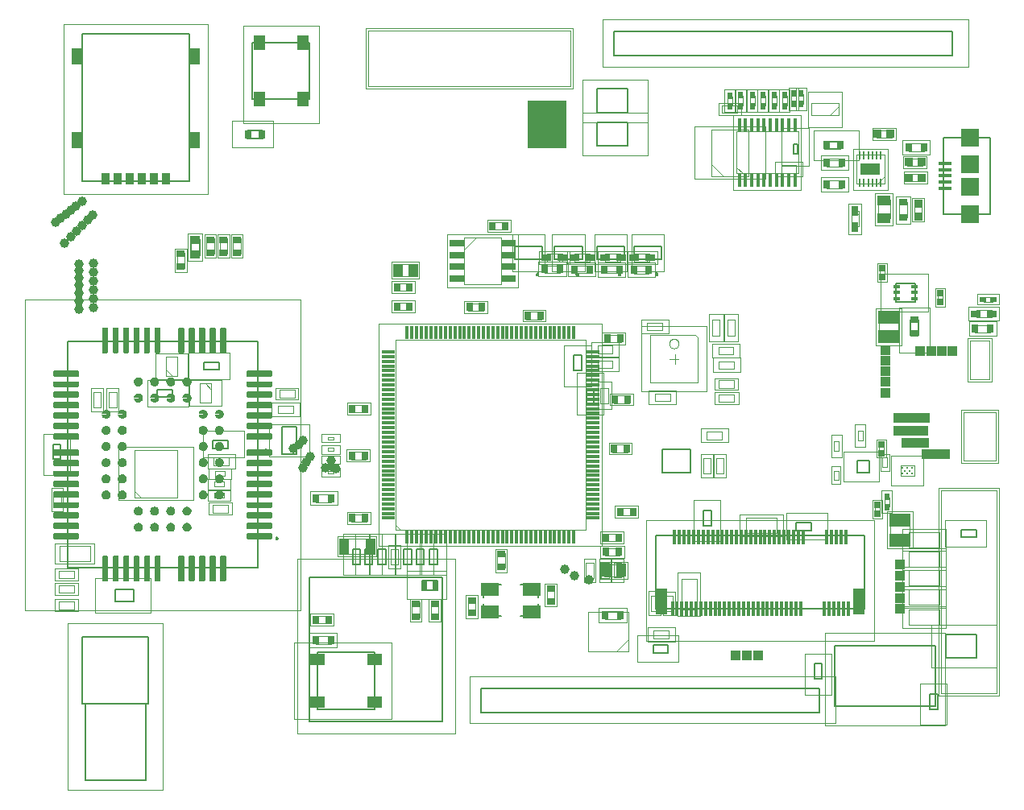
<source format=gtp>
%FSTAX23Y23*%
%MOIN*%
%SFA1B1*%

%IPPOS*%
%ADD10C,0.007874*%
%ADD14C,0.003937*%
%ADD15C,0.005118*%
%ADD16C,0.007874*%
%ADD18C,0.000000*%
%ADD19C,0.001969*%
%ADD20R,0.031496X0.037401*%
%ADD21R,0.060236X0.025591*%
%ADD22R,0.039370X0.031496*%
%ADD23R,0.011811X0.061024*%
%ADD24R,0.047244X0.108268*%
%ADD25R,0.058268X0.011811*%
%ADD26R,0.011811X0.058268*%
%ADD27R,0.039370X0.039370*%
%ADD28R,0.039370X0.039370*%
%ADD29C,0.039370*%
%ADD30R,0.086614X0.053150*%
%ADD31R,0.031496X0.013780*%
%ADD32R,0.028346X0.027165*%
%ADD33R,0.035433X0.025591*%
%ADD34R,0.023622X0.029527*%
%ADD35R,0.059055X0.051181*%
%ADD36R,0.031496X0.037008*%
%ADD37C,0.009843*%
%ADD38R,0.031890X0.037008*%
%ADD39R,0.055118X0.039370*%
%ADD40R,0.037401X0.031496*%
%ADD41R,0.053150X0.015748*%
%ADD42R,0.074803X0.074803*%
%ADD43R,0.037008X0.031496*%
%ADD44R,0.038583X0.033858*%
%ADD45R,0.017716X0.058268*%
%ADD46R,0.051181X0.070866*%
%ADD47R,0.035433X0.047244*%
%ADD48R,0.051181X0.059055*%
%ADD49R,0.025591X0.035433*%
%ADD50R,0.037008X0.031890*%
%ADD51R,0.031496X0.039370*%
%ADD52R,0.083464X0.051575*%
%ADD53R,0.009843X0.035433*%
%ADD54R,0.040157X0.057874*%
%ADD55R,0.040157X0.071653*%
%ADD56R,0.074803X0.055118*%
%ADD57R,0.029527X0.023622*%
%ADD58R,0.019685X0.039370*%
%LNshm_pcb-1*%
%LPD*%
G36*
X01027Y01114D02*
X01027D01*
X01027*
Y01113*
X01028*
X01028*
X01029Y01112*
X01029*
X0103Y01112*
Y01112*
X0103Y01111*
X01031Y01111*
Y0111*
X01031*
Y0111*
Y01109*
Y01109*
Y01093*
Y01093*
Y01092*
X01031*
Y01092*
X0103Y01091*
Y01091*
X0103*
Y0109*
X01029Y0109*
X01029*
Y0109*
X01029*
X01028Y01089*
X01028Y01089*
X01027*
X01027*
X01026*
Y01088*
X01026*
X01025*
X0093*
X0093*
X00929*
Y01089*
X00929*
X00928*
X00928*
Y01089*
X00927*
X00927Y0109*
X00927*
Y0109*
X00926*
Y0109*
X00926*
Y01091*
X00925*
Y01091*
Y01092*
X00925*
Y01092*
X00925*
Y01093*
Y01093*
Y01109*
Y01109*
Y0111*
Y0111*
X00925*
Y01111*
X00925*
Y01111*
X00926Y01112*
X00926Y01112*
Y01112*
X00927*
X00927Y01113*
X00928*
X00928*
X00929Y01114*
X00929*
X0093*
X0093*
X01025*
X01026*
X01027*
G37*
G36*
X00227D02*
X00228D01*
X00228*
Y01113*
X00229*
X00229*
X0023Y01112*
X0023*
X00231Y01112*
Y01112*
X00231Y01111*
X00231Y01111*
Y0111*
X00232*
Y0111*
Y01109*
Y01109*
Y01093*
Y01093*
Y01092*
X00231*
Y01092*
X00231Y01091*
Y01091*
X00231*
Y0109*
X0023Y0109*
X0023*
Y0109*
X00229*
X00229Y01089*
X00229Y01089*
X00228*
X00228*
X00227*
Y01088*
X00227*
X00226*
X00131*
X00131*
X0013*
Y01089*
X00129*
X00129*
X00129*
Y01089*
X00128*
X00128Y0109*
X00127*
Y0109*
X00127*
Y0109*
X00127*
Y01091*
X00126*
Y01091*
Y01092*
X00126*
Y01092*
X00125*
Y01093*
Y01093*
Y01109*
Y01109*
Y0111*
Y0111*
X00126*
Y01111*
X00126*
Y01111*
X00127Y01112*
X00127Y01112*
Y01112*
X00127*
X00128Y01113*
X00129*
X00129*
X00129Y01114*
X0013*
X00131*
X00131*
X00226*
X00227*
X00227*
G37*
G36*
X00814Y01122D02*
X00814D01*
X00815*
X00816*
X00817Y01121*
X00818Y01121*
X00819Y0112*
X0082Y0112*
X00821Y0112*
X00822Y01119*
X00823Y01119*
X00824Y01118*
X00824Y01118*
X00825Y01117*
X00825Y01116*
X00826Y01116*
X00827Y01115*
X00827Y01114*
X00828Y01113*
X00829Y01112*
X00829Y01112*
X00829Y01111*
X0083Y0111*
X0083Y01109*
X00831Y01108*
Y01107*
X00831Y01106*
Y01105*
Y01104*
Y01103*
Y01102*
Y01101*
Y011*
X00831Y011*
Y01098*
X0083Y01098*
X0083Y01096*
X00829Y01096*
X00829Y01095*
X00829Y01094*
X00828Y01093*
X00827Y01092*
X00827Y01092*
X00826Y01091*
X00825Y0109*
X00825Y01089*
X00824Y01089*
X00824Y01088*
X00823Y01088*
X00822Y01087*
X00821Y01087*
X0082Y01086*
X00819Y01086*
X00818Y01085*
X00817*
X00816Y01085*
X00815*
X00814Y01085*
X00814*
X00812*
X00812*
X00811*
X0081Y01085*
X00809*
X00808Y01085*
X00807*
X00806Y01086*
X00805Y01086*
X00804Y01087*
X00803Y01087*
X00803Y01087*
X00802Y01088*
X00801Y01088*
X008Y01089*
X008Y0109*
X00799Y0109*
X00798Y01091*
X00798Y01092*
X00797Y01093*
X00797Y01094*
X00796Y01094*
X00796Y01095*
X00795Y01096*
X00795Y01097*
Y01098*
X00794Y01099*
Y011*
X00794Y01101*
Y01102*
Y01103*
X00812*
Y01103*
X00794*
Y01104*
Y01105*
Y01106*
X00794Y01107*
Y01108*
X00795Y01109*
X00795Y0111*
X00796Y01111*
X00796Y01112*
X00796Y01112*
X00797Y01113*
X00798Y01114*
X00798Y01115*
X00799Y01116*
X008Y01116*
X008Y01117*
X00801Y01118*
X00801Y01118*
X00802Y01119*
X00803Y01119*
X00804Y0112*
X00805Y0112*
X00806Y0112*
X00807Y01121*
X00808Y01121*
X00809Y01122*
X0081*
X00811*
X00812*
X00812Y01122*
X00814Y01122*
G37*
G36*
X00747D02*
X00748D01*
X00748*
X0075*
X0075Y01121*
X00751Y01121*
X00752Y0112*
X00753Y0112*
X00754Y0112*
X00755Y01119*
X00756Y01119*
X00757Y01118*
X00757Y01118*
X00758Y01117*
X00759Y01116*
X00759Y01116*
X0076Y01115*
X00761Y01114*
X00761Y01113*
X00762Y01112*
X00762Y01112*
X00762Y01111*
X00763Y0111*
X00763Y01109*
X00764Y01108*
Y01107*
X00764Y01106*
Y01105*
Y01104*
Y01103*
Y01102*
Y01101*
Y011*
X00764Y011*
Y01098*
X00763Y01098*
X00763Y01096*
X00762Y01096*
X00762Y01095*
X00762Y01094*
X00761Y01093*
X00761Y01092*
X0076Y01092*
X00759Y01091*
X00759Y0109*
X00758Y01089*
X00757Y01089*
X00757Y01088*
X00756Y01088*
X00755Y01087*
X00754Y01087*
X00753Y01086*
X00752Y01086*
X00751Y01085*
X0075*
X0075Y01085*
X00748*
X00748Y01085*
X00747*
X00746*
X00745*
X00744*
X00743Y01085*
X00742*
X00741Y01085*
X0074*
X00739Y01086*
X00738Y01086*
X00737Y01087*
X00737Y01087*
X00736Y01087*
X00735Y01088*
X00734Y01088*
X00733Y01089*
X00733Y0109*
X00732Y0109*
X00731Y01091*
X00731Y01092*
X0073Y01093*
X0073Y01094*
X00729Y01094*
X00729Y01095*
X00728Y01096*
X00728Y01097*
Y01098*
X00727Y01099*
Y011*
X00727Y01101*
Y01102*
Y01103*
X00746*
Y01103*
X00727*
Y01104*
Y01105*
Y01106*
X00727Y01107*
Y01108*
X00728Y01109*
X00728Y0111*
X00729Y01111*
X00729Y01112*
X00729Y01112*
X0073Y01113*
X00731Y01114*
X00731Y01115*
X00732Y01116*
X00733Y01116*
X00733Y01117*
X00734Y01118*
X00735Y01118*
X00735Y01119*
X00736Y01119*
X00737Y0112*
X00738Y0112*
X00739Y0112*
X0074Y01121*
X00741Y01121*
X00742Y01122*
X00743*
X00744*
X00745*
X00746Y01122*
X00747Y01122*
G37*
G36*
X00412D02*
X00413D01*
X00414*
X00415*
X00416Y01121*
X00417Y01121*
X00418Y0112*
X00418Y0112*
X00419Y0112*
X0042Y01119*
X00421Y01119*
X00422Y01118*
X00423Y01118*
X00424Y01117*
X00424Y01116*
X00425Y01116*
X00425Y01115*
X00426Y01114*
X00427Y01113*
X00427Y01112*
X00427Y01112*
X00428Y01111*
X00428Y0111*
X00429Y01109*
X00429Y01108*
Y01107*
X00429Y01106*
Y01105*
Y01104*
Y01103*
Y01102*
Y01101*
Y011*
X00429Y011*
Y01098*
X00429Y01098*
X00428Y01096*
X00428Y01096*
X00427Y01095*
X00427Y01094*
X00427Y01093*
X00426Y01092*
X00425Y01092*
X00425Y01091*
X00424Y0109*
X00424Y01089*
X00423Y01089*
X00422Y01088*
X00421Y01088*
X0042Y01087*
X00419Y01087*
X00418Y01086*
X00418Y01086*
X00417Y01085*
X00416*
X00415Y01085*
X00414*
X00413Y01085*
X00412*
X00411*
X0041*
X00409*
X00408Y01085*
X00407*
X00406Y01085*
X00405*
X00405Y01086*
X00403Y01086*
X00403Y01087*
X00402Y01087*
X00401Y01087*
X004Y01088*
X004Y01088*
X00399Y01089*
X00398Y0109*
X00397Y0109*
X00397Y01091*
X00396Y01092*
X00396Y01093*
X00395Y01094*
X00394Y01094*
X00394Y01095*
X00394Y01096*
X00393Y01097*
Y01098*
X00393Y01099*
Y011*
X00392Y01101*
Y01102*
Y01103*
X00411*
Y01103*
X00392*
Y01104*
Y01105*
Y01106*
X00393Y01107*
Y01108*
X00393Y01109*
X00394Y0111*
X00394Y01111*
X00394Y01112*
X00395Y01112*
X00395Y01113*
X00396Y01114*
X00396Y01115*
X00397Y01116*
X00398Y01116*
X00398Y01117*
X00399Y01118*
X004Y01118*
X00401Y01119*
X00401Y01119*
X00403Y0112*
X00403Y0112*
X00404Y0112*
X00405Y01121*
X00406Y01121*
X00407Y01122*
X00408*
X00409*
X0041*
X00411Y01122*
X00412Y01122*
G37*
G36*
X00345D02*
X00346D01*
X00347*
X00348*
X00349Y01121*
X0035Y01121*
X00351Y0112*
X00351Y0112*
X00352Y0112*
X00353Y01119*
X00354Y01119*
X00355Y01118*
X00356Y01118*
X00357Y01117*
X00357Y01116*
X00358Y01116*
X00359Y01115*
X00359Y01114*
X0036Y01113*
X0036Y01112*
X00361Y01112*
X00361Y01111*
X00361Y0111*
X00362Y01109*
X00362Y01108*
Y01107*
X00362Y01106*
Y01105*
Y01104*
Y01103*
Y01102*
Y01101*
Y011*
X00362Y011*
Y01098*
X00362Y01098*
X00361Y01096*
X00361Y01096*
X00361Y01095*
X0036Y01094*
X0036Y01093*
X00359Y01092*
X00359Y01092*
X00358Y01091*
X00357Y0109*
X00357Y01089*
X00356Y01089*
X00355Y01088*
X00354Y01088*
X00353Y01087*
X00352Y01087*
X00351Y01086*
X00351Y01086*
X0035Y01085*
X00349*
X00348Y01085*
X00347*
X00346Y01085*
X00345*
X00344*
X00343*
X00342*
X00341Y01085*
X0034*
X00339Y01085*
X00338*
X00338Y01086*
X00337Y01086*
X00336Y01087*
X00335Y01087*
X00334Y01087*
X00333Y01088*
X00333Y01088*
X00332Y01089*
X00331Y0109*
X0033Y0109*
X0033Y01091*
X00329Y01092*
X00329Y01093*
X00328Y01094*
X00327Y01094*
X00327Y01095*
X00327Y01096*
X00326Y01097*
Y01098*
X00326Y01099*
Y011*
X00325Y01101*
Y01102*
Y01103*
X00344*
Y01103*
X00325*
Y01104*
Y01105*
Y01106*
X00326Y01107*
Y01108*
X00326Y01109*
X00327Y0111*
X00327Y01111*
X00327Y01112*
X00328Y01112*
X00328Y01113*
X00329Y01114*
X00329Y01115*
X0033Y01116*
X00331Y01116*
X00331Y01117*
X00332Y01118*
X00333Y01118*
X00334Y01119*
X00335Y01119*
X00336Y0112*
X00337Y0112*
X00337Y0112*
X00338Y01121*
X00339Y01121*
X0034Y01122*
X00341*
X00342*
X00343*
X00344Y01122*
X00345Y01122*
G37*
G36*
X01026Y0107D02*
X01027D01*
X01027*
X01027*
Y0107*
X01028*
X01028*
X01029Y01069*
X01029*
X0103Y01069*
Y01068*
X0103Y01068*
X01031Y01068*
Y01067*
X01031*
Y01066*
Y01066*
Y01066*
Y0105*
Y0105*
Y01049*
X01031*
Y01048*
X0103Y01048*
Y01048*
X0103*
Y01047*
X01029Y01047*
X01029*
Y01046*
X01029*
X01028Y01046*
X01028Y01046*
X01027*
X01027*
X01027*
X01026*
X01026Y01045*
X01025*
X0093*
X0093*
X00929Y01046*
X00929*
X00929*
X00928*
X00928*
Y01046*
X00927*
X00927Y01046*
X00927*
Y01047*
X00926*
Y01047*
X00926*
Y01048*
X00925*
Y01048*
Y01048*
X00925*
Y01049*
X00925*
Y0105*
Y0105*
Y01066*
Y01066*
Y01066*
Y01067*
X00925*
Y01068*
X00925*
Y01068*
X00926Y01068*
X00926Y01069*
Y01069*
X00927*
X00927Y0107*
X00928*
X00928*
X00929Y0107*
X00929*
X00929*
X0093*
X0093*
X01025*
X01026*
X01026*
G37*
G36*
X00227D02*
X00227D01*
X00228*
X00228*
Y0107*
X00229*
X00229*
X0023Y01069*
X0023*
X00231Y01069*
Y01068*
X00231Y01068*
X00231Y01068*
Y01067*
X00232*
Y01066*
Y01066*
Y01066*
Y0105*
Y0105*
Y01049*
X00231*
Y01048*
X00231Y01048*
Y01048*
X00231*
Y01047*
X0023Y01047*
X0023*
Y01046*
X00229*
X00229Y01046*
X00229Y01046*
X00228*
X00228*
X00227*
X00227*
X00227Y01045*
X00226*
X00131*
X00131*
X0013Y01046*
X0013*
X00129*
X00129*
X00129*
Y01046*
X00128*
X00128Y01046*
X00127*
Y01047*
X00127*
Y01047*
X00127*
Y01048*
X00126*
Y01048*
Y01048*
X00126*
Y01049*
X00125*
Y0105*
Y0105*
Y01066*
Y01066*
Y01066*
Y01067*
X00126*
Y01068*
X00126*
Y01068*
X00127Y01068*
X00127Y01069*
Y01069*
X00127*
X00128Y0107*
X00129*
X00129*
X00129Y0107*
X0013*
X0013*
X00131*
X00131*
X00226*
X00227*
X00227*
G37*
G36*
X01026Y01027D02*
X01027D01*
X01027*
X01027*
Y01027*
X01028*
X01028*
X01029Y01026*
X01029*
X0103Y01025*
Y01025*
X0103Y01025*
X01031Y01024*
Y01024*
X01031*
Y01023*
Y01023*
Y01022*
Y01007*
Y01006*
Y01006*
X01031*
Y01005*
X0103Y01005*
Y01004*
X0103*
Y01004*
X01029Y01003*
X01029*
Y01003*
X01028Y01003*
X01028Y01002*
X01027*
X01027*
X01027*
X01026*
X01026Y01002*
X01025*
X0093*
X0093*
X00929Y01002*
X00929*
X00929*
X00928*
X00928*
Y01003*
X00927*
X00927Y01003*
Y01003*
X00926*
Y01004*
X00926*
Y01004*
X00925*
Y01005*
Y01005*
X00925*
Y01006*
X00925*
Y01006*
Y01007*
Y01022*
Y01023*
Y01023*
Y01024*
X00925*
Y01024*
X00925*
Y01025*
X00926Y01025*
X00926Y01025*
Y01026*
X00927*
X00927Y01027*
X00928*
X00928*
X00929Y01027*
X00929*
X00929*
X0093*
X0093*
X01025*
X01026*
X01026*
G37*
G36*
X00227D02*
X00227D01*
X00228*
X00228*
Y01027*
X00229*
X00229*
X0023Y01026*
X0023*
X00231Y01025*
Y01025*
X00231Y01025*
X00231Y01024*
Y01024*
X00232*
Y01023*
Y01023*
Y01022*
Y01007*
Y01006*
Y01006*
X00231*
Y01005*
X00231Y01005*
Y01004*
X00231*
Y01004*
X0023Y01003*
X0023*
Y01003*
X00229Y01003*
X00229Y01002*
X00228*
X00228*
X00227*
X00227*
X00227Y01002*
X00226*
X00131*
X00131*
X0013Y01002*
X0013*
X00129*
X00129*
X00129*
Y01003*
X00128*
X00127Y01003*
Y01003*
X00127*
Y01004*
X00127*
Y01004*
X00126*
Y01005*
Y01005*
X00126*
Y01006*
X00125*
Y01006*
Y01007*
Y01022*
Y01023*
Y01023*
Y01024*
X00126*
Y01024*
X00126*
Y01025*
X00127Y01025*
X00127Y01025*
Y01026*
X00127*
X00128Y01027*
X00129*
X00129*
X00129Y01027*
X0013*
X0013*
X00131*
X00131*
X00226*
X00227*
X00227*
G37*
G36*
X00814Y01055D02*
X00814D01*
X00815*
X00816*
X00817Y01054*
X00818Y01054*
X00819Y01053*
X0082Y01053*
X00821Y01053*
X00822Y01052*
X00823Y01052*
X00824Y01051*
X00824Y01051*
X00825Y0105*
X00825Y0105*
X00826Y01049*
X00827Y01048*
X00827Y01047*
X00828Y01046*
X00829Y01046*
X00829Y01045*
X00829Y01044*
X0083Y01043*
X0083Y01042*
X00831Y01041*
Y0104*
X00831Y01039*
Y01038*
Y01037*
Y01036*
Y01035*
Y01034*
Y01033*
X00831Y01033*
Y01031*
X0083Y01031*
X0083Y01029*
X00829Y01029*
X00829Y01028*
X00829Y01027*
X00828Y01026*
X00827Y01025*
X00827Y01025*
X00826Y01024*
X00825Y01023*
X00825Y01022*
X00824Y01022*
X00824Y01021*
X00823Y01021*
X00822Y0102*
X00821Y0102*
X0082Y01019*
X00819Y01019*
X00818Y01018*
X00817*
X00816Y01018*
X00815*
X00814Y01018*
X00814*
X00812*
X00812*
X00811*
X0081Y01018*
X00809*
X00808Y01018*
X00807*
X00806Y01019*
X00805Y01019*
X00804Y0102*
X00803Y0102*
X00803Y0102*
X00802Y01021*
X00801Y01022*
X008Y01022*
X008Y01023*
X00799Y01024*
X00798Y01024*
X00798Y01025*
X00797Y01026*
X00797Y01027*
X00796Y01027*
X00796Y01028*
X00795Y01029*
X00795Y0103*
Y01031*
X00794Y01032*
Y01033*
X00794Y01034*
Y01035*
Y01036*
X00812*
Y01036*
X00794*
Y01037*
Y01038*
Y01039*
X00794Y0104*
Y01041*
X00795Y01042*
X00795Y01043*
X00796Y01044*
X00796Y01045*
X00796Y01046*
X00797Y01046*
X00798Y01047*
X00798Y01048*
X00799Y01049*
X008Y0105*
X008Y0105*
X00801Y01051*
X00801Y01051*
X00802Y01052*
X00803Y01052*
X00804Y01053*
X00805Y01053*
X00806Y01053*
X00807Y01054*
X00808Y01054*
X00809Y01055*
X0081*
X00811*
X00812*
X00812Y01055*
X00814Y01055*
G37*
G36*
X00747D02*
X00748D01*
X00748*
X0075*
X0075Y01054*
X00751Y01054*
X00752Y01053*
X00753Y01053*
X00754Y01053*
X00755Y01052*
X00756Y01052*
X00757Y01051*
X00757Y01051*
X00758Y0105*
X00759Y0105*
X00759Y01049*
X0076Y01048*
X00761Y01047*
X00761Y01046*
X00762Y01046*
X00762Y01045*
X00762Y01044*
X00763Y01043*
X00763Y01042*
X00764Y01041*
Y0104*
X00764Y01039*
Y01038*
Y01037*
Y01036*
Y01035*
Y01034*
Y01033*
X00764Y01033*
Y01031*
X00763Y01031*
X00763Y01029*
X00762Y01029*
X00762Y01028*
X00762Y01027*
X00761Y01026*
X00761Y01025*
X0076Y01025*
X00759Y01024*
X00759Y01023*
X00758Y01022*
X00757Y01022*
X00757Y01021*
X00756Y01021*
X00755Y0102*
X00754Y0102*
X00753Y01019*
X00752Y01019*
X00751Y01018*
X0075*
X0075Y01018*
X00748*
X00748Y01018*
X00747*
X00746*
X00745*
X00744*
X00743Y01018*
X00742*
X00741Y01018*
X0074*
X00739Y01019*
X00738Y01019*
X00737Y0102*
X00737Y0102*
X00736Y0102*
X00735Y01021*
X00734Y01022*
X00733Y01022*
X00733Y01023*
X00732Y01024*
X00731Y01024*
X00731Y01025*
X0073Y01026*
X0073Y01027*
X00729Y01027*
X00729Y01028*
X00728Y01029*
X00728Y0103*
Y01031*
X00727Y01032*
Y01033*
X00727Y01034*
Y01035*
Y01036*
X00746*
Y01036*
X00727*
Y01037*
Y01038*
Y01039*
X00727Y0104*
Y01041*
X00728Y01042*
X00728Y01043*
X00729Y01044*
X00729Y01045*
X00729Y01046*
X0073Y01046*
X00731Y01047*
X00731Y01048*
X00732Y01049*
X00733Y0105*
X00733Y0105*
X00734Y01051*
X00735Y01051*
X00735Y01052*
X00736Y01052*
X00737Y01053*
X00738Y01053*
X00739Y01053*
X0074Y01054*
X00741Y01054*
X00742Y01055*
X00743*
X00744*
X00745*
X00746Y01055*
X00747Y01055*
G37*
G36*
X00412D02*
X00413D01*
X00414*
X00415*
X00416Y01054*
X00417Y01054*
X00418Y01053*
X00418Y01053*
X00419Y01053*
X0042Y01052*
X00421Y01052*
X00422Y01051*
X00423Y01051*
X00424Y0105*
X00424Y0105*
X00425Y01049*
X00425Y01048*
X00426Y01047*
X00427Y01046*
X00427Y01046*
X00427Y01045*
X00428Y01044*
X00428Y01043*
X00429Y01042*
X00429Y01041*
Y0104*
X00429Y01039*
Y01038*
Y01037*
Y01036*
Y01035*
Y01034*
Y01033*
X00429Y01033*
Y01031*
X00429Y01031*
X00428Y01029*
X00428Y01029*
X00427Y01028*
X00427Y01027*
X00427Y01026*
X00426Y01025*
X00425Y01025*
X00425Y01024*
X00424Y01023*
X00424Y01022*
X00423Y01022*
X00422Y01021*
X00421Y01021*
X0042Y0102*
X00419Y0102*
X00418Y01019*
X00418Y01019*
X00417Y01018*
X00416*
X00415Y01018*
X00414*
X00413Y01018*
X00412*
X00411*
X0041*
X00409*
X00408Y01018*
X00407*
X00406Y01018*
X00405*
X00405Y01019*
X00403Y01019*
X00403Y0102*
X00402Y0102*
X00401Y0102*
X004Y01021*
X004Y01022*
X00399Y01022*
X00398Y01023*
X00397Y01024*
X00397Y01024*
X00396Y01025*
X00396Y01026*
X00395Y01027*
X00394Y01027*
X00394Y01028*
X00394Y01029*
X00393Y0103*
Y01031*
X00393Y01032*
Y01033*
X00392Y01034*
Y01035*
Y01036*
X00411*
Y01036*
X00392*
Y01037*
Y01038*
Y01039*
X00393Y0104*
Y01041*
X00393Y01042*
X00394Y01043*
X00394Y01044*
X00394Y01045*
X00395Y01046*
X00395Y01046*
X00396Y01047*
X00396Y01048*
X00397Y01049*
X00398Y0105*
X00398Y0105*
X00399Y01051*
X004Y01051*
X00401Y01052*
X00401Y01052*
X00403Y01053*
X00403Y01053*
X00404Y01053*
X00405Y01054*
X00406Y01054*
X00407Y01055*
X00408*
X00409*
X0041*
X00411Y01055*
X00412Y01055*
G37*
G36*
X00345D02*
X00346D01*
X00347*
X00348*
X00349Y01054*
X0035Y01054*
X00351Y01053*
X00351Y01053*
X00352Y01053*
X00353Y01052*
X00354Y01052*
X00355Y01051*
X00356Y01051*
X00357Y0105*
X00357Y0105*
X00358Y01049*
X00359Y01048*
X00359Y01047*
X0036Y01046*
X0036Y01046*
X00361Y01045*
X00361Y01044*
X00361Y01043*
X00362Y01042*
X00362Y01041*
Y0104*
X00362Y01039*
Y01038*
Y01037*
Y01036*
Y01035*
Y01034*
Y01033*
X00362Y01033*
Y01031*
X00362Y01031*
X00361Y01029*
X00361Y01029*
X00361Y01028*
X0036Y01027*
X0036Y01026*
X00359Y01025*
X00359Y01025*
X00358Y01024*
X00357Y01023*
X00357Y01022*
X00356Y01022*
X00355Y01021*
X00354Y01021*
X00353Y0102*
X00352Y0102*
X00351Y01019*
X00351Y01019*
X0035Y01018*
X00349*
X00348Y01018*
X00347*
X00346Y01018*
X00345*
X00344*
X00343*
X00342*
X00341Y01018*
X0034*
X00339Y01018*
X00338*
X00338Y01019*
X00337Y01019*
X00336Y0102*
X00335Y0102*
X00334Y0102*
X00333Y01021*
X00333Y01022*
X00332Y01022*
X00331Y01023*
X0033Y01024*
X0033Y01024*
X00329Y01025*
X00329Y01026*
X00328Y01027*
X00327Y01027*
X00327Y01028*
X00327Y01029*
X00326Y0103*
Y01031*
X00326Y01032*
Y01033*
X00325Y01034*
Y01035*
Y01036*
X00344*
Y01036*
X00325*
Y01037*
Y01038*
Y01039*
X00326Y0104*
Y01041*
X00326Y01042*
X00327Y01043*
X00327Y01044*
X00327Y01045*
X00328Y01046*
X00328Y01046*
X00329Y01047*
X00329Y01048*
X0033Y01049*
X00331Y0105*
X00331Y0105*
X00332Y01051*
X00333Y01051*
X00334Y01052*
X00335Y01052*
X00336Y01053*
X00337Y01053*
X00337Y01053*
X00338Y01054*
X00339Y01054*
X0034Y01055*
X00341*
X00342*
X00343*
X00344Y01055*
X00345Y01055*
G37*
G36*
X01026Y00984D02*
D01*
X01027*
X01027*
Y00983*
X01028*
X01028*
X01029Y00983*
X01029Y00983*
X01029*
X0103Y00982*
Y00982*
X0103Y00981*
X01031Y00981*
Y0098*
X01031*
Y0098*
Y00979*
Y00979*
Y00963*
Y00963*
Y00962*
X01031*
Y00962*
X0103Y00961*
Y00961*
X0103*
Y00961*
X01029Y0096*
X01029*
Y0096*
X01028Y00959*
X01028Y00959*
X01027*
X01027*
X01027*
X01026Y00959*
X01025*
X0093*
X0093*
X00929Y00959*
X00929*
X00928*
X00928*
Y00959*
X00927*
X00927Y0096*
Y0096*
X00926*
Y00961*
X00926*
Y00961*
X00925*
Y00961*
Y00962*
X00925*
Y00962*
X00925*
Y00963*
Y00963*
Y00979*
Y00979*
Y0098*
Y0098*
X00925*
Y00981*
X00925*
Y00981*
X00926Y00982*
X00926Y00982*
Y00983*
X00927*
X00927Y00983*
X00927Y00983*
X00928*
X00928*
X00929Y00984*
X00929*
X0093*
X0093*
X01025*
X01026*
X01026*
G37*
G36*
X00227D02*
D01*
X00228*
X00228*
Y00983*
X00229*
X00229*
X00229Y00983*
X0023Y00983*
X0023*
X00231Y00982*
Y00982*
X00231Y00981*
X00231Y00981*
Y0098*
X00232*
Y0098*
Y00979*
Y00979*
Y00963*
Y00963*
Y00962*
X00231*
Y00962*
X00231Y00961*
Y00961*
X00231*
Y00961*
X0023Y0096*
X0023*
Y0096*
X00229Y00959*
X00229Y00959*
X00228*
X00228*
X00227*
X00227Y00959*
X00226*
X00131*
X00131*
X0013Y00959*
X00129*
X00129*
X00129*
Y00959*
X00128*
X00127Y0096*
Y0096*
X00127*
Y00961*
X00127*
Y00961*
X00126*
Y00961*
Y00962*
X00126*
Y00962*
X00125*
Y00963*
Y00963*
Y00979*
Y00979*
Y0098*
Y0098*
X00126*
Y00981*
X00126*
Y00981*
X00127Y00982*
X00127Y00982*
Y00983*
X00127*
X00128Y00983*
X00128Y00983*
X00129*
X00129*
X00129Y00984*
X0013*
X00131*
X00131*
X00226*
X00227*
X00227*
G37*
G36*
X00814Y00988D02*
X00814D01*
X00815*
X00816*
X00817Y00987*
X00818Y00987*
X00819Y00987*
X0082Y00986*
X00821Y00986*
X00822Y00985*
X00823Y00985*
X00824Y00985*
X00824Y00984*
X00825Y00983*
X00825Y00983*
X00826Y00982*
X00827Y00981*
X00827Y0098*
X00828Y00979*
X00829Y00979*
X00829Y00978*
X00829Y00977*
X0083Y00976*
X0083Y00975*
X00831Y00974*
Y00973*
X00831Y00972*
Y00971*
Y0097*
Y00969*
Y00968*
Y00967*
Y00966*
X00831Y00966*
Y00964*
X0083Y00964*
X0083Y00962*
X00829Y00962*
X00829Y00961*
X00829Y0096*
X00828Y00959*
X00827Y00959*
X00827Y00958*
X00826Y00957*
X00825Y00956*
X00825Y00955*
X00824Y00955*
X00824Y00954*
X00823Y00954*
X00822Y00953*
X00821Y00953*
X0082Y00952*
X00819Y00952*
X00818Y00951*
X00817*
X00816Y00951*
X00815*
X00814Y00951*
X00814*
X00812*
X00812*
X00811*
X0081Y00951*
X00809*
X00808Y00951*
X00807*
X00806Y00952*
X00805Y00952*
X00804Y00953*
X00803Y00953*
X00803Y00953*
X00802Y00954*
X00801Y00955*
X008Y00955*
X008Y00956*
X00799Y00957*
X00798Y00957*
X00798Y00958*
X00797Y00959*
X00797Y0096*
X00796Y00961*
X00796Y00961*
X00795Y00962*
X00795Y00963*
Y00964*
X00794Y00965*
Y00966*
X00794Y00967*
Y00968*
Y00969*
X00812*
Y00969*
X00794*
Y0097*
Y00971*
Y00972*
X00794Y00973*
Y00974*
X00795Y00975*
X00795Y00976*
X00796Y00977*
X00796Y00978*
X00796Y00979*
X00797Y00979*
X00798Y0098*
X00798Y00981*
X00799Y00982*
X008Y00983*
X008Y00983*
X00801Y00984*
X00801Y00985*
X00802Y00985*
X00803Y00985*
X00804Y00986*
X00805Y00986*
X00806Y00987*
X00807Y00987*
X00808Y00987*
X00809Y00988*
X0081*
X00811*
X00812*
X00812Y00988*
X00814Y00988*
G37*
G36*
X00747D02*
X00748D01*
X00748*
X0075*
X0075Y00987*
X00751Y00987*
X00752Y00987*
X00753Y00986*
X00754Y00986*
X00755Y00985*
X00756Y00985*
X00757Y00985*
X00757Y00984*
X00758Y00983*
X00759Y00983*
X00759Y00982*
X0076Y00981*
X00761Y0098*
X00761Y00979*
X00762Y00979*
X00762Y00978*
X00762Y00977*
X00763Y00976*
X00763Y00975*
X00764Y00974*
Y00973*
X00764Y00972*
Y00971*
Y0097*
Y00969*
Y00968*
Y00967*
Y00966*
X00764Y00966*
Y00964*
X00763Y00964*
X00763Y00962*
X00762Y00962*
X00762Y00961*
X00762Y0096*
X00761Y00959*
X00761Y00959*
X0076Y00958*
X00759Y00957*
X00759Y00956*
X00758Y00955*
X00757Y00955*
X00757Y00954*
X00756Y00954*
X00755Y00953*
X00754Y00953*
X00753Y00952*
X00752Y00952*
X00751Y00951*
X0075*
X0075Y00951*
X00748*
X00748Y00951*
X00747*
X00746*
X00745*
X00744*
X00743Y00951*
X00742*
X00741Y00951*
X0074*
X00739Y00952*
X00738Y00952*
X00737Y00953*
X00737Y00953*
X00736Y00953*
X00735Y00954*
X00734Y00955*
X00733Y00955*
X00733Y00956*
X00732Y00957*
X00731Y00957*
X00731Y00958*
X0073Y00959*
X0073Y0096*
X00729Y00961*
X00729Y00961*
X00728Y00962*
X00728Y00963*
Y00964*
X00727Y00965*
Y00966*
X00727Y00967*
Y00968*
Y00969*
X00746*
Y00969*
X00727*
Y0097*
Y00971*
Y00972*
X00727Y00973*
Y00974*
X00728Y00975*
X00728Y00976*
X00729Y00977*
X00729Y00978*
X00729Y00979*
X0073Y00979*
X00731Y0098*
X00731Y00981*
X00732Y00982*
X00733Y00983*
X00733Y00983*
X00734Y00984*
X00735Y00985*
X00735Y00985*
X00736Y00985*
X00737Y00986*
X00738Y00986*
X00739Y00987*
X0074Y00987*
X00741Y00987*
X00742Y00988*
X00743*
X00744*
X00745*
X00746Y00988*
X00747Y00988*
G37*
G36*
X00412D02*
X00413D01*
X00414*
X00415*
X00416Y00987*
X00417Y00987*
X00418Y00987*
X00418Y00986*
X00419Y00986*
X0042Y00985*
X00421Y00985*
X00422Y00985*
X00423Y00984*
X00424Y00983*
X00424Y00983*
X00425Y00982*
X00425Y00981*
X00426Y0098*
X00427Y00979*
X00427Y00979*
X00427Y00978*
X00428Y00977*
X00428Y00976*
X00429Y00975*
X00429Y00974*
Y00973*
X00429Y00972*
Y00971*
Y0097*
Y00969*
Y00968*
Y00967*
Y00966*
X00429Y00966*
Y00964*
X00429Y00964*
X00428Y00962*
X00428Y00962*
X00427Y00961*
X00427Y0096*
X00427Y00959*
X00426Y00959*
X00425Y00958*
X00425Y00957*
X00424Y00956*
X00424Y00955*
X00423Y00955*
X00422Y00954*
X00421Y00954*
X0042Y00953*
X00419Y00953*
X00418Y00952*
X00418Y00952*
X00417Y00951*
X00416*
X00415Y00951*
X00414*
X00413Y00951*
X00412*
X00411*
X0041*
X00409*
X00408Y00951*
X00407*
X00406Y00951*
X00405*
X00405Y00952*
X00403Y00952*
X00403Y00953*
X00402Y00953*
X00401Y00953*
X004Y00954*
X004Y00955*
X00399Y00955*
X00398Y00956*
X00397Y00957*
X00397Y00957*
X00396Y00958*
X00396Y00959*
X00395Y0096*
X00394Y00961*
X00394Y00961*
X00394Y00962*
X00393Y00963*
Y00964*
X00393Y00965*
Y00966*
X00392Y00967*
Y00968*
Y00969*
X00411*
Y00969*
X00392*
Y0097*
Y00971*
Y00972*
X00393Y00973*
Y00974*
X00393Y00975*
X00394Y00976*
X00394Y00977*
X00394Y00978*
X00395Y00979*
X00395Y00979*
X00396Y0098*
X00396Y00981*
X00397Y00982*
X00398Y00983*
X00398Y00983*
X00399Y00984*
X004Y00985*
X00401Y00985*
X00401Y00985*
X00403Y00986*
X00403Y00986*
X00404Y00987*
X00405Y00987*
X00406Y00987*
X00407Y00988*
X00408*
X00409*
X0041*
X00411Y00988*
X00412Y00988*
G37*
G36*
X00345D02*
X00346D01*
X00347*
X00348*
X00349Y00987*
X0035Y00987*
X00351Y00987*
X00351Y00986*
X00352Y00986*
X00353Y00985*
X00354Y00985*
X00355Y00985*
X00356Y00984*
X00357Y00983*
X00357Y00983*
X00358Y00982*
X00359Y00981*
X00359Y0098*
X0036Y00979*
X0036Y00979*
X00361Y00978*
X00361Y00977*
X00361Y00976*
X00362Y00975*
X00362Y00974*
Y00973*
X00362Y00972*
Y00971*
Y0097*
Y00969*
Y00968*
Y00967*
Y00966*
X00362Y00966*
Y00964*
X00362Y00964*
X00361Y00962*
X00361Y00962*
X00361Y00961*
X0036Y0096*
X0036Y00959*
X00359Y00959*
X00359Y00958*
X00358Y00957*
X00357Y00956*
X00357Y00955*
X00356Y00955*
X00355Y00954*
X00354Y00954*
X00353Y00953*
X00352Y00953*
X00351Y00952*
X00351Y00952*
X0035Y00951*
X00349*
X00348Y00951*
X00347*
X00346Y00951*
X00345*
X00344*
X00343*
X00342*
X00341Y00951*
X0034*
X00339Y00951*
X00338*
X00338Y00952*
X00337Y00952*
X00336Y00953*
X00335Y00953*
X00334Y00953*
X00333Y00954*
X00333Y00955*
X00332Y00955*
X00331Y00956*
X0033Y00957*
X0033Y00957*
X00329Y00958*
X00329Y00959*
X00328Y0096*
X00327Y00961*
X00327Y00961*
X00327Y00962*
X00326Y00963*
Y00964*
X00326Y00965*
Y00966*
X00325Y00967*
Y00968*
Y00969*
X00344*
Y00969*
X00325*
Y0097*
Y00971*
Y00972*
X00326Y00973*
Y00974*
X00326Y00975*
X00327Y00976*
X00327Y00977*
X00327Y00978*
X00328Y00979*
X00328Y00979*
X00329Y0098*
X00329Y00981*
X0033Y00982*
X00331Y00983*
X00331Y00983*
X00332Y00984*
X00333Y00985*
X00334Y00985*
X00335Y00985*
X00336Y00986*
X00337Y00986*
X00337Y00987*
X00338Y00987*
X00339Y00987*
X0034Y00988*
X00341*
X00342*
X00343*
X00344Y00988*
X00345Y00988*
G37*
G36*
X01026Y0094D02*
D01*
X01027*
X01027*
Y0094*
X01028*
X01028*
X01029Y0094*
X01029Y00939*
X01029*
X0103Y00939*
Y00938*
X0103Y00938*
X01031Y00938*
Y00937*
Y00937*
X01031*
Y00937*
Y00936*
Y00936*
Y0092*
Y0092*
Y00919*
X01031*
Y00918*
X0103Y00918*
Y00918*
X0103*
Y00917*
X01029Y00917*
X01029*
Y00916*
X01028Y00916*
X01028Y00916*
X01027*
X01027*
X01027*
X01026Y00915*
X01026*
X01025*
X0093*
X0093*
X00929*
X00929Y00916*
X00929*
X00928*
X00928*
Y00916*
X00927*
X00927Y00916*
Y00917*
X00926*
Y00917*
X00926*
Y00918*
X00925*
Y00918*
Y00918*
X00925*
Y00919*
X00925*
Y0092*
Y0092*
Y00936*
Y00936*
Y00937*
Y00937*
X00925*
Y00937*
Y00938*
X00925*
Y00938*
X00926Y00938*
X00926Y00939*
Y00939*
X00927*
X00927Y0094*
X00927Y0094*
X00928*
X00928*
X00929Y0094*
X00929*
X0093*
X0093*
X01025*
X01026*
X01026*
G37*
G36*
X00227D02*
D01*
X00228*
X00228*
Y0094*
X00229*
X00229*
X00229Y0094*
X0023Y00939*
X0023*
X00231Y00939*
Y00938*
X00231Y00938*
X00231Y00938*
Y00937*
Y00937*
X00232*
Y00937*
Y00936*
Y00936*
Y0092*
Y0092*
Y00919*
X00231*
Y00918*
X00231Y00918*
Y00918*
X00231*
Y00917*
X0023Y00917*
X0023*
Y00916*
X00229Y00916*
X00229Y00916*
X00228*
X00228*
X00227*
X00227Y00915*
X00227*
X00226*
X00131*
X00131*
X0013*
X0013Y00916*
X00129*
X00129*
X00129*
Y00916*
X00128*
X00127Y00916*
Y00917*
X00127*
Y00917*
X00127*
Y00918*
X00126*
Y00918*
Y00918*
X00126*
Y00919*
X00125*
Y0092*
Y0092*
Y00936*
Y00936*
Y00937*
Y00937*
X00126*
Y00937*
Y00938*
X00126*
Y00938*
X00127Y00938*
X00127Y00939*
Y00939*
X00127*
X00128Y0094*
X00128Y0094*
X00129*
X00129*
X00129Y0094*
X0013*
X00131*
X00131*
X00226*
X00227*
X00227*
G37*
G36*
X01026Y00897D02*
X01027D01*
X01027*
Y00897*
X01028*
X01028*
X01029Y00896*
X01029Y00896*
X01029*
X0103Y00896*
Y00895*
X0103Y00895*
X01031Y00894*
Y00894*
X01031*
Y00893*
Y00893*
Y00892*
Y00877*
Y00876*
Y00876*
X01031*
Y00875*
X0103Y00875*
Y00874*
X0103*
Y00874*
X01029Y00874*
X01029*
Y00873*
X01029Y00873*
X01028*
X01028Y00872*
X01027*
X01027*
X01026Y00872*
X01026*
X01025*
X0093*
X0093*
X00929*
X00929Y00872*
X00928*
X00928*
Y00873*
X00927*
X00927*
X00927Y00873*
Y00874*
X00926*
Y00874*
X00926*
Y00874*
X00925*
Y00875*
Y00875*
X00925*
Y00876*
X00925*
Y00876*
Y00877*
Y00892*
Y00893*
Y00893*
Y00894*
X00925*
Y00894*
X00925*
Y00895*
X00926Y00895*
X00926Y00896*
Y00896*
X00927*
X00927Y00896*
X00927Y00897*
X00928*
X00928*
X00929Y00897*
X00929*
X0093*
X0093*
X01025*
X01026*
X01026*
G37*
G36*
X00227D02*
X00228D01*
X00228*
Y00897*
X00229*
X00229*
X00229Y00896*
X0023Y00896*
X0023*
X00231Y00896*
Y00895*
X00231Y00895*
X00231Y00894*
Y00894*
X00232*
Y00893*
Y00893*
Y00892*
Y00877*
Y00876*
Y00876*
X00231*
Y00875*
X00231Y00875*
Y00874*
X00231*
Y00874*
X0023Y00874*
X0023*
Y00873*
X00229Y00873*
X00229*
X00229Y00872*
X00228*
X00228*
X00227Y00872*
X00227*
X00226*
X00131*
X00131*
X0013*
X00129Y00872*
X00129*
X00129*
Y00873*
X00128*
X00128*
X00127Y00873*
Y00874*
X00127*
Y00874*
X00127*
Y00874*
X00126*
Y00875*
Y00875*
X00126*
Y00876*
X00125*
Y00876*
Y00877*
Y00892*
Y00893*
Y00893*
Y00894*
X00126*
Y00894*
X00126*
Y00895*
X00127Y00895*
X00127Y00896*
Y00896*
X00127*
X00128Y00896*
X00128Y00897*
X00129*
X00129*
X00129Y00897*
X0013*
X00131*
X00131*
X00226*
X00227*
X00227*
G37*
G36*
X0068Y00921D02*
X00681D01*
X00681*
X00683*
X00683Y0092*
X00685Y0092*
X00685Y0092*
X00686Y00919*
X00687Y00919*
X00688Y00918*
X00689Y00918*
X0069Y00918*
X0069Y00917*
X00691Y00916*
X00692Y00916*
X00692Y00915*
X00693Y00914*
X00694Y00913*
X00694Y00912*
X00695Y00912*
X00695Y00911*
X00696Y0091*
X00696Y00909*
X00696Y00908*
X00697Y00907*
Y00906*
X00697Y00905*
Y00904*
Y00903*
Y00902*
Y00901*
Y009*
Y009*
X00697Y00899*
Y00898*
X00696Y00897*
X00696Y00896*
X00696Y00895*
X00695Y00894*
X00695Y00893*
X00694Y00892*
X00694Y00892*
X00693Y00891*
X00692Y0089*
X00692Y00889*
X00691Y00888*
X0069Y00888*
X0069Y00887*
X00689Y00887*
X00688Y00886*
X00687Y00886*
X00686Y00885*
X00685Y00885*
X00685Y00885*
X00683*
X00683Y00884*
X00681*
X00681Y00884*
X0068*
X00679*
X00678*
X00677*
X00676Y00884*
X00675*
X00674Y00885*
X00673*
X00672Y00885*
X00671Y00885*
X0067Y00886*
X0067Y00886*
X00669Y00887*
X00668Y00887*
X00667Y00888*
X00666Y00888*
X00666Y00889*
X00665Y0089*
X00664Y0089*
X00664Y00891*
X00663Y00892*
X00663Y00893*
X00662Y00894*
X00662Y00894*
X00661Y00895*
X00661Y00896*
Y00897*
X00661Y00898*
Y00899*
X0066Y009*
Y00901*
Y00902*
X00679*
Y00902*
X0066*
Y00903*
Y00904*
Y00905*
X00661Y00906*
Y00907*
X00661Y00908*
X00661Y00909*
X00662Y0091*
X00662Y00911*
X00662Y00912*
X00663Y00912*
X00664Y00913*
X00664Y00914*
X00665Y00915*
X00666Y00916*
X00666Y00916*
X00667Y00917*
X00668Y00918*
X00668Y00918*
X00669Y00918*
X0067Y00919*
X00671Y00919*
X00672Y0092*
X00673Y0092*
X00674Y0092*
X00675Y00921*
X00676*
X00677*
X00678*
X00679Y00921*
X0068Y00921*
G37*
G36*
X00613D02*
X00614D01*
X00614*
X00616*
X00616Y0092*
X00618Y0092*
X00618Y0092*
X00619Y00919*
X0062Y00919*
X00621Y00918*
X00622Y00918*
X00623Y00918*
X00624Y00917*
X00624Y00916*
X00625Y00916*
X00625Y00915*
X00626Y00914*
X00627Y00913*
X00627Y00912*
X00628Y00912*
X00628Y00911*
X00629Y0091*
X00629Y00909*
X00629Y00908*
X0063Y00907*
Y00906*
X0063Y00905*
Y00904*
Y00903*
Y00902*
Y00901*
Y009*
Y009*
X0063Y00899*
Y00898*
X00629Y00897*
X00629Y00896*
X00629Y00895*
X00628Y00894*
X00628Y00893*
X00627Y00892*
X00627Y00892*
X00626Y00891*
X00625Y0089*
X00625Y00889*
X00624Y00888*
X00624Y00888*
X00623Y00887*
X00622Y00887*
X00621Y00886*
X0062Y00886*
X00619Y00885*
X00618Y00885*
X00618Y00885*
X00616*
X00616Y00884*
X00614*
X00614Y00884*
X00613*
X00612*
X00611*
X0061*
X00609Y00884*
X00608*
X00607Y00885*
X00606*
X00605Y00885*
X00604Y00885*
X00603Y00886*
X00603Y00886*
X00602Y00887*
X00601Y00887*
X006Y00888*
X006Y00888*
X00599Y00889*
X00598Y0089*
X00598Y0089*
X00597Y00891*
X00596Y00892*
X00596Y00893*
X00595Y00894*
X00595Y00894*
X00594Y00895*
X00594Y00896*
Y00897*
X00594Y00898*
Y00899*
X00593Y009*
Y00901*
Y00902*
X00612*
Y00902*
X00593*
Y00903*
Y00904*
Y00905*
X00594Y00906*
Y00907*
X00594Y00908*
X00594Y00909*
X00595Y0091*
X00595Y00911*
X00596Y00912*
X00596Y00912*
X00597Y00913*
X00597Y00914*
X00598Y00915*
X00599Y00916*
X00599Y00916*
X006Y00917*
X00601Y00918*
X00601Y00918*
X00602Y00918*
X00603Y00919*
X00604Y00919*
X00605Y0092*
X00606Y0092*
X00607Y0092*
X00608Y00921*
X00609*
X0061*
X00611*
X00612Y00921*
X00613Y00921*
G37*
G36*
X00546D02*
X00547D01*
X00548*
X00549*
X0055Y0092*
X00551Y0092*
X00551Y0092*
X00552Y00919*
X00553Y00919*
X00554Y00918*
X00555Y00918*
X00556Y00918*
X00557Y00917*
X00557Y00916*
X00558Y00916*
X00559Y00915*
X00559Y00914*
X0056Y00913*
X00561Y00912*
X00561Y00912*
X00561Y00911*
X00562Y0091*
X00562Y00909*
X00562Y00908*
X00563Y00907*
Y00906*
X00563Y00905*
Y00904*
Y00903*
Y00902*
Y00901*
Y009*
Y009*
X00563Y00899*
Y00898*
X00562Y00897*
X00562Y00896*
X00562Y00895*
X00561Y00894*
X00561Y00893*
X00561Y00892*
X0056Y00892*
X00559Y00891*
X00559Y0089*
X00558Y00889*
X00557Y00888*
X00557Y00888*
X00556Y00887*
X00555Y00887*
X00554Y00886*
X00553Y00886*
X00552Y00885*
X00551Y00885*
X00551Y00885*
X0055*
X00549Y00884*
X00548*
X00547Y00884*
X00546*
X00545*
X00544*
X00543*
X00542Y00884*
X00541*
X0054Y00885*
X00539*
X00538Y00885*
X00537Y00885*
X00537Y00886*
X00536Y00886*
X00535Y00887*
X00534Y00887*
X00533Y00888*
X00533Y00888*
X00532Y00889*
X00531Y0089*
X00531Y0089*
X0053Y00891*
X00529Y00892*
X00529Y00893*
X00528Y00894*
X00528Y00894*
X00527Y00895*
X00527Y00896*
Y00897*
X00527Y00898*
Y00899*
X00526Y009*
Y00901*
Y00902*
X00545*
Y00902*
X00526*
Y00903*
Y00904*
Y00905*
X00527Y00906*
Y00907*
X00527Y00908*
X00527Y00909*
X00528Y0091*
X00528Y00911*
X00529Y00912*
X00529Y00912*
X0053Y00913*
X0053Y00914*
X00531Y00915*
X00532Y00916*
X00532Y00916*
X00533Y00917*
X00534Y00918*
X00535Y00918*
X00535Y00918*
X00537Y00919*
X00537Y00919*
X00538Y0092*
X00539Y0092*
X0054Y0092*
X00541Y00921*
X00542*
X00543*
X00544*
X00545Y00921*
X00546Y00921*
G37*
G36*
X00479D02*
X0048D01*
X00481*
X00482*
X00483Y0092*
X00484Y0092*
X00485Y0092*
X00485Y00919*
X00486Y00919*
X00487Y00918*
X00488Y00918*
X00489Y00918*
X0049Y00917*
X0049Y00916*
X00491Y00916*
X00492Y00915*
X00492Y00914*
X00493Y00913*
X00494Y00912*
X00494Y00912*
X00494Y00911*
X00495Y0091*
X00495Y00909*
X00496Y00908*
X00496Y00907*
Y00906*
X00496Y00905*
Y00904*
Y00903*
Y00902*
Y00901*
Y009*
Y009*
X00496Y00899*
Y00898*
X00496Y00897*
X00495Y00896*
X00495Y00895*
X00494Y00894*
X00494Y00893*
X00494Y00892*
X00493Y00892*
X00492Y00891*
X00492Y0089*
X00491Y00889*
X0049Y00888*
X0049Y00888*
X00489Y00887*
X00488Y00887*
X00487Y00886*
X00486Y00886*
X00485Y00885*
X00485Y00885*
X00484Y00885*
X00483*
X00482Y00884*
X00481*
X0048Y00884*
X00479*
X00478*
X00477*
X00476*
X00475Y00884*
X00474*
X00473Y00885*
X00472*
X00472Y00885*
X0047Y00885*
X0047Y00886*
X00469Y00886*
X00468Y00887*
X00467Y00887*
X00466Y00888*
X00466Y00888*
X00465Y00889*
X00464Y0089*
X00464Y0089*
X00463Y00891*
X00462Y00892*
X00462Y00893*
X00461Y00894*
X00461Y00894*
X00461Y00895*
X0046Y00896*
Y00897*
X0046Y00898*
Y00899*
X00459Y009*
Y00901*
Y00902*
X00478*
Y00902*
X00459*
Y00903*
Y00904*
Y00905*
X0046Y00906*
Y00907*
X0046Y00908*
X00461Y00909*
X00461Y0091*
X00461Y00911*
X00462Y00912*
X00462Y00912*
X00463Y00913*
X00463Y00914*
X00464Y00915*
X00465Y00916*
X00465Y00916*
X00466Y00917*
X00467Y00918*
X00468Y00918*
X00468Y00918*
X0047Y00919*
X0047Y00919*
X00471Y0092*
X00472Y0092*
X00473Y0092*
X00474Y00921*
X00475*
X00476*
X00477*
X00478Y00921*
X00479Y00921*
G37*
G36*
X01026Y00854D02*
X01027D01*
X01027*
X01027*
Y00853*
X01028*
X01028*
X01029Y00853*
X01029Y00853*
X01029*
X0103Y00852*
Y00852*
X0103Y00851*
X01031Y00851*
Y0085*
X01031*
Y0085*
Y0085*
Y00849*
Y00833*
Y00833*
Y00833*
X01031*
Y00832*
Y00832*
X0103Y00831*
Y00831*
X0103*
Y00831*
X01029Y0083*
X01029*
Y0083*
X01029*
Y00829*
X01028*
X01028Y00829*
X01027*
X01027*
X01026*
Y00829*
X01026*
X01025*
X0093*
X0093*
X00929*
Y00829*
X00929*
X00928*
X00928*
Y00829*
X00927*
X00927*
Y0083*
X00927*
Y0083*
X00926*
Y00831*
X00926*
Y00831*
X00925*
Y00831*
Y00832*
X00925*
Y00832*
Y00833*
X00925*
Y00833*
Y00833*
Y00849*
Y0085*
Y0085*
Y0085*
X00925*
Y00851*
X00925*
Y00851*
X00926Y00852*
X00926Y00852*
Y00853*
X00927*
X00927Y00853*
X00927Y00853*
X00928*
X00928*
X00929Y00854*
X00929*
X00929*
X0093*
X0093*
X01025*
X01026*
X01026*
G37*
G36*
X00227D02*
X00227D01*
X00228*
X00228*
Y00853*
X00229*
X00229*
X00229Y00853*
X0023Y00853*
X0023*
X00231Y00852*
Y00852*
X00231Y00851*
X00231Y00851*
Y0085*
X00232*
Y0085*
Y0085*
Y00849*
Y00833*
Y00833*
Y00833*
X00231*
Y00832*
Y00832*
X00231Y00831*
Y00831*
X00231*
Y00831*
X0023Y0083*
X0023*
Y0083*
X00229*
Y00829*
X00229*
X00229Y00829*
X00228*
X00228*
X00227*
Y00829*
X00227*
X00226*
X00131*
X00131*
X0013*
Y00829*
X00129*
X00129*
X00129*
Y00829*
X00128*
X00128*
Y0083*
X00127*
Y0083*
X00127*
Y00831*
X00127*
Y00831*
X00126*
Y00831*
Y00832*
X00126*
Y00832*
Y00833*
X00125*
Y00833*
Y00833*
Y00849*
Y0085*
Y0085*
Y0085*
X00126*
Y00851*
X00126*
Y00851*
X00127Y00852*
X00127Y00852*
Y00853*
X00127*
X00128Y00853*
X00128Y00853*
X00129*
X00129*
X00129Y00854*
X0013*
X0013*
X00131*
X00131*
X00226*
X00227*
X00227*
G37*
G36*
X0068D02*
X00681D01*
X00681*
X00683*
X00683Y00853*
X00685Y00853*
X00685Y00853*
X00686Y00852*
X00687Y00852*
X00688Y00851*
X00689Y00851*
X0069Y00851*
X0069Y0085*
X00691Y00849*
X00692Y00849*
X00692Y00848*
X00693Y00847*
X00694Y00846*
X00694Y00846*
X00695Y00845*
X00695Y00844*
X00696Y00843*
X00696Y00842*
X00696Y00841*
X00697Y0084*
Y00839*
X00697Y00838*
Y00837*
Y00837*
Y00835*
Y00835*
Y00833*
Y00833*
X00697Y00832*
Y00831*
X00696Y0083*
X00696Y00829*
X00696Y00828*
X00695Y00827*
X00695Y00826*
X00694Y00825*
X00694Y00825*
X00693Y00824*
X00692Y00823*
X00692Y00822*
X00691Y00822*
X0069Y00821*
X0069Y0082*
X00689Y0082*
X00688Y00819*
X00687Y00819*
X00686Y00818*
X00685Y00818*
X00685Y00818*
X00683*
X00683Y00817*
X00681*
X00681Y00817*
X0068*
X00679*
X00678*
X00677*
X00676Y00817*
X00675*
X00674Y00818*
X00673*
X00672Y00818*
X00671Y00818*
X0067Y00819*
X0067Y00819*
X00669Y0082*
X00668Y0082*
X00667Y00821*
X00666Y00822*
X00666Y00822*
X00665Y00823*
X00664Y00824*
X00664Y00824*
X00663Y00825*
X00663Y00826*
X00662Y00827*
X00662Y00827*
X00661Y00828*
X00661Y00829*
Y0083*
X00661Y00831*
Y00832*
X0066Y00833*
Y00834*
Y00835*
X00679*
Y00835*
X0066*
Y00837*
Y00837*
Y00838*
X00661Y00839*
Y0084*
X00661Y00841*
X00661Y00842*
X00662Y00843*
X00662Y00844*
X00662Y00845*
X00663Y00846*
X00664Y00846*
X00664Y00847*
X00665Y00848*
X00666Y00849*
X00666Y00849*
X00667Y0085*
X00668Y00851*
X00668Y00851*
X00669Y00851*
X0067Y00852*
X00671Y00852*
X00672Y00853*
X00673Y00853*
X00674Y00853*
X00675Y00854*
X00676*
X00677*
X00678*
X00679Y00854*
X0068Y00854*
G37*
G36*
X00613D02*
X00614D01*
X00614*
X00616*
X00616Y00853*
X00618Y00853*
X00618Y00853*
X00619Y00852*
X0062Y00852*
X00621Y00851*
X00622Y00851*
X00623Y00851*
X00624Y0085*
X00624Y00849*
X00625Y00849*
X00625Y00848*
X00626Y00847*
X00627Y00846*
X00627Y00846*
X00628Y00845*
X00628Y00844*
X00629Y00843*
X00629Y00842*
X00629Y00841*
X0063Y0084*
Y00839*
X0063Y00838*
Y00837*
Y00837*
Y00835*
Y00835*
Y00833*
Y00833*
X0063Y00832*
Y00831*
X00629Y0083*
X00629Y00829*
X00629Y00828*
X00628Y00827*
X00628Y00826*
X00627Y00825*
X00627Y00825*
X00626Y00824*
X00625Y00823*
X00625Y00822*
X00624Y00822*
X00624Y00821*
X00623Y0082*
X00622Y0082*
X00621Y00819*
X0062Y00819*
X00619Y00818*
X00618Y00818*
X00618Y00818*
X00616*
X00616Y00817*
X00614*
X00614Y00817*
X00613*
X00612*
X00611*
X0061*
X00609Y00817*
X00608*
X00607Y00818*
X00606*
X00605Y00818*
X00604Y00818*
X00603Y00819*
X00603Y00819*
X00602Y0082*
X00601Y0082*
X006Y00821*
X006Y00822*
X00599Y00822*
X00598Y00823*
X00598Y00824*
X00597Y00824*
X00596Y00825*
X00596Y00826*
X00595Y00827*
X00595Y00827*
X00594Y00828*
X00594Y00829*
Y0083*
X00594Y00831*
Y00832*
X00593Y00833*
Y00834*
Y00835*
X00612*
Y00835*
X00593*
Y00837*
Y00837*
Y00838*
X00594Y00839*
Y0084*
X00594Y00841*
X00594Y00842*
X00595Y00843*
X00595Y00844*
X00596Y00845*
X00596Y00846*
X00597Y00846*
X00597Y00847*
X00598Y00848*
X00599Y00849*
X00599Y00849*
X006Y0085*
X00601Y00851*
X00601Y00851*
X00602Y00851*
X00603Y00852*
X00604Y00852*
X00605Y00853*
X00606Y00853*
X00607Y00853*
X00608Y00854*
X00609*
X0061*
X00611*
X00612Y00854*
X00613Y00854*
G37*
G36*
X00546D02*
X00547D01*
X00548*
X00549*
X0055Y00853*
X00551Y00853*
X00551Y00853*
X00552Y00852*
X00553Y00852*
X00554Y00851*
X00555Y00851*
X00556Y00851*
X00557Y0085*
X00557Y00849*
X00558Y00849*
X00559Y00848*
X00559Y00847*
X0056Y00846*
X00561Y00846*
X00561Y00845*
X00561Y00844*
X00562Y00843*
X00562Y00842*
X00562Y00841*
X00563Y0084*
Y00839*
X00563Y00838*
Y00837*
Y00837*
Y00835*
Y00835*
Y00833*
Y00833*
X00563Y00832*
Y00831*
X00562Y0083*
X00562Y00829*
X00562Y00828*
X00561Y00827*
X00561Y00826*
X00561Y00825*
X0056Y00825*
X00559Y00824*
X00559Y00823*
X00558Y00822*
X00557Y00822*
X00557Y00821*
X00556Y0082*
X00555Y0082*
X00554Y00819*
X00553Y00819*
X00552Y00818*
X00551Y00818*
X00551Y00818*
X0055*
X00549Y00817*
X00548*
X00547Y00817*
X00546*
X00545*
X00544*
X00543*
X00542Y00817*
X00541*
X0054Y00818*
X00539*
X00538Y00818*
X00537Y00818*
X00537Y00819*
X00536Y00819*
X00535Y0082*
X00534Y0082*
X00533Y00821*
X00533Y00822*
X00532Y00822*
X00531Y00823*
X00531Y00824*
X0053Y00824*
X00529Y00825*
X00529Y00826*
X00528Y00827*
X00528Y00827*
X00527Y00828*
X00527Y00829*
Y0083*
X00527Y00831*
Y00832*
X00526Y00833*
Y00834*
Y00835*
X00545*
Y00835*
X00526*
Y00837*
Y00837*
Y00838*
X00527Y00839*
Y0084*
X00527Y00841*
X00527Y00842*
X00528Y00843*
X00528Y00844*
X00529Y00845*
X00529Y00846*
X0053Y00846*
X0053Y00847*
X00531Y00848*
X00532Y00849*
X00532Y00849*
X00533Y0085*
X00534Y00851*
X00535Y00851*
X00535Y00851*
X00537Y00852*
X00537Y00852*
X00538Y00853*
X00539Y00853*
X0054Y00853*
X00541Y00854*
X00542*
X00543*
X00544*
X00545Y00854*
X00546Y00854*
G37*
G36*
X00479D02*
X0048D01*
X00481*
X00482*
X00483Y00853*
X00484Y00853*
X00485Y00853*
X00485Y00852*
X00486Y00852*
X00487Y00851*
X00488Y00851*
X00489Y00851*
X0049Y0085*
X0049Y00849*
X00491Y00849*
X00492Y00848*
X00492Y00847*
X00493Y00846*
X00494Y00846*
X00494Y00845*
X00494Y00844*
X00495Y00843*
X00495Y00842*
X00496Y00841*
X00496Y0084*
Y00839*
X00496Y00838*
Y00837*
Y00837*
Y00835*
Y00835*
Y00833*
Y00833*
X00496Y00832*
Y00831*
X00496Y0083*
X00495Y00829*
X00495Y00828*
X00494Y00827*
X00494Y00826*
X00494Y00825*
X00493Y00825*
X00492Y00824*
X00492Y00823*
X00491Y00822*
X0049Y00822*
X0049Y00821*
X00489Y0082*
X00488Y0082*
X00487Y00819*
X00486Y00819*
X00485Y00818*
X00485Y00818*
X00484Y00818*
X00483*
X00482Y00817*
X00481*
X0048Y00817*
X00479*
X00478*
X00477*
X00476*
X00475Y00817*
X00474*
X00473Y00818*
X00472*
X00472Y00818*
X0047Y00818*
X0047Y00819*
X00469Y00819*
X00468Y0082*
X00467Y0082*
X00466Y00821*
X00466Y00822*
X00465Y00822*
X00464Y00823*
X00464Y00824*
X00463Y00824*
X00462Y00825*
X00462Y00826*
X00461Y00827*
X00461Y00827*
X00461Y00828*
X0046Y00829*
Y0083*
X0046Y00831*
Y00832*
X00459Y00833*
Y00834*
Y00835*
X00478*
Y00835*
X00459*
Y00837*
Y00837*
Y00838*
X0046Y00839*
Y0084*
X0046Y00841*
X00461Y00842*
X00461Y00843*
X00461Y00844*
X00462Y00845*
X00462Y00846*
X00463Y00846*
X00463Y00847*
X00464Y00848*
X00465Y00849*
X00465Y00849*
X00466Y0085*
X00467Y00851*
X00468Y00851*
X00468Y00851*
X0047Y00852*
X0047Y00852*
X00471Y00853*
X00472Y00853*
X00473Y00853*
X00474Y00854*
X00475*
X00476*
X00477*
X00478Y00854*
X00479Y00854*
G37*
G36*
X01026Y00811D02*
X01027D01*
X01027*
X01027*
Y0081*
X01028*
X01028*
X01029Y00809*
X01029*
X0103Y00809*
Y00809*
X0103Y00808*
X01031Y00808*
Y00807*
X01031*
Y00807*
Y00806*
Y00806*
Y0079*
Y0079*
Y00789*
X01031*
Y00789*
Y00788*
X0103Y00788*
Y00788*
X0103*
Y00787*
X01029Y00787*
X01029*
Y00787*
X01029*
Y00786*
X01028*
X01028Y00786*
X01027*
X01027*
X01026*
Y00785*
X01026*
X01025*
X0093*
X0093*
X00929*
Y00786*
X00929*
X00928*
X00928*
Y00786*
X00927*
X00927*
Y00787*
X00927*
Y00787*
X00926*
Y00787*
X00926*
Y00788*
X00925*
Y00788*
Y00788*
X00925*
Y00789*
Y00789*
X00925*
Y0079*
Y0079*
Y00806*
Y00806*
Y00807*
Y00807*
X00925*
Y00808*
X00925*
Y00808*
X00926Y00809*
X00926Y00809*
Y00809*
X00927*
X00927Y0081*
X00928*
X00928*
X00929Y00811*
X00929*
X00929*
X0093*
X0093*
X01025*
X01026*
X01026*
G37*
G36*
X00227D02*
X00227D01*
X00228*
X00228*
Y0081*
X00229*
X00229*
X0023Y00809*
X0023*
X00231Y00809*
Y00809*
X00231Y00808*
X00231Y00808*
Y00807*
X00232*
Y00807*
Y00806*
Y00806*
Y0079*
Y0079*
Y00789*
X00231*
Y00789*
Y00788*
X00231Y00788*
Y00788*
X00231*
Y00787*
X0023Y00787*
X0023*
Y00787*
X00229*
Y00786*
X00229*
X00229Y00786*
X00228*
X00228*
X00227*
Y00785*
X00227*
X00226*
X00131*
X00131*
X0013*
Y00786*
X00129*
X00129*
X00129*
Y00786*
X00128*
X00128*
Y00787*
X00127*
Y00787*
X00127*
Y00787*
X00127*
Y00788*
X00126*
Y00788*
Y00788*
X00126*
Y00789*
Y00789*
X00125*
Y0079*
Y0079*
Y00806*
Y00806*
Y00807*
Y00807*
X00126*
Y00808*
X00126*
Y00808*
X00127Y00809*
X00127Y00809*
Y00809*
X00127*
X00128Y0081*
X00129*
X00129*
X00129Y00811*
X0013*
X0013*
X00131*
X00131*
X00226*
X00227*
X00227*
G37*
G36*
X00837Y00717D02*
D01*
X00837*
X00838*
Y00717*
X00838*
X00838*
Y00716*
X00839*
X00839Y00716*
X0084Y00716*
X0084Y00715*
Y00715*
X0084Y00714*
Y00714*
Y00714*
X00841*
Y00713*
Y00713*
Y00712*
Y00711*
Y00617*
Y00616*
Y00615*
Y00615*
X0084Y00614*
Y00614*
Y00614*
X0084*
Y00613*
X0084Y00613*
X00839Y00612*
X00839Y00612*
X00838Y00612*
X00838*
X00838Y00611*
X00837*
X00837*
Y00611*
X00837*
X00821*
X0082*
Y00611*
X0082*
X0082*
X00819*
X00819Y00612*
X00818*
X00818Y00612*
X00818Y00612*
X00817Y00613*
X00817Y00613*
X00816Y00614*
Y00614*
X00816Y00615*
Y00615*
X00816Y00616*
Y00616*
Y00712*
Y00713*
X00816Y00713*
Y00714*
X00816Y00714*
Y00715*
X00817Y00715*
X00817Y00716*
X00818Y00716*
X00818Y00716*
X00818*
X00819Y00717*
X00819*
X0082Y00717*
X0082*
X0082*
X00821*
X00837*
X00837*
G37*
G36*
X00794D02*
D01*
X00794*
X00794*
Y00717*
X00795*
X00795*
Y00716*
X00796*
X00796Y00716*
X00796Y00716*
X00797Y00715*
Y00715*
X00797Y00714*
Y00714*
Y00714*
X00798*
Y00713*
Y00713*
Y00712*
Y00711*
Y00617*
Y00616*
Y00615*
Y00615*
X00797Y00614*
Y00614*
X00797*
Y00613*
X00796Y00613*
X00796Y00612*
X00796Y00612*
X00795Y00612*
X00795*
X00794Y00611*
X00794*
X00794*
Y00611*
X00793*
X00777*
X00777*
Y00611*
X00777*
X00776*
X00776*
X00775Y00612*
X00775*
X00775Y00612*
X00774Y00612*
X00774Y00613*
X00774Y00613*
X00773Y00614*
Y00614*
X00773Y00615*
Y00615*
X00772Y00616*
Y00616*
Y00712*
Y00713*
X00773Y00713*
Y00714*
X00773Y00714*
Y00715*
X00774Y00715*
X00774Y00716*
X00774Y00716*
X00775Y00716*
X00775*
X00775Y00717*
X00776*
X00776Y00717*
X00777*
X00777*
X00777*
X00793*
X00794*
G37*
G36*
X0075D02*
D01*
X00751*
X00751*
Y00717*
X00751*
X00752*
Y00716*
X00752*
X00753Y00716*
X00753Y00716*
X00753Y00715*
Y00715*
X00754Y00714*
Y00714*
Y00714*
X00754*
Y00713*
Y00713*
Y00712*
Y00711*
Y00617*
Y00616*
Y00615*
Y00615*
X00754Y00614*
Y00614*
X00753*
Y00613*
X00753Y00613*
X00753Y00612*
X00752Y00612*
X00752Y00612*
X00751*
X00751Y00611*
X00751*
X0075*
Y00611*
X0075*
X00734*
X00734*
Y00611*
X00733*
X00733*
X00733*
X00732Y00612*
X00732*
X00731Y00612*
X00731Y00612*
X00731Y00613*
X0073Y00613*
X0073Y00614*
Y00614*
X00729Y00614*
Y00615*
Y00615*
X00729Y00616*
Y00616*
Y00712*
Y00713*
X00729Y00713*
Y00714*
Y00714*
X0073Y00714*
Y00715*
X0073Y00715*
X00731Y00716*
X00731Y00716*
X00731Y00716*
X00732*
X00732Y00717*
X00733*
X00733Y00717*
X00733*
X00734*
X00734*
X0075*
X0075*
G37*
G36*
X00707D02*
D01*
X00707*
X00708*
Y00717*
X00708*
X00709*
Y00716*
X00709*
X00709Y00716*
X0071Y00716*
X0071Y00715*
Y00715*
X00711Y00714*
Y00714*
Y00714*
X00711*
Y00713*
Y00713*
Y00712*
Y00711*
Y00617*
Y00616*
Y00615*
Y00615*
X00711Y00614*
Y00614*
X0071*
Y00613*
X0071Y00613*
X00709Y00612*
X00709Y00612*
X00709Y00612*
X00708*
X00708Y00611*
X00707*
X00707*
Y00611*
X00707*
X00691*
X0069*
Y00611*
X0069*
X0069*
X00689*
X00689Y00612*
X00688*
X00688Y00612*
X00688Y00612*
X00687Y00613*
X00687Y00613*
X00687Y00614*
Y00614*
X00686Y00614*
Y00615*
Y00615*
X00686Y00616*
Y00616*
Y00712*
Y00713*
X00686Y00713*
Y00714*
Y00714*
X00687Y00714*
Y00715*
X00687*
Y00715*
X00687Y00716*
X00688Y00716*
X00688Y00716*
X00688*
X00689Y00717*
X00689*
X0069Y00717*
X0069*
X0069*
X00691*
X00707*
X00707*
G37*
G36*
X00664D02*
D01*
X00664*
X00664*
Y00717*
X00665*
X00665*
Y00716*
X00666*
X00666Y00716*
X00666Y00716*
X00667Y00715*
Y00715*
X00667Y00714*
Y00714*
Y00714*
X00668*
Y00713*
Y00713*
Y00712*
Y00711*
Y00617*
Y00616*
Y00615*
Y00615*
X00667Y00614*
Y00614*
X00667*
Y00613*
X00666Y00613*
X00666Y00612*
X00666Y00612*
X00665Y00612*
X00665*
X00664Y00611*
X00664*
X00664*
Y00611*
X00663*
X00648*
X00647*
Y00611*
X00647*
X00646*
X00646*
X00646Y00612*
X00645*
X00645Y00612*
X00644Y00612*
X00644Y00613*
X00644Y00613*
X00643Y00614*
Y00614*
X00643Y00615*
Y00615*
X00642Y00616*
Y00616*
Y00712*
Y00713*
X00643Y00713*
Y00714*
X00643Y00714*
Y00715*
X00644*
Y00715*
X00644Y00716*
X00644Y00716*
X00645Y00716*
X00645*
X00646Y00717*
X00646*
X00646Y00717*
X00647*
X00647*
X00648*
X00663*
X00664*
G37*
G36*
X00565D02*
D01*
X00566*
X00566*
Y00717*
X00566*
X00567*
Y00716*
X00567*
X00568Y00716*
X00568Y00716*
X00568Y00715*
Y00715*
X00569Y00714*
Y00714*
Y00714*
X00569*
Y00713*
Y00713*
Y00712*
Y00711*
Y00617*
Y00616*
Y00615*
Y00615*
X00569Y00614*
Y00614*
X00568*
Y00613*
X00568Y00613*
X00568Y00612*
X00567Y00612*
X00567Y00612*
X00566*
X00566Y00611*
X00566*
X00565*
Y00611*
X00565*
X00549*
X00549*
Y00611*
X00548*
X00548*
X00548*
X00547Y00612*
X00547*
X00546Y00612*
X00546Y00612*
X00546Y00613*
X00545Y00613*
X00545Y00614*
Y00614*
X00544Y00615*
Y00615*
X00544Y00616*
Y00616*
Y00712*
Y00713*
X00544Y00713*
Y00714*
X00545Y00714*
Y00715*
X00545*
Y00715*
X00546Y00716*
X00546Y00716*
X00546Y00716*
X00547*
X00547Y00717*
X00548*
X00548Y00717*
X00548*
X00549*
X00549*
X00565*
X00565*
G37*
G36*
X00522D02*
D01*
X00522*
X00523*
Y00717*
X00523*
X00524*
Y00716*
X00524*
X00524Y00716*
X00525Y00716*
X00525Y00715*
Y00715*
X00525Y00714*
Y00714*
Y00714*
X00526*
Y00713*
Y00713*
Y00712*
Y00711*
Y00617*
Y00616*
Y00615*
Y00615*
X00525Y00614*
Y00614*
X00525*
Y00613*
X00525Y00613*
X00524Y00612*
X00524Y00612*
X00524Y00612*
X00523*
X00523Y00611*
X00522*
X00522*
Y00611*
X00522*
X00506*
X00505*
Y00611*
X00505*
X00505*
X00504*
X00504Y00612*
X00503*
X00503Y00612*
X00503Y00612*
X00502Y00613*
X00502Y00613*
X00501Y00614*
Y00614*
X00501Y00615*
X00501Y00616*
Y00616*
Y00712*
Y00713*
X00501Y00713*
Y00714*
X00501Y00714*
Y00715*
X00502*
Y00715*
X00502Y00716*
X00503Y00716*
X00503Y00716*
X00503*
X00504Y00717*
X00504*
X00505Y00717*
X00505*
X00505*
X00506*
X00522*
X00522*
G37*
G36*
X00479D02*
D01*
X00479*
X00479*
Y00717*
X0048*
X0048*
Y00716*
X00481*
X00481Y00716*
X00481Y00716*
X00482Y00715*
Y00715*
X00482Y00714*
Y00714*
Y00714*
X00483*
Y00713*
Y00713*
Y00712*
Y00711*
Y00617*
Y00616*
Y00615*
Y00615*
X00482Y00614*
Y00614*
X00482*
Y00613*
X00481Y00613*
X00481Y00612*
X00481Y00612*
X0048Y00612*
X0048*
X00479Y00611*
X00479*
X00479*
Y00611*
X00478*
X00462*
X00462*
Y00611*
X00462*
X00461*
X00461*
X00461Y00612*
X0046*
X0046Y00612*
X00459Y00612*
X00459Y00613*
X00459Y00613*
X00458Y00614*
Y00614*
X00458Y00615*
X00457Y00616*
Y00616*
Y00712*
Y00713*
X00458Y00713*
Y00714*
X00458Y00714*
Y00715*
X00459Y00715*
X00459Y00716*
X00459Y00716*
X0046Y00716*
X0046*
X00461Y00717*
X00461*
X00461Y00717*
X00462*
X00462*
X00462*
X00478*
X00479*
G37*
G36*
X00435D02*
D01*
X00436*
X00436*
Y00717*
X00437*
X00437*
Y00716*
X00437*
X00438Y00716*
X00438Y00716*
X00438Y00715*
Y00715*
X00439Y00714*
Y00714*
Y00714*
X00439*
Y00713*
Y00713*
Y00712*
Y00711*
Y00617*
Y00616*
Y00615*
Y00615*
X00439Y00614*
Y00614*
Y00614*
X00438*
Y00613*
X00438Y00613*
X00438Y00612*
X00437Y00612*
X00437Y00612*
X00437*
X00436Y00611*
X00436*
X00435*
Y00611*
X00435*
X00419*
X00419*
Y00611*
X00418*
X00418*
X00418*
X00417Y00612*
X00417*
X00416Y00612*
X00416Y00612*
X00416Y00613*
X00415Y00613*
X00415Y00614*
Y00614*
X00414Y00615*
Y00615*
X00414Y00616*
Y00616*
Y00712*
Y00713*
X00414Y00713*
Y00714*
X00415Y00714*
Y00715*
X00415Y00715*
X00416Y00716*
X00416Y00716*
X00416Y00716*
X00417*
X00417Y00717*
X00418*
X00418Y00717*
X00418*
X00419*
X00419*
X00435*
X00435*
G37*
G36*
X00392D02*
D01*
X00392*
X00393*
Y00717*
X00393*
X00394*
Y00716*
X00394*
X00394Y00716*
X00395Y00716*
X00395Y00715*
Y00715*
X00396Y00714*
Y00714*
Y00714*
X00396*
Y00713*
Y00713*
Y00712*
Y00711*
Y00617*
Y00616*
Y00615*
Y00615*
X00396Y00614*
Y00614*
X00395*
Y00613*
X00395Y00613*
X00394Y00612*
X00394Y00612*
X00394Y00612*
X00393*
X00393Y00611*
X00392*
X00392*
Y00611*
X00392*
X00376*
X00375*
Y00611*
X00375*
X00375*
X00374*
X00374Y00612*
X00374*
X00373Y00612*
X00373Y00612*
X00372Y00613*
X00372Y00613*
X00372Y00614*
Y00614*
X00371Y00615*
Y00615*
X00371Y00616*
Y00616*
Y00712*
Y00713*
X00371Y00713*
Y00714*
X00372Y00714*
Y00715*
X00372Y00715*
X00372Y00716*
X00373Y00716*
X00373Y00716*
X00374*
X00374Y00717*
X00374*
X00375Y00717*
X00375*
X00375*
X00376*
X00392*
X00392*
G37*
G36*
X00349D02*
D01*
X00349*
X0035*
Y00717*
X0035*
X0035*
Y00716*
X00351*
X00351Y00716*
X00351Y00716*
X00352Y00715*
Y00715*
X00352Y00714*
Y00714*
Y00714*
X00353*
Y00713*
Y00713*
Y00712*
Y00711*
Y00617*
Y00616*
Y00615*
Y00615*
X00352Y00614*
Y00614*
X00352*
Y00613*
X00351Y00613*
X00351Y00612*
X00351Y00612*
X0035Y00612*
X0035*
X0035Y00611*
X00349*
X00349*
Y00611*
X00348*
X00333*
X00332*
Y00611*
X00332*
X00331*
X00331*
X00331Y00612*
X0033*
X0033Y00612*
X00329Y00612*
X00329Y00613*
X00329Y00613*
X00328Y00614*
Y00614*
X00328Y00615*
Y00615*
X00327Y00616*
Y00616*
Y00712*
Y00713*
X00328Y00713*
Y00714*
X00328Y00714*
Y00715*
X00329Y00715*
X00329Y00716*
X00329Y00716*
X0033Y00716*
X0033*
X00331Y00717*
X00331*
X00331Y00717*
X00332*
X00332*
X00333*
X00348*
X00349*
G37*
G36*
X00564Y01662D02*
D01*
X00565*
X00566*
Y01662*
X00566*
X00566*
Y01661*
X00567*
X00567Y01661*
X00568*
Y01661*
X00568*
Y0166*
Y0166*
X00568*
Y01659*
X00569*
Y01659*
Y01659*
X00569Y01658*
Y01658*
Y01657*
Y01561*
Y01561*
Y0156*
X00569Y0156*
Y01559*
Y01559*
X00568*
Y01559*
X00568Y01558*
Y01558*
X00568*
Y01557*
X00567*
X00567Y01557*
X00566Y01557*
X00566*
X00566Y01556*
X00565*
X00565*
X00564*
Y01556*
X00564*
X00548*
X00548*
Y01556*
X00548*
X00547*
X00547Y01557*
X00546*
X00546Y01557*
X00546Y01557*
X00545Y01558*
Y01558*
X00545Y01559*
X00544*
Y01559*
Y01559*
X00544Y0156*
Y0156*
Y01561*
Y01562*
Y01656*
Y01657*
Y01658*
Y01658*
Y01659*
X00544*
Y01659*
Y01659*
X00545Y0166*
X00545Y0166*
Y01661*
X00546Y01661*
X00546Y01661*
X00546*
X00547Y01662*
X00547*
Y01662*
X00548*
X00548*
X00548*
X00564*
X00564*
G37*
G36*
X00521D02*
D01*
X00522*
X00522*
X00522*
Y01662*
X00523*
X00523*
Y01661*
X00524*
X00524Y01661*
X00524*
Y01661*
X00525*
Y0166*
X00525Y0166*
Y01659*
X00525*
Y01659*
Y01659*
X00526Y01658*
Y01658*
Y01657*
Y01561*
Y01561*
Y0156*
X00525Y0156*
Y01559*
Y01559*
X00525*
Y01559*
X00525Y01558*
Y01558*
X00524*
Y01557*
X00524*
X00524Y01557*
X00523Y01557*
X00523*
X00522Y01556*
X00522*
X00522*
X00521*
Y01556*
X00521*
X00505*
X00505*
Y01556*
X00504*
X00504*
X00503Y01557*
X00503*
X00503Y01557*
X00502Y01557*
X00502Y01558*
Y01558*
X00501Y01559*
X00501*
Y01559*
Y01559*
X00501Y0156*
Y0156*
Y01561*
Y01562*
Y01656*
Y01657*
Y01658*
Y01658*
Y01659*
X00501*
Y01659*
Y01659*
X00501Y0166*
X00502Y0166*
Y01661*
X00502Y01661*
X00503Y01661*
X00503*
X00503Y01662*
X00504*
Y01662*
X00504*
X00505*
X00505*
X00521*
X00521*
G37*
G36*
X00478D02*
D01*
X00478*
X00479*
Y01662*
X00479*
X0048*
Y01661*
X0048*
X00481Y01661*
X00481*
Y01661*
X00481*
Y0166*
X00482Y0166*
Y01659*
X00482*
Y01659*
Y01658*
X00483*
Y01658*
Y01657*
Y01561*
Y01561*
Y0156*
X00482Y0156*
Y01559*
X00482*
Y01559*
X00481Y01558*
Y01558*
X00481*
Y01557*
X00481*
X0048Y01557*
X0048Y01557*
X00479*
X00479Y01556*
X00479*
X00478*
X00478*
Y01556*
X00477*
X00462*
X00461*
Y01556*
X00461*
X00461*
X0046Y01557*
X0046*
X00459Y01557*
X00459Y01557*
X00459Y01558*
Y01558*
X00458Y01559*
X00458*
Y01559*
Y01559*
X00457Y0156*
Y0156*
Y01561*
Y01562*
Y01656*
Y01657*
Y01658*
Y01658*
Y01659*
X00458*
Y01659*
Y01659*
X00458Y0166*
X00459Y0166*
Y01661*
X00459Y01661*
X00459Y01661*
X0046*
X0046Y01662*
X00461*
Y01662*
X00461*
X00461*
X00462*
X00477*
X00478*
G37*
G36*
X00435D02*
D01*
X00435*
X00436*
Y01662*
X00436*
X00437*
Y01661*
X00437*
X00437Y01661*
X00438*
Y01661*
X00438*
Y0166*
X00438Y0166*
Y01659*
X00439*
Y01659*
Y01658*
X00439*
Y01658*
Y01657*
Y01561*
Y01561*
Y0156*
X00439Y0156*
Y01559*
X00438*
Y01559*
X00438Y01558*
Y01558*
X00438*
Y01557*
X00437*
X00437Y01557*
X00437Y01557*
X00436*
X00436Y01556*
X00435*
X00435*
X00435*
Y01556*
X00434*
X00418*
X00418*
Y01556*
X00418*
X00417*
X00417Y01557*
X00416*
X00416Y01557*
X00416Y01557*
X00415Y01558*
Y01558*
X00415*
Y01559*
X00414*
Y01559*
Y01559*
X00414Y0156*
Y0156*
Y01561*
Y01562*
Y01656*
Y01657*
Y01658*
Y01658*
Y01659*
X00414*
Y01659*
Y01659*
X00415Y0166*
Y0166*
X00415*
Y01661*
X00416Y01661*
X00416Y01661*
X00416*
X00417Y01662*
X00417*
Y01662*
X00418*
X00418*
X00418*
X00434*
X00435*
G37*
G36*
X00391D02*
D01*
X00392*
X00392*
Y01662*
X00393*
X00393*
Y01661*
X00394*
X00394Y01661*
X00394*
Y01661*
X00395*
Y0166*
X00395Y0166*
Y01659*
X00396*
Y01659*
Y01658*
X00396*
Y01658*
Y01657*
Y01561*
Y01561*
Y0156*
X00396Y0156*
Y01559*
X00395*
Y01559*
X00395Y01558*
Y01558*
X00394*
Y01557*
X00394*
X00394Y01557*
X00393Y01557*
X00393*
X00392Y01556*
X00392*
X00392*
X00391*
Y01556*
X00391*
X00375*
X00375*
Y01556*
X00374*
X00374*
X00374Y01557*
X00373*
X00373Y01557*
X00372Y01557*
X00372Y01558*
Y01558*
X00372*
Y01559*
X00371*
Y01559*
Y01559*
X00371Y0156*
Y0156*
Y01561*
Y01562*
Y01656*
Y01657*
Y01658*
Y01658*
Y01659*
X00371*
Y01659*
Y01659*
X00372Y0166*
Y0166*
X00372*
Y01661*
X00372Y01661*
X00373Y01661*
X00373*
X00374Y01662*
X00374*
Y01662*
X00374*
X00375*
X00375*
X00391*
X00391*
G37*
G36*
X00348D02*
D01*
X00348*
X00349*
Y01662*
X0035*
X0035*
Y01661*
X0035*
X00351Y01661*
X00351*
Y01661*
X00351*
Y0166*
X00352Y0166*
Y01659*
X00352*
Y01659*
Y01658*
X00353Y01658*
Y01657*
Y01561*
Y01561*
X00352Y0156*
Y01559*
X00352*
Y01559*
X00351Y01558*
Y01558*
X00351*
Y01557*
X00351*
X0035Y01557*
X0035Y01557*
X0035*
X00349Y01556*
X00349*
X00348*
X00348*
Y01556*
X00348*
X00332*
X00331*
Y01556*
X00331*
X00331*
X0033Y01557*
X0033*
X00329Y01557*
X00329Y01557*
X00329Y01558*
Y01558*
X00328Y01559*
X00328*
Y01559*
Y01559*
X00327Y0156*
Y0156*
Y01561*
Y01562*
Y01656*
Y01657*
Y01658*
Y01658*
Y01659*
X00328*
Y01659*
Y01659*
X00328Y0166*
X00329Y0166*
Y01661*
X00329Y01661*
X00329Y01661*
X0033*
X0033Y01662*
X00331*
Y01662*
X00331*
X00331*
X00332*
X00348*
X00348*
G37*
G36*
X00227Y01484D02*
D01*
X00228*
X00228*
Y01483*
X00229*
X00229*
X00229Y01483*
X0023Y01483*
X0023*
X00231Y01482*
Y01482*
X00231Y01481*
X00231Y01481*
Y0148*
X00232*
Y0148*
Y01479*
Y01479*
Y01463*
Y01463*
Y01462*
X00231*
Y01462*
X00231Y01461*
Y01461*
X00231*
Y01461*
X0023Y0146*
X0023*
Y0146*
X00229Y01459*
X00229Y01459*
X00228*
X00228*
X00227*
X00227Y01459*
X00226*
X00131*
X00131*
X0013Y01459*
X00129*
X00129*
X00129*
Y01459*
X00128*
X00127Y0146*
Y0146*
X00127*
Y01461*
X00127*
Y01461*
X00126*
Y01461*
Y01462*
X00126*
Y01462*
X00125*
Y01463*
Y01463*
Y01479*
Y01479*
Y0148*
Y0148*
X00126*
Y01481*
X00126*
Y01481*
X00127Y01482*
X00127Y01482*
Y01483*
X00127*
X00128Y01483*
X00128Y01483*
X00129*
X00129*
X00129Y01484*
X0013*
X00131*
X00131*
X00226*
X00227*
X00227*
G37*
G36*
Y0144D02*
D01*
X00228*
X00228*
Y0144*
X00229*
X00229*
X00229Y0144*
X0023Y01439*
X0023*
X00231Y01439*
Y01438*
X00231Y01438*
X00231Y01438*
Y01437*
Y01437*
X00232*
Y01437*
Y01436*
Y01436*
Y0142*
Y0142*
Y01419*
X00231*
Y01418*
X00231Y01418*
Y01418*
X00231*
Y01417*
X0023Y01417*
X0023*
Y01416*
X00229Y01416*
X00229Y01416*
X00228*
X00228*
X00227*
X00227Y01415*
X00227*
X00226*
X00131*
X00131*
X0013*
X0013Y01416*
X00129*
X00129*
X00129*
Y01416*
X00128*
X00127Y01416*
Y01417*
X00127*
Y01417*
X00127*
Y01418*
X00126*
Y01418*
Y01418*
X00126*
Y01419*
X00125*
Y0142*
Y0142*
Y01436*
Y01436*
Y01437*
Y01437*
X00126*
Y01437*
Y01438*
X00126*
Y01438*
X00127Y01438*
X00127Y01439*
Y01439*
X00127*
X00128Y0144*
X00128Y0144*
X00129*
X00129*
X00129Y0144*
X0013*
X00131*
X00131*
X00226*
X00227*
X00227*
G37*
G36*
X00546Y01456D02*
X00547D01*
X00548*
X00549*
X0055Y01456*
X00551Y01455*
X00551Y01455*
X00552Y01455*
X00553Y01454*
X00554Y01454*
X00555Y01453*
X00556Y01453*
X00557Y01452*
X00557Y01451*
X00558Y01451*
X00559Y0145*
X00559Y0145*
X0056Y01449*
X00561Y01448*
X00561Y01447*
X00561Y01446*
X00562Y01446*
X00562Y01444*
X00562Y01444*
X00563Y01443*
Y01442*
X00563Y01441*
Y0144*
Y01439*
Y01438*
Y01437*
Y01436*
Y01435*
X00563Y01434*
Y01433*
X00562Y01432*
X00562Y01431*
X00562Y0143*
X00561Y01429*
X00561Y01429*
X00561Y01428*
X0056Y01427*
X00559Y01426*
X00559Y01425*
X00558Y01425*
X00557Y01424*
X00557Y01424*
X00556Y01423*
X00555Y01422*
X00554Y01422*
X00553Y01421*
X00552Y01421*
X00551Y0142*
X00551Y0142*
X0055*
X00549Y0142*
X00548*
X00547Y01419*
X00546*
X00545*
X00544*
X00543*
X00542Y0142*
X00541*
X0054Y0142*
X00539*
X00538Y0142*
X00537Y01421*
X00537Y01421*
X00536Y01422*
X00535Y01422*
X00534Y01423*
X00533Y01423*
X00533Y01424*
X00532Y01424*
X00531Y01425*
X00531Y01426*
X0053Y01427*
X00529Y01427*
X00529Y01428*
X00528Y01429*
X00528Y0143*
X00527Y01431*
X00527Y01432*
Y01433*
X00527Y01433*
Y01435*
X00526Y01435*
Y01437*
Y01437*
X00545*
Y01438*
X00526*
Y01439*
Y0144*
Y01441*
X00527Y01442*
Y01443*
X00527Y01444*
X00527Y01444*
X00528Y01446*
X00528Y01446*
X00529Y01447*
X00529Y01448*
X0053Y01449*
X0053Y0145*
X00531Y0145*
X00532Y01451*
X00532Y01451*
X00533Y01452*
X00534Y01453*
X00535Y01453*
X00535Y01454*
X00537Y01454*
X00537Y01455*
X00538Y01455*
X00539Y01455*
X0054Y01456*
X00541Y01456*
X00542*
X00543*
X00544*
X00545Y01457*
X00546Y01456*
G37*
G36*
X00479D02*
X0048D01*
X00481*
X00482*
X00483Y01456*
X00484Y01455*
X00485Y01455*
X00485Y01455*
X00486Y01454*
X00487Y01454*
X00488Y01453*
X00489Y01453*
X0049Y01452*
X0049Y01451*
X00491Y01451*
X00492Y0145*
X00492Y0145*
X00493Y01449*
X00494Y01448*
X00494Y01447*
X00494Y01446*
X00495Y01446*
X00495Y01444*
X00496Y01444*
X00496Y01443*
Y01442*
X00496Y01441*
Y0144*
Y01439*
Y01438*
Y01437*
Y01436*
Y01435*
X00496Y01434*
Y01433*
X00496Y01432*
X00495Y01431*
X00495Y0143*
X00494Y01429*
X00494Y01429*
X00494Y01428*
X00493Y01427*
X00492Y01426*
X00492Y01425*
X00491Y01425*
X0049Y01424*
X0049Y01424*
X00489Y01423*
X00488Y01422*
X00487Y01422*
X00486Y01421*
X00485Y01421*
X00485Y0142*
X00484Y0142*
X00483*
X00482Y0142*
X00481*
X0048Y01419*
X00479*
X00478*
X00477*
X00476*
X00475Y0142*
X00474*
X00473Y0142*
X00472*
X00472Y0142*
X0047Y01421*
X0047Y01421*
X00469Y01422*
X00468Y01422*
X00467Y01423*
X00466Y01423*
X00466Y01424*
X00465Y01424*
X00464Y01425*
X00464Y01426*
X00463Y01427*
X00462Y01427*
X00462Y01428*
X00461Y01429*
X00461Y0143*
X00461Y01431*
X0046Y01432*
Y01433*
X0046Y01433*
Y01435*
X00459Y01435*
Y01437*
Y01437*
X00478*
Y01438*
X00459*
Y01439*
Y0144*
Y01441*
X0046Y01442*
Y01443*
X0046Y01444*
X00461Y01444*
X00461Y01446*
X00461Y01446*
X00462Y01447*
X00462Y01448*
X00463Y01449*
X00463Y0145*
X00464Y0145*
X00465Y01451*
X00465Y01451*
X00466Y01452*
X00467Y01453*
X00468Y01453*
X00468Y01454*
X0047Y01454*
X0047Y01455*
X00471Y01455*
X00472Y01455*
X00473Y01456*
X00474Y01456*
X00475*
X00476*
X00477*
X00478Y01457*
X00479Y01456*
G37*
G36*
X00227Y01397D02*
X00228D01*
X00228*
Y01397*
X00229*
X00229*
X00229Y01396*
X0023Y01396*
X0023*
X00231Y01396*
Y01395*
X00231Y01395*
X00231Y01394*
Y01394*
X00232*
Y01393*
Y01393*
Y01392*
Y01377*
Y01376*
Y01376*
X00231*
Y01375*
X00231Y01375*
Y01374*
X00231*
Y01374*
X0023Y01374*
X0023*
Y01373*
X00229Y01373*
X00229*
X00229Y01372*
X00228*
X00228*
X00227Y01372*
X00227*
X00226*
X00131*
X00131*
X0013*
X00129Y01372*
X00129*
X00129*
Y01373*
X00128*
X00128*
X00127Y01373*
Y01374*
X00127*
Y01374*
X00127*
Y01374*
X00126*
Y01375*
Y01375*
X00126*
Y01376*
X00125*
Y01376*
Y01377*
Y01392*
Y01393*
Y01393*
Y01394*
X00126*
Y01394*
X00126*
Y01395*
X00127Y01395*
X00127Y01396*
Y01396*
X00127*
X00128Y01396*
X00128Y01397*
X00129*
X00129*
X00129Y01397*
X0013*
X00131*
X00131*
X00226*
X00227*
X00227*
G37*
G36*
Y01354D02*
X00227D01*
X00228*
X00228*
Y01353*
X00229*
X00229*
X00229Y01353*
X0023Y01353*
X0023*
X00231Y01352*
Y01352*
X00231Y01351*
X00231Y01351*
Y0135*
X00232*
Y0135*
Y0135*
Y01349*
Y01333*
Y01333*
Y01333*
X00231*
Y01332*
Y01332*
X00231Y01331*
Y01331*
X00231*
Y01331*
X0023Y0133*
X0023*
Y0133*
X00229*
Y01329*
X00229*
X00229Y01329*
X00228*
X00228*
X00227*
Y01329*
X00227*
X00226*
X00131*
X00131*
X0013*
Y01329*
X00129*
X00129*
X00129*
Y01329*
X00128*
X00128*
Y0133*
X00127*
Y0133*
X00127*
Y01331*
X00127*
Y01331*
X00126*
Y01331*
Y01332*
X00126*
Y01332*
Y01333*
X00125*
Y01333*
Y01333*
Y01349*
Y0135*
Y0135*
Y0135*
X00126*
Y01351*
X00126*
Y01351*
X00127Y01352*
X00127Y01352*
Y01353*
X00127*
X00128Y01353*
X00128Y01353*
X00129*
X00129*
X00129Y01354*
X0013*
X0013*
X00131*
X00131*
X00226*
X00227*
X00227*
G37*
G36*
X00546Y01389D02*
X00547D01*
X00548*
X00549*
X0055Y01389*
X00551Y01388*
X00551Y01388*
X00552Y01388*
X00553Y01387*
X00554Y01387*
X00555Y01387*
X00556Y01386*
X00557Y01385*
X00557Y01385*
X00558Y01384*
X00559Y01383*
X00559Y01383*
X0056Y01382*
X00561Y01381*
X00561Y0138*
X00561Y01379*
X00562Y01379*
X00562Y01377*
X00562Y01377*
X00563Y01376*
Y01375*
X00563Y01374*
Y01373*
Y01372*
Y01371*
Y0137*
Y01369*
Y01368*
X00563Y01367*
Y01366*
X00562Y01365*
X00562Y01364*
X00562Y01363*
X00561Y01362*
X00561Y01362*
X00561Y01361*
X0056Y0136*
X00559Y01359*
X00559Y01359*
X00558Y01358*
X00557Y01357*
X00557Y01357*
X00556Y01356*
X00555Y01355*
X00554Y01355*
X00553Y01354*
X00552Y01354*
X00551Y01353*
X00551Y01353*
X0055*
X00549Y01353*
X00548*
X00547Y01352*
X00546*
X00545*
X00544*
X00543*
X00542Y01353*
X00541*
X0054Y01353*
X00539*
X00538Y01353*
X00537Y01354*
X00537Y01354*
X00536Y01355*
X00535Y01355*
X00534Y01356*
X00533Y01356*
X00533Y01357*
X00532Y01357*
X00531Y01358*
X00531Y01359*
X0053Y0136*
X00529Y01361*
X00529Y01361*
X00528Y01362*
X00528Y01363*
X00527Y01364*
X00527Y01365*
Y01366*
X00527Y01366*
Y01368*
X00526Y01368*
Y0137*
Y0137*
X00545*
Y01371*
X00526*
Y01372*
Y01373*
Y01374*
X00527Y01375*
Y01376*
X00527Y01377*
X00527Y01377*
X00528Y01379*
X00528Y01379*
X00529Y0138*
X00529Y01381*
X0053Y01382*
X0053Y01383*
X00531Y01383*
X00532Y01384*
X00532Y01385*
X00533Y01385*
X00534Y01386*
X00535Y01387*
X00535Y01387*
X00537Y01387*
X00537Y01388*
X00538Y01388*
X00539Y01388*
X0054Y01389*
X00541Y01389*
X00542*
X00543*
X00544*
X00545Y0139*
X00546Y01389*
G37*
G36*
X00479D02*
X0048D01*
X00481*
X00482*
X00483Y01389*
X00484Y01388*
X00485Y01388*
X00485Y01388*
X00486Y01387*
X00487Y01387*
X00488Y01387*
X00489Y01386*
X0049Y01385*
X0049Y01385*
X00491Y01384*
X00492Y01383*
X00492Y01383*
X00493Y01382*
X00494Y01381*
X00494Y0138*
X00494Y01379*
X00495Y01379*
X00495Y01377*
X00496Y01377*
X00496Y01376*
Y01375*
X00496Y01374*
Y01373*
Y01372*
Y01371*
Y0137*
Y01369*
Y01368*
X00496Y01367*
Y01366*
X00496Y01365*
X00495Y01364*
X00495Y01363*
X00494Y01362*
X00494Y01362*
X00494Y01361*
X00493Y0136*
X00492Y01359*
X00492Y01359*
X00491Y01358*
X0049Y01357*
X0049Y01357*
X00489Y01356*
X00488Y01355*
X00487Y01355*
X00486Y01354*
X00485Y01354*
X00485Y01353*
X00484Y01353*
X00483*
X00482Y01353*
X00481*
X0048Y01352*
X00479*
X00478*
X00477*
X00476*
X00475Y01353*
X00474*
X00473Y01353*
X00472*
X00472Y01353*
X0047Y01354*
X0047Y01354*
X00469Y01355*
X00468Y01355*
X00467Y01356*
X00466Y01356*
X00466Y01357*
X00465Y01357*
X00464Y01358*
X00464Y01359*
X00463Y0136*
X00462Y01361*
X00462Y01361*
X00461Y01362*
X00461Y01363*
X00461Y01364*
X0046Y01365*
Y01366*
X0046Y01366*
Y01368*
X00459Y01368*
Y0137*
Y0137*
X00478*
Y01371*
X00459*
Y01372*
Y01373*
Y01374*
X0046Y01375*
Y01376*
X0046Y01377*
X00461Y01377*
X00461Y01379*
X00461Y01379*
X00462Y0138*
X00462Y01381*
X00463Y01382*
X00463Y01383*
X00464Y01383*
X00465Y01384*
X00465Y01385*
X00466Y01385*
X00467Y01386*
X00468Y01387*
X00468Y01387*
X0047Y01387*
X0047Y01388*
X00471Y01388*
X00472Y01388*
X00473Y01389*
X00474Y01389*
X00475*
X00476*
X00477*
X00478Y0139*
X00479Y01389*
G37*
G36*
X00227Y01311D02*
X00227D01*
X00228*
X00228*
Y0131*
X00229*
X00229*
X0023Y01309*
X0023*
X00231Y01309*
Y01309*
X00231Y01308*
X00231Y01308*
Y01307*
X00232*
Y01307*
Y01306*
Y01306*
Y0129*
Y0129*
Y01289*
X00231*
Y01289*
Y01288*
X00231Y01288*
Y01288*
X00231*
Y01287*
X0023Y01287*
X0023*
Y01287*
X00229*
Y01286*
X00229*
X00229Y01286*
X00228*
X00228*
X00227*
Y01285*
X00227*
X00226*
X00131*
X00131*
X0013*
Y01286*
X00129*
X00129*
X00129*
Y01286*
X00128*
X00128*
Y01287*
X00127*
Y01287*
X00127*
Y01287*
X00127*
Y01288*
X00126*
Y01288*
Y01288*
X00126*
Y01289*
Y01289*
X00125*
Y0129*
Y0129*
Y01306*
Y01306*
Y01307*
Y01307*
X00126*
Y01308*
X00126*
Y01308*
X00127Y01309*
X00127Y01309*
Y01309*
X00127*
X00128Y0131*
X00129*
X00129*
X00129Y01311*
X0013*
X0013*
X00131*
X00131*
X00226*
X00227*
X00227*
G37*
G36*
X00412Y01322D02*
X00413D01*
X00414*
X00415*
X00416Y01322*
X00417Y01322*
X00418Y01321*
X00418Y01321*
X00419Y0132*
X0042Y0132*
X00421Y0132*
X00422Y01319*
X00423Y01318*
X00424Y01318*
X00424Y01317*
X00425Y01316*
X00425Y01316*
X00426Y01315*
X00427Y01314*
X00427Y01313*
X00427Y01312*
X00428Y01312*
X00428Y01311*
X00429Y0131*
X00429Y01309*
Y01308*
X00429Y01307*
Y01306*
Y01305*
Y01304*
Y01303*
Y01302*
Y01301*
X00429Y013*
Y01299*
X00429Y01298*
X00428Y01297*
X00428Y01296*
X00427Y01296*
X00427Y01295*
X00427Y01294*
X00426Y01293*
X00425Y01292*
X00425Y01292*
X00424Y01291*
X00424Y0129*
X00423Y0129*
X00422Y01289*
X00421Y01288*
X0042Y01288*
X00419Y01287*
X00418Y01287*
X00418Y01287*
X00417Y01286*
X00416*
X00415Y01286*
X00414*
X00413Y01285*
X00412*
X00411*
X0041*
X00409*
X00408Y01286*
X00407*
X00406Y01286*
X00405*
X00405Y01287*
X00403Y01287*
X00403Y01287*
X00402Y01288*
X00401Y01288*
X004Y01289*
X004Y01289*
X00399Y0129*
X00398Y0129*
X00397Y01291*
X00397Y01292*
X00396Y01293*
X00396Y01294*
X00395Y01294*
X00394Y01295*
X00394Y01296*
X00394Y01297*
X00393Y01298*
Y01299*
X00393Y013*
Y01301*
X00392Y01301*
Y01303*
Y01303*
X00411*
Y01304*
X00392*
Y01305*
Y01306*
Y01307*
X00393Y01308*
Y01309*
X00393Y0131*
X00394Y01311*
X00394Y01312*
X00394Y01312*
X00395Y01313*
X00395Y01314*
X00396Y01315*
X00396Y01316*
X00397Y01316*
X00398Y01317*
X00398Y01318*
X00399Y01318*
X004Y01319*
X00401Y0132*
X00401Y0132*
X00403Y0132*
X00403Y01321*
X00404Y01321*
X00405Y01322*
X00406Y01322*
X00407Y01322*
X00408*
X00409*
X0041*
X00411Y01323*
X00412Y01322*
G37*
G36*
X00345D02*
X00346D01*
X00347*
X00348*
X00349Y01322*
X0035Y01322*
X00351Y01321*
X00351Y01321*
X00352Y0132*
X00353Y0132*
X00354Y0132*
X00355Y01319*
X00356Y01318*
X00357Y01318*
X00357Y01317*
X00358Y01316*
X00359Y01316*
X00359Y01315*
X0036Y01314*
X0036Y01313*
X00361Y01312*
X00361Y01312*
X00361Y01311*
X00362Y0131*
X00362Y01309*
Y01308*
X00362Y01307*
Y01306*
Y01305*
Y01304*
Y01303*
Y01302*
Y01301*
X00362Y013*
Y01299*
X00362Y01298*
X00361Y01297*
X00361Y01296*
X00361Y01296*
X0036Y01295*
X0036Y01294*
X00359Y01293*
X00359Y01292*
X00358Y01292*
X00357Y01291*
X00357Y0129*
X00356Y0129*
X00355Y01289*
X00354Y01288*
X00353Y01288*
X00352Y01287*
X00351Y01287*
X00351Y01287*
X0035Y01286*
X00349*
X00348Y01286*
X00347*
X00346Y01285*
X00345*
X00344*
X00343*
X00342*
X00341Y01286*
X0034*
X00339Y01286*
X00338*
X00338Y01287*
X00337Y01287*
X00336Y01287*
X00335Y01288*
X00334Y01288*
X00333Y01289*
X00333Y01289*
X00332Y0129*
X00331Y0129*
X0033Y01291*
X0033Y01292*
X00329Y01293*
X00329Y01294*
X00328Y01294*
X00327Y01295*
X00327Y01296*
X00327Y01297*
X00326Y01298*
Y01299*
X00326Y013*
Y01301*
X00325Y01301*
Y01303*
Y01303*
X00344*
Y01304*
X00325*
Y01305*
Y01306*
Y01307*
X00326Y01308*
Y01309*
X00326Y0131*
X00327Y01311*
X00327Y01312*
X00327Y01312*
X00328Y01313*
X00328Y01314*
X00329Y01315*
X00329Y01316*
X0033Y01316*
X00331Y01317*
X00331Y01318*
X00332Y01318*
X00333Y01319*
X00334Y0132*
X00335Y0132*
X00336Y0132*
X00337Y01321*
X00337Y01321*
X00338Y01322*
X00339Y01322*
X0034Y01322*
X00341*
X00342*
X00343*
X00344Y01323*
X00345Y01322*
G37*
G36*
X00227Y01267D02*
X00227D01*
X00228*
X00228*
Y01267*
X00229*
X00229*
X0023Y01266*
X0023*
X00231Y01266*
Y01265*
X00231Y01265*
X00231Y01264*
Y01264*
X00232*
Y01263*
Y01263*
Y01262*
Y01247*
Y01246*
Y01246*
X00231*
Y01245*
X00231Y01245*
Y01244*
X00231*
Y01244*
X0023Y01244*
X0023*
Y01243*
X00229*
X00229Y01243*
X00229Y01242*
X00228*
X00228*
X00227*
X00227*
X00227Y01242*
X00226*
X00131*
X00131*
X0013Y01242*
X0013*
X00129*
X00129*
X00129*
Y01243*
X00128*
X00128Y01243*
X00127*
Y01244*
X00127*
Y01244*
X00127*
Y01244*
X00126*
Y01245*
Y01245*
X00126*
Y01246*
X00125*
Y01246*
Y01247*
Y01262*
Y01263*
Y01263*
Y01264*
X00126*
Y01264*
X00126*
Y01265*
X00127Y01265*
X00127Y01266*
Y01266*
X00127*
X00128Y01267*
X00129*
X00129*
X00129Y01267*
X0013*
X0013*
X00131*
X00131*
X00226*
X00227*
X00227*
G37*
G36*
Y01224D02*
X00227D01*
X00228*
X00228*
Y01224*
X00229*
X00229*
X0023Y01223*
X0023*
X00231Y01222*
Y01222*
X00231Y01222*
X00231Y01221*
Y0122*
X00232*
Y0122*
Y0122*
Y01219*
Y01203*
Y01203*
Y01203*
X00231*
Y01202*
X00231Y01201*
Y01201*
X00231*
Y01201*
X0023Y012*
X0023*
Y012*
X00229Y012*
X00229Y01199*
X00228*
X00228*
X00227*
X00227*
X00227Y01199*
X00226*
X00131*
X00131*
X0013Y01199*
X0013*
X00129*
X00129*
X00129*
Y012*
X00128*
X00127Y012*
Y012*
X00127*
Y01201*
X00127*
Y01201*
X00126*
Y01201*
Y01202*
X00126*
Y01203*
X00125*
Y01203*
Y01203*
Y01219*
Y0122*
Y0122*
Y0122*
X00126*
Y01221*
X00126*
Y01222*
X00127Y01222*
X00127Y01222*
Y01223*
X00127*
X00128Y01224*
X00129*
X00129*
X00129Y01224*
X0013*
X0013*
X00131*
X00131*
X00226*
X00227*
X00227*
G37*
G36*
X00412Y01255D02*
X00413D01*
X00414*
X00415*
X00416Y01255*
X00417Y01255*
X00418Y01254*
X00418Y01254*
X00419Y01253*
X0042Y01253*
X00421Y01253*
X00422Y01252*
X00423Y01251*
X00424Y01251*
X00424Y0125*
X00425Y0125*
X00425Y01249*
X00426Y01248*
X00427Y01247*
X00427Y01246*
X00427Y01246*
X00428Y01245*
X00428Y01244*
X00429Y01243*
X00429Y01242*
Y01241*
X00429Y0124*
Y01239*
Y01238*
Y01237*
Y01236*
Y01235*
Y01234*
X00429Y01233*
Y01232*
X00429Y01231*
X00428Y0123*
X00428Y01229*
X00427Y01229*
X00427Y01228*
X00427Y01227*
X00426Y01226*
X00425Y01225*
X00425Y01225*
X00424Y01224*
X00424Y01223*
X00423Y01223*
X00422Y01222*
X00421Y01222*
X0042Y01221*
X00419Y0122*
X00418Y0122*
X00418Y0122*
X00417Y01219*
X00416*
X00415Y01219*
X00414*
X00413Y01218*
X00412*
X00411*
X0041*
X00409*
X00408Y01219*
X00407*
X00406Y01219*
X00405*
X00405Y0122*
X00403Y0122*
X00403Y0122*
X00402Y01221*
X00401Y01221*
X004Y01222*
X004Y01222*
X00399Y01223*
X00398Y01224*
X00397Y01224*
X00397Y01225*
X00396Y01226*
X00396Y01227*
X00395Y01227*
X00394Y01228*
X00394Y01229*
X00394Y0123*
X00393Y01231*
Y01232*
X00393Y01233*
Y01234*
X00392Y01235*
Y01236*
Y01237*
X00411*
Y01237*
X00392*
Y01238*
Y01239*
Y0124*
X00393Y01241*
Y01242*
X00393Y01243*
X00394Y01244*
X00394Y01245*
X00394Y01246*
X00395Y01246*
X00395Y01247*
X00396Y01248*
X00396Y01249*
X00397Y0125*
X00398Y0125*
X00398Y01251*
X00399Y01251*
X004Y01252*
X00401Y01253*
X00401Y01253*
X00403Y01253*
X00403Y01254*
X00404Y01254*
X00405Y01255*
X00406Y01255*
X00407Y01255*
X00408*
X00409*
X0041*
X00411Y01256*
X00412Y01255*
G37*
G36*
X00345D02*
X00346D01*
X00347*
X00348*
X00349Y01255*
X0035Y01255*
X00351Y01254*
X00351Y01254*
X00352Y01253*
X00353Y01253*
X00354Y01253*
X00355Y01252*
X00356Y01251*
X00357Y01251*
X00357Y0125*
X00358Y0125*
X00359Y01249*
X00359Y01248*
X0036Y01247*
X0036Y01246*
X00361Y01246*
X00361Y01245*
X00361Y01244*
X00362Y01243*
X00362Y01242*
Y01241*
X00362Y0124*
Y01239*
Y01238*
Y01237*
Y01236*
Y01235*
Y01234*
X00362Y01233*
Y01232*
X00362Y01231*
X00361Y0123*
X00361Y01229*
X00361Y01229*
X0036Y01228*
X0036Y01227*
X00359Y01226*
X00359Y01225*
X00358Y01225*
X00357Y01224*
X00357Y01223*
X00356Y01223*
X00355Y01222*
X00354Y01222*
X00353Y01221*
X00352Y0122*
X00351Y0122*
X00351Y0122*
X0035Y01219*
X00349*
X00348Y01219*
X00347*
X00346Y01218*
X00345*
X00344*
X00343*
X00342*
X00341Y01219*
X0034*
X00339Y01219*
X00338*
X00338Y0122*
X00337Y0122*
X00336Y0122*
X00335Y01221*
X00334Y01221*
X00333Y01222*
X00333Y01222*
X00332Y01223*
X00331Y01224*
X0033Y01224*
X0033Y01225*
X00329Y01226*
X00329Y01227*
X00328Y01227*
X00327Y01228*
X00327Y01229*
X00327Y0123*
X00326Y01231*
Y01232*
X00326Y01233*
Y01234*
X00325Y01235*
Y01236*
Y01237*
X00344*
Y01237*
X00325*
Y01238*
Y01239*
Y0124*
X00326Y01241*
Y01242*
X00326Y01243*
X00327Y01244*
X00327Y01245*
X00327Y01246*
X00328Y01246*
X00328Y01247*
X00329Y01248*
X00329Y01249*
X0033Y0125*
X00331Y0125*
X00331Y01251*
X00332Y01251*
X00333Y01252*
X00334Y01253*
X00335Y01253*
X00336Y01253*
X00337Y01254*
X00337Y01254*
X00338Y01255*
X00339Y01255*
X0034Y01255*
X00341*
X00342*
X00343*
X00344Y01256*
X00345Y01255*
G37*
G36*
X00227Y01157D02*
X00227D01*
X00228*
X00228*
Y01157*
X00229*
X00229*
X00229Y01156*
X0023Y01156*
X0023*
X00231Y01155*
Y01155*
X00231Y01155*
X00231Y01154*
Y01153*
X00232*
Y01153*
Y01153*
Y01152*
Y01137*
Y01136*
Y01136*
X00231*
Y01135*
Y01135*
X00231Y01135*
Y01134*
X00231*
Y01134*
X0023Y01133*
X0023*
Y01133*
X00229*
Y01133*
X00229*
X00229Y01132*
X00228*
X00228*
X00227*
Y01132*
X00227*
X00226*
X00131*
X00131*
X0013*
Y01132*
X00129*
X00129*
X00129*
Y01133*
X00128*
X00128*
Y01133*
X00127*
Y01133*
X00127*
Y01134*
X00127*
Y01134*
X00126*
Y01135*
Y01135*
X00126*
Y01135*
Y01136*
X00125*
Y01136*
Y01137*
Y01152*
Y01153*
Y01153*
Y01153*
X00126*
Y01154*
X00126*
Y01155*
X00127Y01155*
X00127Y01155*
Y01156*
X00127*
X00128Y01156*
X00128Y01157*
X00129*
X00129*
X00129Y01157*
X0013*
X0013*
X00131*
X00131*
X00226*
X00227*
X00227*
G37*
G36*
X00412Y01188D02*
X00413D01*
X00414*
X00415*
X00416Y01188*
X00417Y01188*
X00418Y01187*
X00418Y01187*
X00419Y01187*
X0042Y01186*
X00421Y01186*
X00422Y01185*
X00423Y01185*
X00424Y01184*
X00424Y01183*
X00425Y01183*
X00425Y01182*
X00426Y01181*
X00427Y0118*
X00427Y01179*
X00427Y01179*
X00428Y01178*
X00428Y01177*
X00429Y01176*
X00429Y01175*
Y01174*
X00429Y01173*
Y01172*
Y01171*
Y0117*
Y01169*
Y01168*
Y01167*
X00429Y01166*
Y01165*
X00429Y01164*
X00428Y01163*
X00428Y01162*
X00427Y01162*
X00427Y01161*
X00427Y0116*
X00426Y01159*
X00425Y01159*
X00425Y01158*
X00424Y01157*
X00424Y01156*
X00423Y01156*
X00422Y01155*
X00421Y01155*
X0042Y01154*
X00419Y01153*
X00418Y01153*
X00418Y01153*
X00417Y01152*
X00416*
X00415Y01152*
X00414*
X00413Y01151*
X00412*
X00411*
X0041*
X00409*
X00408Y01152*
X00407*
X00406Y01152*
X00405*
X00405Y01153*
X00403Y01153*
X00403Y01153*
X00402Y01154*
X00401Y01154*
X004Y01155*
X004Y01155*
X00399Y01156*
X00398Y01157*
X00397Y01157*
X00397Y01158*
X00396Y01159*
X00396Y0116*
X00395Y01161*
X00394Y01161*
X00394Y01162*
X00394Y01163*
X00393Y01164*
Y01165*
X00393Y01166*
Y01167*
X00392Y01168*
Y01169*
Y0117*
X00411*
Y0117*
X00392*
Y01171*
Y01172*
Y01173*
X00393Y01174*
Y01175*
X00393Y01176*
X00394Y01177*
X00394Y01178*
X00394Y01179*
X00395Y01179*
X00395Y0118*
X00396Y01181*
X00396Y01182*
X00397Y01183*
X00398Y01183*
X00398Y01184*
X00399Y01185*
X004Y01185*
X00401Y01186*
X00401Y01186*
X00403Y01187*
X00403Y01187*
X00404Y01187*
X00405Y01188*
X00406Y01188*
X00407Y01188*
X00408*
X00409*
X0041*
X00411Y01189*
X00412Y01188*
G37*
G36*
X00345D02*
X00346D01*
X00347*
X00348*
X00349Y01188*
X0035Y01188*
X00351Y01187*
X00351Y01187*
X00352Y01187*
X00353Y01186*
X00354Y01186*
X00355Y01185*
X00356Y01185*
X00357Y01184*
X00357Y01183*
X00358Y01183*
X00359Y01182*
X00359Y01181*
X0036Y0118*
X0036Y01179*
X00361Y01179*
X00361Y01178*
X00361Y01177*
X00362Y01176*
X00362Y01175*
Y01174*
X00362Y01173*
Y01172*
Y01171*
Y0117*
Y01169*
Y01168*
Y01167*
X00362Y01166*
Y01165*
X00362Y01164*
X00361Y01163*
X00361Y01162*
X00361Y01162*
X0036Y01161*
X0036Y0116*
X00359Y01159*
X00359Y01159*
X00358Y01158*
X00357Y01157*
X00357Y01156*
X00356Y01156*
X00355Y01155*
X00354Y01155*
X00353Y01154*
X00352Y01153*
X00351Y01153*
X00351Y01153*
X0035Y01152*
X00349*
X00348Y01152*
X00347*
X00346Y01151*
X00345*
X00344*
X00343*
X00342*
X00341Y01152*
X0034*
X00339Y01152*
X00338*
X00338Y01153*
X00337Y01153*
X00336Y01153*
X00335Y01154*
X00334Y01154*
X00333Y01155*
X00333Y01155*
X00332Y01156*
X00331Y01157*
X0033Y01157*
X0033Y01158*
X00329Y01159*
X00329Y0116*
X00328Y01161*
X00327Y01161*
X00327Y01162*
X00327Y01163*
X00326Y01164*
Y01165*
X00326Y01166*
Y01167*
X00325Y01168*
Y01169*
Y0117*
X00344*
Y0117*
X00325*
Y01171*
Y01172*
Y01173*
X00326Y01174*
Y01175*
X00326Y01176*
X00327Y01177*
X00327Y01178*
X00327Y01179*
X00328Y01179*
X00328Y0118*
X00329Y01181*
X00329Y01182*
X0033Y01183*
X00331Y01183*
X00331Y01184*
X00332Y01185*
X00333Y01185*
X00334Y01186*
X00335Y01186*
X00336Y01187*
X00337Y01187*
X00337Y01187*
X00338Y01188*
X00339Y01188*
X0034Y01188*
X00341*
X00342*
X00343*
X00344Y01189*
X00345Y01188*
G37*
G36*
X00836Y01662D02*
D01*
X00837*
X00837*
Y01662*
X00838*
X00838*
Y01661*
X00838*
X00839Y01661*
X00839*
Y01661*
X0084*
Y0166*
X0084Y0166*
Y01659*
X0084*
Y01659*
Y01658*
X00841*
Y01658*
Y01657*
Y01561*
Y01561*
Y0156*
X0084Y0156*
Y01559*
X0084*
Y01559*
X0084Y01558*
Y01558*
X00839*
Y01557*
X00839*
X00838Y01557*
X00838Y01557*
X00838*
X00837Y01556*
X00837*
X00837*
X00836*
Y01556*
X00836*
X0082*
X0082*
Y01556*
X00819*
X00819*
X00818Y01557*
X00818*
X00818Y01557*
X00817Y01557*
X00817Y01558*
Y01558*
X00816*
Y01559*
X00816*
Y01559*
Y01559*
X00816Y0156*
Y0156*
Y01561*
Y01562*
Y01656*
Y01657*
Y01658*
Y01658*
Y01659*
X00816*
Y01659*
Y01659*
X00816Y0166*
Y0166*
X00817*
Y01661*
X00817Y01661*
X00818Y01661*
X00818*
X00818Y01662*
X00819*
Y01662*
X00819*
X0082*
X0082*
X00836*
X00836*
G37*
G36*
X00793D02*
D01*
X00793*
X00794*
Y01662*
X00794*
X00795*
Y01661*
X00795*
X00796Y01661*
X00796*
Y01661*
X00796*
Y0166*
X00797Y0166*
Y01659*
X00797*
Y01659*
Y01658*
X00798*
Y01658*
Y01657*
Y01561*
Y01561*
Y0156*
X00797Y0156*
Y01559*
X00797*
Y01559*
X00796Y01558*
Y01558*
X00796*
Y01557*
X00796*
X00795Y01557*
X00795Y01557*
X00794*
X00794Y01556*
X00794*
X00793*
X00793*
Y01556*
X00792*
X00777*
X00776*
Y01556*
X00776*
X00775*
X00775Y01557*
X00775*
X00774Y01557*
X00774Y01557*
X00774Y01558*
Y01558*
X00773*
Y01559*
X00773*
Y01559*
Y01559*
X00772Y0156*
Y0156*
Y01561*
Y01562*
Y01656*
Y01657*
Y01658*
Y01658*
Y01659*
X00773*
Y01659*
Y01659*
X00773Y0166*
Y0166*
X00774*
Y01661*
X00774Y01661*
X00774Y01661*
X00775*
X00775Y01662*
X00775*
Y01662*
X00776*
X00776*
X00777*
X00792*
X00793*
G37*
G36*
X0075D02*
D01*
X0075*
X00751*
Y01662*
X00751*
X00751*
Y01661*
X00752*
X00752Y01661*
X00753*
Y01661*
X00753*
Y0166*
X00753Y0166*
Y01659*
X00754*
Y01659*
Y01658*
X00754Y01658*
Y01657*
Y01561*
Y01561*
X00754Y0156*
Y01559*
X00753*
Y01559*
X00753Y01558*
Y01558*
X00753*
Y01557*
X00752*
X00752Y01557*
X00751Y01557*
X00751*
X00751Y01556*
X0075*
X0075*
X0075*
Y01556*
X00749*
X00733*
X00733*
Y01556*
X00733*
X00732*
X00732Y01557*
X00731*
X00731Y01557*
X00731Y01557*
X0073Y01558*
Y01558*
X0073Y01559*
X00729*
Y01559*
Y01559*
X00729Y0156*
Y0156*
Y01561*
Y01562*
Y01656*
Y01657*
Y01658*
Y01658*
Y01659*
X00729*
Y01659*
Y01659*
X0073Y0166*
X0073Y0166*
Y01661*
X00731Y01661*
X00731Y01661*
X00731*
X00732Y01662*
X00732*
Y01662*
X00733*
X00733*
X00733*
X00749*
X0075*
G37*
G36*
X00706D02*
D01*
X00707*
X00707*
Y01662*
X00708*
X00708*
Y01661*
X00709*
X00709Y01661*
X00709*
Y01661*
X0071*
Y0166*
Y0166*
X0071*
Y01659*
X00711*
Y01659*
Y01658*
X00711*
Y01658*
Y01657*
Y01561*
Y01561*
Y0156*
X00711Y0156*
Y01559*
X0071*
Y01559*
X0071Y01558*
Y01558*
X00709*
Y01557*
X00709*
X00709Y01557*
X00708Y01557*
X00708*
X00707Y01556*
X00707*
X00707*
X00706*
Y01556*
X00706*
X0069*
X0069*
Y01556*
X00689*
X00689*
X00688Y01557*
X00688*
X00688Y01557*
X00687Y01557*
X00687Y01558*
Y01558*
X00687Y01559*
X00686*
Y01559*
Y01559*
X00686Y0156*
Y0156*
Y01561*
Y01562*
Y01656*
Y01657*
Y01658*
Y01658*
Y01659*
X00686*
Y01659*
Y01659*
X00687Y0166*
X00687Y0166*
Y01661*
X00687Y01661*
X00688Y01661*
X00688*
X00688Y01662*
X00689*
Y01662*
X00689*
X0069*
X0069*
X00706*
X00706*
G37*
G36*
X00663D02*
D01*
X00663*
X00664*
Y01662*
X00664*
X00665*
Y01661*
X00665*
X00666Y01661*
X00666*
Y01661*
X00666*
Y0166*
Y0166*
X00667*
Y01659*
X00667*
Y01659*
Y01658*
X00668*
Y01658*
Y01657*
Y01561*
Y01561*
Y0156*
X00667Y0156*
Y01559*
X00667*
Y01559*
X00666Y01558*
Y01558*
X00666*
Y01557*
X00666*
X00665Y01557*
X00665Y01557*
X00664*
X00664Y01556*
X00664*
X00663*
X00663*
Y01556*
X00662*
X00647*
X00646*
Y01556*
X00646*
X00646*
X00645Y01557*
X00645*
X00644Y01557*
X00644Y01557*
X00644Y01558*
Y01558*
X00643Y01559*
X00643*
Y01559*
Y01559*
X00642Y0156*
Y0156*
Y01561*
Y01562*
Y01656*
Y01657*
Y01658*
Y01658*
Y01659*
X00643*
Y01659*
Y01659*
X00643Y0166*
X00644Y0166*
Y01661*
X00644Y01661*
X00644Y01661*
X00645*
X00645Y01662*
X00646*
Y01662*
X00646*
X00646*
X00647*
X00662*
X00663*
G37*
G36*
X01026Y01484D02*
D01*
X01027*
X01027*
Y01483*
X01028*
X01028*
X01029Y01483*
X01029Y01483*
X01029*
X0103Y01482*
Y01482*
X0103Y01481*
X01031Y01481*
Y0148*
X01031*
Y0148*
Y01479*
Y01479*
Y01463*
Y01463*
Y01462*
X01031*
Y01462*
X0103Y01461*
Y01461*
X0103*
Y01461*
X01029Y0146*
X01029*
Y0146*
X01028Y01459*
X01028Y01459*
X01027*
X01027*
X01027*
X01026Y01459*
X01025*
X0093*
X0093*
X00929Y01459*
X00929*
X00928*
X00928*
Y01459*
X00927*
X00927Y0146*
Y0146*
X00926*
Y01461*
X00926*
Y01461*
X00925*
Y01461*
Y01462*
X00925*
Y01462*
X00925*
Y01463*
Y01463*
Y01479*
Y01479*
Y0148*
Y0148*
X00925*
Y01481*
X00925*
Y01481*
X00926Y01482*
X00926Y01482*
Y01483*
X00927*
X00927Y01483*
X00927Y01483*
X00928*
X00928*
X00929Y01484*
X00929*
X0093*
X0093*
X01025*
X01026*
X01026*
G37*
G36*
Y0144D02*
D01*
X01027*
X01027*
Y0144*
X01028*
X01028*
X01029Y0144*
X01029Y01439*
X01029*
X0103Y01439*
Y01438*
X0103Y01438*
X01031Y01438*
Y01437*
Y01437*
X01031*
Y01437*
Y01436*
Y01436*
Y0142*
Y0142*
Y01419*
X01031*
Y01418*
X0103Y01418*
Y01418*
X0103*
Y01417*
X01029Y01417*
X01029*
Y01416*
X01028Y01416*
X01028Y01416*
X01027*
X01027*
X01027*
X01026Y01415*
X01026*
X01025*
X0093*
X0093*
X00929*
X00929Y01416*
X00929*
X00928*
X00928*
Y01416*
X00927*
X00927Y01416*
Y01417*
X00926*
Y01417*
X00926*
Y01418*
X00925*
Y01418*
Y01418*
X00925*
Y01419*
X00925*
Y0142*
Y0142*
Y01436*
Y01436*
Y01437*
Y01437*
X00925*
Y01437*
Y01438*
X00925*
Y01438*
X00926Y01438*
X00926Y01439*
Y01439*
X00927*
X00927Y0144*
X00927Y0144*
X00928*
X00928*
X00929Y0144*
X00929*
X0093*
X0093*
X01025*
X01026*
X01026*
G37*
G36*
X0068Y01456D02*
X00681D01*
X00681*
X00683*
X00683Y01456*
X00685Y01455*
X00685Y01455*
X00686Y01455*
X00687Y01454*
X00688Y01454*
X00689Y01453*
X0069Y01453*
X0069Y01452*
X00691Y01451*
X00692Y01451*
X00692Y0145*
X00693Y0145*
X00694Y01449*
X00694Y01448*
X00695Y01447*
X00695Y01446*
X00696Y01446*
X00696Y01444*
X00696Y01444*
X00697Y01443*
Y01442*
X00697Y01441*
Y0144*
Y01439*
Y01438*
Y01437*
Y01436*
Y01435*
X00697Y01434*
Y01433*
X00696Y01432*
X00696Y01431*
X00696Y0143*
X00695Y01429*
X00695Y01429*
X00694Y01428*
X00694Y01427*
X00693Y01426*
X00692Y01425*
X00692Y01425*
X00691Y01424*
X0069Y01424*
X0069Y01423*
X00689Y01422*
X00688Y01422*
X00687Y01421*
X00686Y01421*
X00685Y0142*
X00685Y0142*
X00683*
X00683Y0142*
X00681*
X00681Y01419*
X0068*
X00679*
X00678*
X00677*
X00676Y0142*
X00675*
X00674Y0142*
X00673*
X00672Y0142*
X00671Y01421*
X0067Y01421*
X0067Y01422*
X00669Y01422*
X00668Y01423*
X00667Y01423*
X00666Y01424*
X00666Y01424*
X00665Y01425*
X00664Y01426*
X00664Y01427*
X00663Y01427*
X00663Y01428*
X00662Y01429*
X00662Y0143*
X00661Y01431*
X00661Y01432*
Y01433*
X00661Y01433*
Y01435*
X0066Y01435*
Y01437*
Y01437*
X00679*
Y01438*
X0066*
Y01439*
Y0144*
Y01441*
X00661Y01442*
Y01443*
X00661Y01444*
X00661Y01444*
X00662Y01446*
X00662Y01446*
X00662Y01447*
X00663Y01448*
X00664Y01449*
X00664Y0145*
X00665Y0145*
X00666Y01451*
X00666Y01451*
X00667Y01452*
X00668Y01453*
X00668Y01453*
X00669Y01454*
X0067Y01454*
X00671Y01455*
X00672Y01455*
X00673Y01455*
X00674Y01456*
X00675Y01456*
X00676*
X00677*
X00678*
X00679Y01457*
X0068Y01456*
G37*
G36*
X00613D02*
X00614D01*
X00614*
X00616*
X00616Y01456*
X00618Y01455*
X00618Y01455*
X00619Y01455*
X0062Y01454*
X00621Y01454*
X00622Y01453*
X00623Y01453*
X00624Y01452*
X00624Y01451*
X00625Y01451*
X00625Y0145*
X00626Y0145*
X00627Y01449*
X00627Y01448*
X00628Y01447*
X00628Y01446*
X00629Y01446*
X00629Y01444*
X00629Y01444*
X0063Y01443*
Y01442*
X0063Y01441*
Y0144*
Y01439*
Y01438*
Y01437*
Y01436*
Y01435*
X0063Y01434*
Y01433*
X00629Y01432*
X00629Y01431*
X00629Y0143*
X00628Y01429*
X00628Y01429*
X00627Y01428*
X00627Y01427*
X00626Y01426*
X00625Y01425*
X00625Y01425*
X00624Y01424*
X00624Y01424*
X00623Y01423*
X00622Y01422*
X00621Y01422*
X0062Y01421*
X00619Y01421*
X00618Y0142*
X00618Y0142*
X00616*
X00616Y0142*
X00614*
X00614Y01419*
X00613*
X00612*
X00611*
X0061*
X00609Y0142*
X00608*
X00607Y0142*
X00606*
X00605Y0142*
X00604Y01421*
X00603Y01421*
X00603Y01422*
X00602Y01422*
X00601Y01423*
X006Y01423*
X006Y01424*
X00599Y01424*
X00598Y01425*
X00598Y01426*
X00597Y01427*
X00596Y01427*
X00596Y01428*
X00595Y01429*
X00595Y0143*
X00594Y01431*
X00594Y01432*
Y01433*
X00594Y01433*
Y01435*
X00593Y01435*
Y01437*
Y01437*
X00612*
Y01438*
X00593*
Y01439*
Y0144*
Y01441*
X00594Y01442*
Y01443*
X00594Y01444*
X00594Y01444*
X00595Y01446*
X00595Y01446*
X00596Y01447*
X00596Y01448*
X00597Y01449*
X00597Y0145*
X00598Y0145*
X00599Y01451*
X00599Y01451*
X006Y01452*
X00601Y01453*
X00601Y01453*
X00602Y01454*
X00603Y01454*
X00604Y01455*
X00605Y01455*
X00606Y01455*
X00607Y01456*
X00608Y01456*
X00609*
X0061*
X00611*
X00612Y01457*
X00613Y01456*
G37*
G36*
X01026Y01397D02*
X01027D01*
X01027*
Y01397*
X01028*
X01028*
X01029Y01396*
X01029Y01396*
X01029*
X0103Y01396*
Y01395*
X0103Y01395*
X01031Y01394*
Y01394*
X01031*
Y01393*
Y01393*
Y01392*
Y01377*
Y01376*
Y01376*
X01031*
Y01375*
X0103Y01375*
Y01374*
X0103*
Y01374*
X01029Y01374*
X01029*
Y01373*
X01029Y01373*
X01028*
X01028Y01372*
X01027*
X01027*
X01026Y01372*
X01026*
X01025*
X0093*
X0093*
X00929*
X00929Y01372*
X00928*
X00928*
Y01373*
X00927*
X00927*
X00927Y01373*
Y01374*
X00926*
Y01374*
X00926*
Y01374*
X00925*
Y01375*
Y01375*
X00925*
Y01376*
X00925*
Y01376*
Y01377*
Y01392*
Y01393*
Y01393*
Y01394*
X00925*
Y01394*
X00925*
Y01395*
X00926Y01395*
X00926Y01396*
Y01396*
X00927*
X00927Y01396*
X00927Y01397*
X00928*
X00928*
X00929Y01397*
X00929*
X0093*
X0093*
X01025*
X01026*
X01026*
G37*
G36*
Y01354D02*
X01027D01*
X01027*
X01027*
Y01353*
X01028*
X01028*
X01029Y01353*
X01029Y01353*
X01029*
X0103Y01352*
Y01352*
X0103Y01351*
X01031Y01351*
Y0135*
X01031*
Y0135*
Y0135*
Y01349*
Y01333*
Y01333*
Y01333*
X01031*
Y01332*
Y01332*
X0103Y01331*
Y01331*
X0103*
Y01331*
X01029Y0133*
X01029*
Y0133*
X01029*
Y01329*
X01028*
X01028Y01329*
X01027*
X01027*
X01026*
Y01329*
X01026*
X01025*
X0093*
X0093*
X00929*
Y01329*
X00929*
X00928*
X00928*
Y01329*
X00927*
X00927*
Y0133*
X00927*
Y0133*
X00926*
Y01331*
X00926*
Y01331*
X00925*
Y01331*
Y01332*
X00925*
Y01332*
Y01333*
X00925*
Y01333*
Y01333*
Y01349*
Y0135*
Y0135*
Y0135*
X00925*
Y01351*
X00925*
Y01351*
X00926Y01352*
X00926Y01352*
Y01353*
X00927*
X00927Y01353*
X00927Y01353*
X00928*
X00928*
X00929Y01354*
X00929*
X00929*
X0093*
X0093*
X01025*
X01026*
X01026*
G37*
G36*
X0068Y01389D02*
X00681D01*
X00681*
X00683*
X00683Y01389*
X00685Y01388*
X00685Y01388*
X00686Y01388*
X00687Y01387*
X00688Y01387*
X00689Y01387*
X0069Y01386*
X0069Y01385*
X00691Y01385*
X00692Y01384*
X00692Y01383*
X00693Y01383*
X00694Y01382*
X00694Y01381*
X00695Y0138*
X00695Y01379*
X00696Y01379*
X00696Y01377*
X00696Y01377*
X00697Y01376*
Y01375*
X00697Y01374*
Y01373*
Y01372*
Y01371*
Y0137*
Y01369*
Y01368*
X00697Y01367*
Y01366*
X00696Y01365*
X00696Y01364*
X00696Y01363*
X00695Y01362*
X00695Y01362*
X00694Y01361*
X00694Y0136*
X00693Y01359*
X00692Y01359*
X00692Y01358*
X00691Y01357*
X0069Y01357*
X0069Y01356*
X00689Y01355*
X00688Y01355*
X00687Y01354*
X00686Y01354*
X00685Y01353*
X00685Y01353*
X00683*
X00683Y01353*
X00681*
X00681Y01352*
X0068*
X00679*
X00678*
X00677*
X00676Y01353*
X00675*
X00674Y01353*
X00673*
X00672Y01353*
X00671Y01354*
X0067Y01354*
X0067Y01355*
X00669Y01355*
X00668Y01356*
X00667Y01356*
X00666Y01357*
X00666Y01357*
X00665Y01358*
X00664Y01359*
X00664Y0136*
X00663Y01361*
X00663Y01361*
X00662Y01362*
X00662Y01363*
X00661Y01364*
X00661Y01365*
Y01366*
X00661Y01366*
Y01368*
X0066Y01368*
Y0137*
Y0137*
X00679*
Y01371*
X0066*
Y01372*
Y01373*
Y01374*
X00661Y01375*
Y01376*
X00661Y01377*
X00661Y01377*
X00662Y01379*
X00662Y01379*
X00662Y0138*
X00663Y01381*
X00664Y01382*
X00664Y01383*
X00665Y01383*
X00666Y01384*
X00666Y01385*
X00667Y01385*
X00668Y01386*
X00668Y01387*
X00669Y01387*
X0067Y01387*
X00671Y01388*
X00672Y01388*
X00673Y01388*
X00674Y01389*
X00675Y01389*
X00676*
X00677*
X00678*
X00679Y0139*
X0068Y01389*
G37*
G36*
X00613D02*
X00614D01*
X00614*
X00616*
X00616Y01389*
X00618Y01388*
X00618Y01388*
X00619Y01388*
X0062Y01387*
X00621Y01387*
X00622Y01387*
X00623Y01386*
X00624Y01385*
X00624Y01385*
X00625Y01384*
X00625Y01383*
X00626Y01383*
X00627Y01382*
X00627Y01381*
X00628Y0138*
X00628Y01379*
X00629Y01379*
X00629Y01377*
X00629Y01377*
X0063Y01376*
Y01375*
X0063Y01374*
Y01373*
Y01372*
Y01371*
Y0137*
Y01369*
Y01368*
X0063Y01367*
Y01366*
X00629Y01365*
X00629Y01364*
X00629Y01363*
X00628Y01362*
X00628Y01362*
X00627Y01361*
X00627Y0136*
X00626Y01359*
X00625Y01359*
X00625Y01358*
X00624Y01357*
X00624Y01357*
X00623Y01356*
X00622Y01355*
X00621Y01355*
X0062Y01354*
X00619Y01354*
X00618Y01353*
X00618Y01353*
X00616*
X00616Y01353*
X00614*
X00614Y01352*
X00613*
X00612*
X00611*
X0061*
X00609Y01353*
X00608*
X00607Y01353*
X00606*
X00605Y01353*
X00604Y01354*
X00603Y01354*
X00603Y01355*
X00602Y01355*
X00601Y01356*
X006Y01356*
X006Y01357*
X00599Y01357*
X00598Y01358*
X00598Y01359*
X00597Y0136*
X00596Y01361*
X00596Y01361*
X00595Y01362*
X00595Y01363*
X00594Y01364*
X00594Y01365*
Y01366*
X00594Y01366*
Y01368*
X00593Y01368*
Y0137*
Y0137*
X00612*
Y01371*
X00593*
Y01372*
Y01373*
Y01374*
X00594Y01375*
Y01376*
X00594Y01377*
X00594Y01377*
X00595Y01379*
X00595Y01379*
X00596Y0138*
X00596Y01381*
X00597Y01382*
X00597Y01383*
X00598Y01383*
X00599Y01384*
X00599Y01385*
X006Y01385*
X00601Y01386*
X00601Y01387*
X00602Y01387*
X00603Y01387*
X00604Y01388*
X00605Y01388*
X00606Y01388*
X00607Y01389*
X00608Y01389*
X00609*
X0061*
X00611*
X00612Y0139*
X00613Y01389*
G37*
G36*
X01026Y01311D02*
X01027D01*
X01027*
X01027*
Y0131*
X01028*
X01028*
X01029Y01309*
X01029*
X0103Y01309*
Y01309*
X0103Y01308*
X01031Y01308*
Y01307*
X01031*
Y01307*
Y01306*
Y01306*
Y0129*
Y0129*
Y01289*
X01031*
Y01289*
Y01288*
X0103Y01288*
Y01288*
X0103*
Y01287*
X01029Y01287*
X01029*
Y01287*
X01029*
Y01286*
X01028*
X01028Y01286*
X01027*
X01027*
X01026*
Y01285*
X01026*
X01025*
X0093*
X0093*
X00929*
Y01286*
X00929*
X00928*
X00928*
Y01286*
X00927*
X00927*
Y01287*
X00927*
Y01287*
X00926*
Y01287*
X00926*
Y01288*
X00925*
Y01288*
Y01288*
X00925*
Y01289*
Y01289*
X00925*
Y0129*
Y0129*
Y01306*
Y01306*
Y01307*
Y01307*
X00925*
Y01308*
X00925*
Y01308*
X00926Y01309*
X00926Y01309*
Y01309*
X00927*
X00927Y0131*
X00928*
X00928*
X00929Y01311*
X00929*
X00929*
X0093*
X0093*
X01025*
X01026*
X01026*
G37*
G36*
X00814Y01322D02*
X00814D01*
X00815*
X00816*
X00817Y01322*
X00818Y01322*
X00819Y01321*
X0082Y01321*
X00821Y0132*
X00822Y0132*
X00823Y0132*
X00824Y01319*
X00824Y01318*
X00825Y01318*
X00825Y01317*
X00826Y01316*
X00827Y01316*
X00827Y01315*
X00828Y01314*
X00829Y01313*
X00829Y01312*
X00829Y01312*
X0083Y01311*
X0083Y0131*
X00831Y01309*
Y01308*
X00831Y01307*
Y01306*
Y01305*
Y01304*
Y01303*
Y01302*
Y01301*
X00831Y013*
Y01299*
X0083Y01298*
X0083Y01297*
X00829Y01296*
X00829Y01296*
X00829Y01295*
X00828Y01294*
X00827Y01293*
X00827Y01292*
X00826Y01292*
X00825Y01291*
X00825Y0129*
X00824Y0129*
X00824Y01289*
X00823Y01288*
X00822Y01288*
X00821Y01287*
X0082Y01287*
X00819Y01287*
X00818Y01286*
X00817*
X00816Y01286*
X00815*
X00814Y01285*
X00814*
X00812*
X00812*
X00811*
X0081Y01286*
X00809*
X00808Y01286*
X00807*
X00806Y01287*
X00805Y01287*
X00804Y01287*
X00803Y01288*
X00803Y01288*
X00802Y01289*
X00801Y01289*
X008Y0129*
X008Y0129*
X00799Y01291*
X00798Y01292*
X00798Y01293*
X00797Y01294*
X00797Y01294*
X00796Y01295*
X00796Y01296*
X00795Y01297*
X00795Y01298*
Y01299*
X00794Y013*
Y01301*
X00794Y01301*
Y01303*
Y01303*
X00812*
Y01304*
X00794*
Y01305*
Y01306*
Y01307*
X00794Y01308*
Y01309*
X00795Y0131*
X00795Y01311*
X00796Y01312*
X00796Y01312*
X00796Y01313*
X00797Y01314*
X00798Y01315*
X00798Y01316*
X00799Y01316*
X008Y01317*
X008Y01318*
X00801Y01318*
X00801Y01319*
X00802Y0132*
X00803Y0132*
X00804Y0132*
X00805Y01321*
X00806Y01321*
X00807Y01322*
X00808Y01322*
X00809Y01322*
X0081*
X00811*
X00812*
X00812Y01323*
X00814Y01322*
G37*
G36*
X00747D02*
X00748D01*
X00748*
X0075*
X0075Y01322*
X00751Y01322*
X00752Y01321*
X00753Y01321*
X00754Y0132*
X00755Y0132*
X00756Y0132*
X00757Y01319*
X00757Y01318*
X00758Y01318*
X00759Y01317*
X00759Y01316*
X0076Y01316*
X00761Y01315*
X00761Y01314*
X00762Y01313*
X00762Y01312*
X00762Y01312*
X00763Y01311*
X00763Y0131*
X00764Y01309*
Y01308*
X00764Y01307*
Y01306*
Y01305*
Y01304*
Y01303*
Y01302*
Y01301*
X00764Y013*
Y01299*
X00763Y01298*
X00763Y01297*
X00762Y01296*
X00762Y01296*
X00762Y01295*
X00761Y01294*
X00761Y01293*
X0076Y01292*
X00759Y01292*
X00759Y01291*
X00758Y0129*
X00757Y0129*
X00757Y01289*
X00756Y01288*
X00755Y01288*
X00754Y01287*
X00753Y01287*
X00752Y01287*
X00751Y01286*
X0075*
X0075Y01286*
X00748*
X00748Y01285*
X00747*
X00746*
X00745*
X00744*
X00743Y01286*
X00742*
X00741Y01286*
X0074*
X00739Y01287*
X00738Y01287*
X00737Y01287*
X00737Y01288*
X00736Y01288*
X00735Y01289*
X00734Y01289*
X00733Y0129*
X00733Y0129*
X00732Y01291*
X00731Y01292*
X00731Y01293*
X0073Y01294*
X0073Y01294*
X00729Y01295*
X00729Y01296*
X00728Y01297*
X00728Y01298*
Y01299*
X00727Y013*
Y01301*
X00727Y01301*
Y01303*
Y01303*
X00746*
Y01304*
X00727*
Y01305*
Y01306*
Y01307*
X00727Y01308*
Y01309*
X00728Y0131*
X00728Y01311*
X00729Y01312*
X00729Y01312*
X00729Y01313*
X0073Y01314*
X00731Y01315*
X00731Y01316*
X00732Y01316*
X00733Y01317*
X00733Y01318*
X00734Y01318*
X00735Y01319*
X00735Y0132*
X00736Y0132*
X00737Y0132*
X00738Y01321*
X00739Y01321*
X0074Y01322*
X00741Y01322*
X00742Y01322*
X00743*
X00744*
X00745*
X00746Y01323*
X00747Y01322*
G37*
G36*
X01026Y01267D02*
X01027D01*
X01027*
X01027*
Y01267*
X01028*
X01028*
X01029Y01266*
X01029*
X0103Y01266*
Y01265*
X0103Y01265*
X01031Y01264*
Y01264*
X01031*
Y01263*
Y01263*
Y01262*
Y01247*
Y01246*
Y01246*
X01031*
Y01245*
X0103Y01245*
Y01244*
X0103*
Y01244*
X01029Y01244*
X01029*
Y01243*
X01029*
X01028Y01243*
X01028Y01242*
X01027*
X01027*
X01027*
X01026*
X01026Y01242*
X01025*
X0093*
X0093*
X00929Y01242*
X00929*
X00929*
X00928*
X00928*
Y01243*
X00927*
X00927Y01243*
X00927*
Y01244*
X00926*
Y01244*
X00926*
Y01244*
X00925*
Y01245*
Y01245*
X00925*
Y01246*
X00925*
Y01246*
Y01247*
Y01262*
Y01263*
Y01263*
Y01264*
X00925*
Y01264*
X00925*
Y01265*
X00926Y01265*
X00926Y01266*
Y01266*
X00927*
X00927Y01267*
X00928*
X00928*
X00929Y01267*
X00929*
X00929*
X0093*
X0093*
X01025*
X01026*
X01026*
G37*
G36*
Y01224D02*
X01027D01*
X01027*
X01027*
Y01224*
X01028*
X01028*
X01029Y01223*
X01029*
X0103Y01222*
Y01222*
X0103Y01222*
X01031Y01221*
Y0122*
X01031*
Y0122*
Y0122*
Y01219*
Y01203*
Y01203*
Y01203*
X01031*
Y01202*
X0103Y01201*
Y01201*
X0103*
Y01201*
X01029Y012*
X01029*
Y012*
X01028Y012*
X01028Y01199*
X01027*
X01027*
X01027*
X01026*
X01026Y01199*
X01025*
X0093*
X0093*
X00929Y01199*
X00929*
X00929*
X00928*
X00928*
Y012*
X00927*
X00927Y012*
Y012*
X00926*
Y01201*
X00926*
Y01201*
X00925*
Y01201*
Y01202*
X00925*
Y01203*
X00925*
Y01203*
Y01203*
Y01219*
Y0122*
Y0122*
Y0122*
X00925*
Y01221*
X00925*
Y01222*
X00926Y01222*
X00926Y01222*
Y01223*
X00927*
X00927Y01224*
X00928*
X00928*
X00929Y01224*
X00929*
X00929*
X0093*
X0093*
X01025*
X01026*
X01026*
G37*
G36*
X00814Y01255D02*
X00814D01*
X00815*
X00816*
X00817Y01255*
X00818Y01255*
X00819Y01254*
X0082Y01254*
X00821Y01253*
X00822Y01253*
X00823Y01253*
X00824Y01252*
X00824Y01251*
X00825Y01251*
X00825Y0125*
X00826Y0125*
X00827Y01249*
X00827Y01248*
X00828Y01247*
X00829Y01246*
X00829Y01246*
X00829Y01245*
X0083Y01244*
X0083Y01243*
X00831Y01242*
Y01241*
X00831Y0124*
Y01239*
Y01238*
Y01237*
Y01236*
Y01235*
Y01234*
X00831Y01233*
Y01232*
X0083Y01231*
X0083Y0123*
X00829Y01229*
X00829Y01229*
X00829Y01228*
X00828Y01227*
X00827Y01226*
X00827Y01225*
X00826Y01225*
X00825Y01224*
X00825Y01223*
X00824Y01223*
X00824Y01222*
X00823Y01222*
X00822Y01221*
X00821Y0122*
X0082Y0122*
X00819Y0122*
X00818Y01219*
X00817*
X00816Y01219*
X00815*
X00814Y01218*
X00814*
X00812*
X00812*
X00811*
X0081Y01219*
X00809*
X00808Y01219*
X00807*
X00806Y0122*
X00805Y0122*
X00804Y0122*
X00803Y01221*
X00803Y01221*
X00802Y01222*
X00801Y01222*
X008Y01223*
X008Y01224*
X00799Y01224*
X00798Y01225*
X00798Y01226*
X00797Y01227*
X00797Y01227*
X00796Y01228*
X00796Y01229*
X00795Y0123*
X00795Y01231*
Y01232*
X00794Y01233*
Y01234*
X00794Y01235*
Y01236*
Y01237*
X00812*
Y01237*
X00794*
Y01238*
Y01239*
Y0124*
X00794Y01241*
Y01242*
X00795Y01243*
X00795Y01244*
X00796Y01245*
X00796Y01246*
X00796Y01246*
X00797Y01247*
X00798Y01248*
X00798Y01249*
X00799Y0125*
X008Y0125*
X008Y01251*
X00801Y01251*
X00801Y01252*
X00802Y01253*
X00803Y01253*
X00804Y01253*
X00805Y01254*
X00806Y01254*
X00807Y01255*
X00808Y01255*
X00809Y01255*
X0081*
X00811*
X00812*
X00812Y01256*
X00814Y01255*
G37*
G36*
X00747D02*
X00748D01*
X00748*
X0075*
X0075Y01255*
X00751Y01255*
X00752Y01254*
X00753Y01254*
X00754Y01253*
X00755Y01253*
X00756Y01253*
X00757Y01252*
X00757Y01251*
X00758Y01251*
X00759Y0125*
X00759Y0125*
X0076Y01249*
X00761Y01248*
X00761Y01247*
X00762Y01246*
X00762Y01246*
X00762Y01245*
X00763Y01244*
X00763Y01243*
X00764Y01242*
Y01241*
X00764Y0124*
Y01239*
Y01238*
Y01237*
Y01236*
Y01235*
Y01234*
X00764Y01233*
Y01232*
X00763Y01231*
X00763Y0123*
X00762Y01229*
X00762Y01229*
X00762Y01228*
X00761Y01227*
X00761Y01226*
X0076Y01225*
X00759Y01225*
X00759Y01224*
X00758Y01223*
X00757Y01223*
X00757Y01222*
X00756Y01222*
X00755Y01221*
X00754Y0122*
X00753Y0122*
X00752Y0122*
X00751Y01219*
X0075*
X0075Y01219*
X00748*
X00748Y01218*
X00747*
X00746*
X00745*
X00744*
X00743Y01219*
X00742*
X00741Y01219*
X0074*
X00739Y0122*
X00738Y0122*
X00737Y0122*
X00737Y01221*
X00736Y01221*
X00735Y01222*
X00734Y01222*
X00733Y01223*
X00733Y01224*
X00732Y01224*
X00731Y01225*
X00731Y01226*
X0073Y01227*
X0073Y01227*
X00729Y01228*
X00729Y01229*
X00728Y0123*
X00728Y01231*
Y01232*
X00727Y01233*
Y01234*
X00727Y01235*
Y01236*
Y01237*
X00746*
Y01237*
X00727*
Y01238*
Y01239*
Y0124*
X00727Y01241*
Y01242*
X00728Y01243*
X00728Y01244*
X00729Y01245*
X00729Y01246*
X00729Y01246*
X0073Y01247*
X00731Y01248*
X00731Y01249*
X00732Y0125*
X00733Y0125*
X00733Y01251*
X00734Y01251*
X00735Y01252*
X00735Y01253*
X00736Y01253*
X00737Y01253*
X00738Y01254*
X00739Y01254*
X0074Y01255*
X00741Y01255*
X00742Y01255*
X00743*
X00744*
X00745*
X00746Y01256*
X00747Y01255*
G37*
G36*
X01026Y01157D02*
X01027D01*
X01027*
X01027*
Y01157*
X01028*
X01028*
X01029Y01156*
X01029Y01156*
X01029*
X0103Y01155*
Y01155*
X0103Y01155*
X01031Y01154*
Y01153*
X01031*
Y01153*
Y01153*
Y01152*
Y01137*
Y01136*
Y01136*
X01031*
Y01135*
Y01135*
X0103Y01135*
Y01134*
X0103*
Y01134*
X01029Y01133*
X01029*
Y01133*
X01029*
Y01133*
X01028*
X01028Y01132*
X01027*
X01027*
X01026*
Y01132*
X01026*
X01025*
X0093*
X0093*
X00929*
Y01132*
X00929*
X00928*
X00928*
Y01133*
X00927*
X00927*
Y01133*
X00927*
Y01133*
X00926*
Y01134*
X00926*
Y01134*
X00925*
Y01135*
Y01135*
X00925*
Y01135*
Y01136*
X00925*
Y01136*
Y01137*
Y01152*
Y01153*
Y01153*
Y01153*
X00925*
Y01154*
X00925*
Y01155*
X00926Y01155*
X00926Y01155*
Y01156*
X00927*
X00927Y01156*
X00927Y01157*
X00928*
X00928*
X00929Y01157*
X00929*
X00929*
X0093*
X0093*
X01025*
X01026*
X01026*
G37*
G36*
X00814Y01188D02*
X00814D01*
X00815*
X00816*
X00817Y01188*
X00818Y01188*
X00819Y01187*
X0082Y01187*
X00821Y01187*
X00822Y01186*
X00823Y01186*
X00824Y01185*
X00824Y01185*
X00825Y01184*
X00825Y01183*
X00826Y01183*
X00827Y01182*
X00827Y01181*
X00828Y0118*
X00829Y01179*
X00829Y01179*
X00829Y01178*
X0083Y01177*
X0083Y01176*
X00831Y01175*
Y01174*
X00831Y01173*
Y01172*
Y01171*
Y0117*
Y01169*
Y01168*
Y01167*
X00831Y01166*
Y01165*
X0083Y01164*
X0083Y01163*
X00829Y01162*
X00829Y01162*
X00829Y01161*
X00828Y0116*
X00827Y01159*
X00827Y01159*
X00826Y01158*
X00825Y01157*
X00825Y01156*
X00824Y01156*
X00824Y01155*
X00823Y01155*
X00822Y01154*
X00821Y01153*
X0082Y01153*
X00819Y01153*
X00818Y01152*
X00817*
X00816Y01152*
X00815*
X00814Y01151*
X00814*
X00812*
X00812*
X00811*
X0081Y01152*
X00809*
X00808Y01152*
X00807*
X00806Y01153*
X00805Y01153*
X00804Y01153*
X00803Y01154*
X00803Y01154*
X00802Y01155*
X00801Y01155*
X008Y01156*
X008Y01157*
X00799Y01157*
X00798Y01158*
X00798Y01159*
X00797Y0116*
X00797Y01161*
X00796Y01161*
X00796Y01162*
X00795Y01163*
X00795Y01164*
Y01165*
X00794Y01166*
Y01167*
X00794Y01168*
Y01169*
Y0117*
X00812*
Y0117*
X00794*
Y01171*
Y01172*
Y01173*
X00794Y01174*
Y01175*
X00795Y01176*
X00795Y01177*
X00796Y01178*
X00796Y01179*
X00796Y01179*
X00797Y0118*
X00798Y01181*
X00798Y01182*
X00799Y01183*
X008Y01183*
X008Y01184*
X00801Y01185*
X00801Y01185*
X00802Y01186*
X00803Y01186*
X00804Y01187*
X00805Y01187*
X00806Y01187*
X00807Y01188*
X00808Y01188*
X00809Y01188*
X0081*
X00811*
X00812*
X00812Y01189*
X00814Y01188*
G37*
G36*
X00747D02*
X00748D01*
X00748*
X0075*
X0075Y01188*
X00751Y01188*
X00752Y01187*
X00753Y01187*
X00754Y01187*
X00755Y01186*
X00756Y01186*
X00757Y01185*
X00757Y01185*
X00758Y01184*
X00759Y01183*
X00759Y01183*
X0076Y01182*
X00761Y01181*
X00761Y0118*
X00762Y01179*
X00762Y01179*
X00762Y01178*
X00763Y01177*
X00763Y01176*
X00764Y01175*
Y01174*
X00764Y01173*
Y01172*
Y01171*
Y0117*
Y01169*
Y01168*
Y01167*
X00764Y01166*
Y01165*
X00763Y01164*
X00763Y01163*
X00762Y01162*
X00762Y01162*
X00762Y01161*
X00761Y0116*
X00761Y01159*
X0076Y01159*
X00759Y01158*
X00759Y01157*
X00758Y01156*
X00757Y01156*
X00757Y01155*
X00756Y01155*
X00755Y01154*
X00754Y01153*
X00753Y01153*
X00752Y01153*
X00751Y01152*
X0075*
X0075Y01152*
X00748*
X00748Y01151*
X00747*
X00746*
X00745*
X00744*
X00743Y01152*
X00742*
X00741Y01152*
X0074*
X00739Y01153*
X00738Y01153*
X00737Y01153*
X00737Y01154*
X00736Y01154*
X00735Y01155*
X00734Y01155*
X00733Y01156*
X00733Y01157*
X00732Y01157*
X00731Y01158*
X00731Y01159*
X0073Y0116*
X0073Y01161*
X00729Y01161*
X00729Y01162*
X00728Y01163*
X00728Y01164*
Y01165*
X00727Y01166*
Y01167*
X00727Y01168*
Y01169*
Y0117*
X00746*
Y0117*
X00727*
Y01171*
Y01172*
Y01173*
X00727Y01174*
Y01175*
X00728Y01176*
X00728Y01177*
X00729Y01178*
X00729Y01179*
X00729Y01179*
X0073Y0118*
X00731Y01181*
X00731Y01182*
X00732Y01183*
X00733Y01183*
X00733Y01184*
X00734Y01185*
X00735Y01185*
X00735Y01186*
X00736Y01186*
X00737Y01187*
X00738Y01187*
X00739Y01187*
X0074Y01188*
X00741Y01188*
X00742Y01188*
X00743*
X00744*
X00745*
X00746Y01189*
X00747Y01188*
G37*
G54D10*
X01055Y0079D02*
D01*
X01055Y0079*
X01055Y00791*
X01055Y00791*
X01054Y00791*
X01054Y00791*
X01054Y00792*
X01054Y00792*
X01054Y00792*
X01054Y00792*
X01054Y00793*
X01054Y00793*
X01053Y00793*
X01053Y00793*
X01053Y00793*
X01053Y00793*
X01052Y00794*
X01052Y00794*
X01052Y00794*
X01052Y00794*
X01051Y00794*
X01051Y00794*
X01051Y00794*
X01051*
X0105Y00794*
X0105Y00794*
X0105Y00794*
X01049Y00794*
X01049Y00794*
X01049Y00794*
X01049Y00793*
X01048Y00793*
X01048Y00793*
X01048Y00793*
X01048Y00793*
X01048Y00793*
X01047Y00792*
X01047Y00792*
X01047Y00792*
X01047Y00792*
X01047Y00791*
X01047Y00791*
X01047Y00791*
X01047Y00791*
X01047Y0079*
X01047Y0079*
X01047Y0079*
X01047Y0079*
X01047Y00789*
X01047Y00789*
X01047Y00789*
X01047Y00788*
X01047Y00788*
X01047Y00788*
X01047Y00788*
X01048Y00788*
X01048Y00787*
X01048Y00787*
X01048Y00787*
X01048Y00787*
X01049Y00787*
X01049Y00787*
X01049Y00786*
X01049Y00786*
X0105Y00786*
X0105Y00786*
X0105Y00786*
X01051Y00786*
X01051*
X01051Y00786*
X01051Y00786*
X01052Y00786*
X01052Y00786*
X01052Y00786*
X01052Y00787*
X01053Y00787*
X01053Y00787*
X01053Y00787*
X01053Y00787*
X01054Y00787*
X01054Y00788*
X01054Y00788*
X01054Y00788*
X01054Y00788*
X01054Y00788*
X01054Y00789*
X01054Y00789*
X01055Y00789*
X01055Y0079*
X01055Y0079*
X01055Y0079*
X01009Y01156D02*
D01*
X01009Y01156*
X01009Y01157*
X01009Y01157*
X01009Y01157*
X01009Y01158*
X01009Y01158*
X01009Y01158*
X01009Y01158*
X01009Y01159*
X01008Y01159*
X01008Y01159*
X01008Y01159*
X01008Y01159*
X01008Y01159*
X01007Y0116*
X01007Y0116*
X01007Y0116*
X01007Y0116*
X01006Y0116*
X01006Y0116*
X01006Y0116*
X01006Y0116*
X01005*
X01005Y0116*
X01005Y0116*
X01004Y0116*
X01004Y0116*
X01004Y0116*
X01004Y0116*
X01003Y0116*
X01003Y01159*
X01003Y01159*
X01003Y01159*
X01003Y01159*
X01002Y01159*
X01002Y01159*
X01002Y01158*
X01002Y01158*
X01002Y01158*
X01002Y01158*
X01002Y01157*
X01002Y01157*
X01002Y01157*
X01001Y01156*
X01001Y01156*
X01001Y01156*
X01002Y01156*
X01002Y01155*
X01002Y01155*
X01002Y01155*
X01002Y01155*
X01002Y01154*
X01002Y01154*
X01002Y01154*
X01002Y01154*
X01003Y01153*
X01003Y01153*
X01003Y01153*
X01003Y01153*
X01003Y01153*
X01004Y01153*
X01004Y01153*
X01004Y01152*
X01004Y01152*
X01005Y01152*
X01005Y01152*
X01005Y01152*
X01006*
X01006Y01152*
X01006Y01152*
X01006Y01152*
X01007Y01152*
X01007Y01153*
X01007Y01153*
X01007Y01153*
X01008Y01153*
X01008Y01153*
X01008Y01153*
X01008Y01153*
X01008Y01154*
X01009Y01154*
X01009Y01154*
X01009Y01154*
X01009Y01155*
X01009Y01155*
X01009Y01155*
X01009Y01155*
X01009Y01156*
X01009Y01156*
X01009Y01156*
X02133Y01883D02*
D01*
X02133Y01883*
X02133Y01884*
X02132Y01884*
X02132Y01884*
X02132Y01884*
X02132Y01885*
X02132Y01885*
X02132Y01885*
X02132Y01885*
X02132Y01885*
X02131Y01886*
X02131Y01886*
X02131Y01886*
X02131Y01886*
X02131Y01886*
X0213Y01887*
X0213Y01887*
X0213Y01887*
X0213Y01887*
X02129Y01887*
X02129Y01887*
X02129Y01887*
X02128*
X02128Y01887*
X02128Y01887*
X02128Y01887*
X02127Y01887*
X02127Y01887*
X02127Y01887*
X02127Y01886*
X02126Y01886*
X02126Y01886*
X02126Y01886*
X02126Y01886*
X02126Y01885*
X02125Y01885*
X02125Y01885*
X02125Y01885*
X02125Y01885*
X02125Y01884*
X02125Y01884*
X02125Y01884*
X02125Y01884*
X02125Y01883*
X02125Y01883*
X02125Y01883*
X02125Y01882*
X02125Y01882*
X02125Y01882*
X02125Y01882*
X02125Y01881*
X02125Y01881*
X02125Y01881*
X02125Y01881*
X02126Y0188*
X02126Y0188*
X02126Y0188*
X02126Y0188*
X02126Y0188*
X02127Y0188*
X02127Y01879*
X02127Y01879*
X02127Y01879*
X02128Y01879*
X02128Y01879*
X02128Y01879*
X02128Y01879*
X02129*
X02129Y01879*
X02129Y01879*
X0213Y01879*
X0213Y01879*
X0213Y01879*
X0213Y01879*
X02131Y0188*
X02131Y0188*
X02131Y0188*
X02131Y0188*
X02131Y0188*
X02132Y0188*
X02132Y01881*
X02132Y01881*
X02132Y01881*
X02132Y01881*
X02132Y01882*
X02132Y01882*
X02132Y01882*
X02133Y01882*
X02133Y01883*
X02133Y01883*
X02298D02*
D01*
X02298Y01883*
X02298Y01884*
X02298Y01884*
X02298Y01884*
X02298Y01884*
X02298Y01885*
X02297Y01885*
X02297Y01885*
X02297Y01885*
X02297Y01885*
X02297Y01886*
X02297Y01886*
X02296Y01886*
X02296Y01886*
X02296Y01886*
X02296Y01887*
X02295Y01887*
X02295Y01887*
X02295Y01887*
X02295Y01887*
X02294Y01887*
X02294Y01887*
X02294*
X02294Y01887*
X02293Y01887*
X02293Y01887*
X02293Y01887*
X02293Y01887*
X02292Y01887*
X02292Y01886*
X02292Y01886*
X02292Y01886*
X02291Y01886*
X02291Y01886*
X02291Y01885*
X02291Y01885*
X02291Y01885*
X02291Y01885*
X0229Y01885*
X0229Y01884*
X0229Y01884*
X0229Y01884*
X0229Y01884*
X0229Y01883*
X0229Y01883*
X0229Y01883*
X0229Y01882*
X0229Y01882*
X0229Y01882*
X0229Y01882*
X0229Y01881*
X02291Y01881*
X02291Y01881*
X02291Y01881*
X02291Y0188*
X02291Y0188*
X02291Y0188*
X02292Y0188*
X02292Y0188*
X02292Y0188*
X02292Y01879*
X02293Y01879*
X02293Y01879*
X02293Y01879*
X02293Y01879*
X02294Y01879*
X02294Y01879*
X02294*
X02294Y01879*
X02295Y01879*
X02295Y01879*
X02295Y01879*
X02295Y01879*
X02296Y01879*
X02296Y0188*
X02296Y0188*
X02296Y0188*
X02297Y0188*
X02297Y0188*
X02297Y0188*
X02297Y01881*
X02297Y01881*
X02297Y01881*
X02298Y01881*
X02298Y01882*
X02298Y01882*
X02298Y01882*
X02298Y01882*
X02298Y01883*
X02298Y01883*
X02473D02*
D01*
X02473Y01883*
X02473Y01884*
X02473Y01884*
X02473Y01884*
X02473Y01884*
X02473Y01885*
X02473Y01885*
X02473Y01885*
X02472Y01885*
X02472Y01885*
X02472Y01886*
X02472Y01886*
X02472Y01886*
X02471Y01886*
X02471Y01886*
X02471Y01887*
X02471Y01887*
X0247Y01887*
X0247Y01887*
X0247Y01887*
X0247Y01887*
X02469Y01887*
X02469*
X02469Y01887*
X02469Y01887*
X02468Y01887*
X02468Y01887*
X02468Y01887*
X02467Y01887*
X02467Y01886*
X02467Y01886*
X02467Y01886*
X02467Y01886*
X02466Y01886*
X02466Y01885*
X02466Y01885*
X02466Y01885*
X02466Y01885*
X02466Y01885*
X02465Y01884*
X02465Y01884*
X02465Y01884*
X02465Y01884*
X02465Y01883*
X02465Y01883*
X02465Y01883*
X02465Y01882*
X02465Y01882*
X02465Y01882*
X02465Y01882*
X02466Y01881*
X02466Y01881*
X02466Y01881*
X02466Y01881*
X02466Y0188*
X02466Y0188*
X02467Y0188*
X02467Y0188*
X02467Y0188*
X02467Y0188*
X02467Y01879*
X02468Y01879*
X02468Y01879*
X02468Y01879*
X02469Y01879*
X02469Y01879*
X02469Y01879*
X02469*
X0247Y01879*
X0247Y01879*
X0247Y01879*
X0247Y01879*
X02471Y01879*
X02471Y01879*
X02471Y0188*
X02471Y0188*
X02472Y0188*
X02472Y0188*
X02472Y0188*
X02472Y0188*
X02472Y01881*
X02473Y01881*
X02473Y01881*
X02473Y01881*
X02473Y01882*
X02473Y01882*
X02473Y01882*
X02473Y01882*
X02473Y01883*
X02473Y01883*
X02626D02*
D01*
X02626Y01883*
X02626Y01884*
X02626Y01884*
X02626Y01884*
X02626Y01884*
X02626Y01885*
X02625Y01885*
X02625Y01885*
X02625Y01885*
X02625Y01885*
X02625Y01886*
X02625Y01886*
X02624Y01886*
X02624Y01886*
X02624Y01886*
X02624Y01887*
X02623Y01887*
X02623Y01887*
X02623Y01887*
X02623Y01887*
X02622Y01887*
X02622Y01887*
X02622*
X02622Y01887*
X02621Y01887*
X02621Y01887*
X02621Y01887*
X0262Y01887*
X0262Y01887*
X0262Y01886*
X0262Y01886*
X0262Y01886*
X02619Y01886*
X02619Y01886*
X02619Y01885*
X02619Y01885*
X02619Y01885*
X02618Y01885*
X02618Y01885*
X02618Y01884*
X02618Y01884*
X02618Y01884*
X02618Y01884*
X02618Y01883*
X02618Y01883*
X02618Y01883*
X02618Y01882*
X02618Y01882*
X02618Y01882*
X02618Y01882*
X02618Y01881*
X02618Y01881*
X02619Y01881*
X02619Y01881*
X02619Y0188*
X02619Y0188*
X02619Y0188*
X0262Y0188*
X0262Y0188*
X0262Y0188*
X0262Y01879*
X0262Y01879*
X02621Y01879*
X02621Y01879*
X02621Y01879*
X02622Y01879*
X02622Y01879*
X02622*
X02622Y01879*
X02623Y01879*
X02623Y01879*
X02623Y01879*
X02623Y01879*
X02624Y01879*
X02624Y0188*
X02624Y0188*
X02624Y0188*
X02625Y0188*
X02625Y0188*
X02625Y0188*
X02625Y01881*
X02625Y01881*
X02625Y01881*
X02626Y01881*
X02626Y01882*
X02626Y01882*
X02626Y01882*
X02626Y01882*
X02626Y01883*
X02626Y01883*
X00381Y00529D02*
Y00578D01*
X0046*
Y00529D02*
Y00578D01*
X00381Y00529D02*
X0046D01*
X03752Y00083D02*
X03784D01*
X03752D02*
Y00146D01*
X03784*
Y00083D02*
Y00146D01*
X03274Y00208D02*
X03305D01*
X03274D02*
Y00271D01*
X03305*
Y00208D02*
Y00271D01*
X03261Y00823D02*
Y00855D01*
X03198Y00823D02*
X03261D01*
X03198D02*
Y00855D01*
X03261*
X02816Y00843D02*
X02847D01*
X02816D02*
Y00906D01*
X02847*
Y00843D02*
Y00906D01*
X0382Y00393D02*
X03945D01*
X0382Y00295D02*
Y00393D01*
Y00295D02*
X03945D01*
Y00393*
X02375Y02651D02*
X02501D01*
X02375Y02553D02*
Y02651D01*
Y02553D02*
X02501D01*
Y02651*
X02375Y02513D02*
X02501D01*
X02375Y02415D02*
Y02513D01*
Y02415D02*
X02501D01*
Y02513*
X01895Y0007D02*
X03295D01*
X01895D02*
Y0017D01*
X03295*
Y0007D02*
Y0017D01*
X02446Y02789D02*
X03846D01*
X02446D02*
Y02889D01*
X03846*
Y02789D02*
Y02889D01*
X0262Y00803D02*
X03482D01*
X0262Y00499D02*
Y00803D01*
Y00499D02*
X03482D01*
Y00803*
X02311Y01485D02*
Y01548D01*
X0228D02*
X02311D01*
X0228Y01485D02*
Y01548D01*
Y01485D02*
X02311D01*
X02331Y01345D02*
Y01408D01*
Y01345D02*
X02363D01*
Y01408*
X02331D02*
X02363D01*
X00257Y-00213D02*
Y00105D01*
Y-00213D02*
X00507D01*
Y00105*
X00244D02*
Y00381D01*
X00519*
Y00105D02*
Y00381D01*
X00244Y00105D02*
X00519D01*
X03776Y00096D02*
Y00344D01*
X03357Y00096D02*
X03776D01*
X03357D02*
Y00344D01*
X03776*
X03881Y00795D02*
X03944D01*
Y00826*
X03881D02*
X03944D01*
X03881Y00795D02*
Y00826D01*
X03613Y01846D02*
X03692D01*
X03613Y01767D02*
Y01846D01*
Y01767D02*
X03692D01*
Y01846*
X03673Y01633D02*
X03704D01*
Y01696*
X03673D02*
X03704D01*
X03673Y01633D02*
Y01696D01*
X0122Y00318D02*
X01456D01*
Y00082D02*
Y00318D01*
X0122Y00082D02*
X01456D01*
X0122D02*
Y00318D01*
X03807Y02133D02*
Y02448D01*
X04003*
Y02133D02*
Y02448D01*
X03807Y02133D02*
X04003D01*
X03187Y02421D02*
X03206D01*
Y02381D02*
Y02421D01*
X03187Y02381D02*
X03206D01*
X03187D02*
Y02421D01*
X00687Y0227D02*
Y02877D01*
X00246D02*
X00687D01*
X00246Y0227D02*
Y02877D01*
Y0227D02*
X00687D01*
X0095Y02607D02*
Y02843D01*
X01186*
Y02607D02*
Y02843D01*
X0095Y02607D02*
X01186D01*
X0093Y02478D02*
X00993D01*
Y02446D02*
Y02478D01*
X0093Y02446D02*
X00993D01*
X0093D02*
Y02478D01*
X03383Y02401D02*
Y02433D01*
X0332D02*
X03383D01*
X0332Y02401D02*
Y02433D01*
Y02401D02*
X03383D01*
X00849Y01163D02*
Y01195D01*
X00786Y01163D02*
X00849D01*
X00786D02*
Y01195D01*
X00849*
X01185Y0063D02*
X01736D01*
Y00031D02*
Y0063D01*
X01185Y00031D02*
X01736D01*
X01185D02*
Y0063D01*
X0075Y01487D02*
X00812D01*
Y01518*
X0075D02*
X00812D01*
X0075Y01487D02*
Y01518D01*
X00125Y01117D02*
X00156D01*
X00125D02*
Y0118D01*
X00156*
Y01117D02*
Y0118D01*
X00619Y01374D02*
Y01405D01*
X00555Y01374D02*
X00619D01*
X00555D02*
Y01405D01*
X00619*
X02607Y00316D02*
X0267D01*
Y00348*
X02607D02*
X0267D01*
X02607Y00316D02*
Y00348D01*
X01627Y00681D02*
Y00744D01*
Y00681D02*
X01659D01*
Y00744*
X01627D02*
X01659D01*
X01683D02*
X01714D01*
Y00681D02*
Y00744D01*
X01683Y00681D02*
X01714D01*
X01683D02*
Y00744D01*
X01364D02*
X01395D01*
Y00681D02*
Y00744D01*
X01364Y00681D02*
X01395D01*
X01364D02*
Y00744D01*
X01576D02*
X01608D01*
Y00681D02*
Y00744D01*
X01576Y00681D02*
X01608D01*
X01576D02*
Y00744D01*
X02644Y0116D02*
X02762D01*
X02644Y01062D02*
Y0116D01*
Y01062D02*
X02762D01*
Y0116*
X01651Y00616D02*
X01714D01*
Y00576D02*
Y00616D01*
X01651Y00576D02*
X01714D01*
X01651D02*
Y00616D01*
X03451Y01063D02*
X03502D01*
X03451D02*
Y01111D01*
X03502*
Y01063D02*
Y01111D01*
X0147Y00681D02*
Y00744D01*
Y00681D02*
X01501D01*
Y00744*
X0147D02*
X01501D01*
X01415Y00681D02*
Y00744D01*
Y00681D02*
X01446D01*
Y00744*
X01415D02*
X01446D01*
G54D14*
X02713Y01596D02*
D01*
X02713Y01597*
X02713Y01599*
X02713Y016*
X02713Y01601*
X02712Y01603*
X02712Y01604*
X02711Y01605*
X0271Y01606*
X0271Y01608*
X02709Y01609*
X02708Y0161*
X02707Y01611*
X02706Y01611*
X02705Y01612*
X02703Y01613*
X02702Y01614*
X02701Y01614*
X027Y01615*
X02698Y01615*
X02697Y01615*
X02696Y01616*
X02694Y01616*
X02693*
X02692Y01616*
X0269Y01615*
X02689Y01615*
X02688Y01615*
X02686Y01614*
X02685Y01614*
X02684Y01613*
X02683Y01612*
X02681Y01611*
X0268Y01611*
X02679Y0161*
X02679Y01609*
X02678Y01608*
X02677Y01606*
X02676Y01605*
X02676Y01604*
X02675Y01603*
X02675Y01601*
X02674Y016*
X02674Y01599*
X02674Y01597*
X02674Y01596*
X02674Y01595*
X02674Y01593*
X02674Y01592*
X02675Y01591*
X02675Y01589*
X02676Y01588*
X02676Y01587*
X02677Y01586*
X02678Y01584*
X02679Y01583*
X02679Y01582*
X0268Y01581*
X02681Y0158*
X02683Y0158*
X02684Y01579*
X02685Y01578*
X02686Y01578*
X02688Y01577*
X02689Y01577*
X0269Y01577*
X02692Y01576*
X02693Y01576*
X02694*
X02696Y01576*
X02697Y01577*
X02698Y01577*
X027Y01577*
X02701Y01578*
X02702Y01578*
X02703Y01579*
X02705Y0158*
X02706Y0158*
X02707Y01581*
X02708Y01582*
X02709Y01583*
X0271Y01584*
X0271Y01586*
X02711Y01587*
X02712Y01588*
X02712Y01589*
X02713Y01591*
X02713Y01592*
X02713Y01593*
X02713Y01595*
X02713Y01596*
X01213Y00972D02*
X01276D01*
Y0094D02*
Y00972D01*
X01213Y0094D02*
X01276D01*
X01213D02*
Y00972D01*
X02992Y00811D02*
Y00874D01*
X03118*
Y00811D02*
Y00874D01*
X02992Y00811D02*
X03118D01*
X01826Y02035D02*
X0198D01*
Y01842D02*
Y02035D01*
X01826Y01842D02*
X0198D01*
X01826D02*
Y02035D01*
Y01985D02*
X01876Y02035D01*
X02527Y01886D02*
Y01918D01*
Y01886D02*
X0259D01*
Y01918*
X02527D02*
X0259D01*
X02577Y01936D02*
X02592Y01951D01*
Y01936D02*
Y01967D01*
X02529D02*
X02592D01*
X02529Y01936D02*
Y01967D01*
Y01936D02*
X02592D01*
X02409D02*
X02472D01*
X02409D02*
Y01967D01*
X02472*
Y01936D02*
Y01967D01*
X02456Y01936D02*
X02472Y01951D01*
X01541Y00844D02*
X01561Y00824D01*
X01541D02*
X02328D01*
Y01612*
X01541D02*
X02328D01*
X01541Y00824D02*
Y01612D01*
X02852Y01694D02*
X02883D01*
Y0163D02*
Y01694D01*
X02852Y0163D02*
X02883D01*
X02852D02*
Y01694D01*
X02915D02*
X02946D01*
Y0163D02*
Y01694D01*
X02915Y0163D02*
X02946D01*
X02915D02*
Y01694D01*
X0294Y01551D02*
Y01582D01*
X02877Y01551D02*
X0294D01*
X02877D02*
Y01582D01*
X0294*
X02942Y01492D02*
Y01523D01*
X02879Y01492D02*
X02942D01*
X02879D02*
Y01523D01*
X02942*
X02377Y01556D02*
Y01587D01*
X0244*
Y01556D02*
Y01587D01*
X02377Y01556D02*
X0244D01*
X02377Y01494D02*
Y01526D01*
X0244*
Y01494D02*
Y01526D01*
X02377Y01494D02*
X0244D01*
X0239Y01413D02*
X02422D01*
Y0135D02*
Y01413D01*
X0239Y0135D02*
X02422D01*
X0239D02*
Y01413D01*
X02677Y01358D02*
Y01389D01*
X02614Y01358D02*
X02677D01*
X02614D02*
Y01389D01*
X02677*
X02724Y00622D02*
X02787D01*
Y00496D02*
Y00622D01*
X02724Y00496D02*
X02787D01*
X02724D02*
Y00622D01*
X02792Y01435D02*
Y01623D01*
X02595Y01435D02*
X02792D01*
X02783Y01631D02*
X02792Y01623D01*
X02595Y01435D02*
Y01631D01*
X02783*
X03798Y00147D02*
X04027D01*
X03798D02*
Y00987D01*
X04027*
Y00147D02*
Y00987D01*
X03791Y00433D02*
Y00496D01*
X03665Y00433D02*
X03791D01*
X03665D02*
Y00496D01*
X03791*
Y00515D02*
Y00578D01*
X03665Y00515D02*
X03791D01*
X03665D02*
Y00578D01*
X03791*
Y00594D02*
Y00657D01*
X03665Y00594D02*
X03791D01*
X03665D02*
Y00657D01*
X03791*
Y00673D02*
Y00736D01*
X03665Y00673D02*
X03791D01*
X03665D02*
Y00736D01*
X03791*
Y00751D02*
Y00814D01*
X03665Y00751D02*
X03791D01*
X03665D02*
Y00814D01*
X03791*
X03664Y02393D02*
X03727D01*
X03664D02*
Y02424D01*
X03727*
Y02393D02*
Y02424D01*
X03669Y00775D02*
Y00874D01*
X0359Y00775D02*
X03669D01*
X0359D02*
Y00874D01*
X03669*
X03785Y01767D02*
Y01807D01*
X03805*
Y01767D02*
Y01807D01*
X03785Y01767D02*
X03805D01*
X03541Y01141D02*
Y01181D01*
X03561*
Y01141D02*
Y01181D01*
X03541Y01141D02*
X03561D01*
X0321Y02629D02*
X0323D01*
X0321Y0259D02*
Y02629D01*
Y0259D02*
X0323D01*
Y02629*
X03179D02*
X03198D01*
X03179Y0259D02*
Y02629D01*
Y0259D02*
X03198D01*
Y02629*
X01211Y00384D02*
X01274D01*
Y00353D02*
Y00384D01*
X01211Y00353D02*
X01274D01*
X01211D02*
Y00384D01*
X01206Y00468D02*
X01269D01*
Y00437D02*
Y00468D01*
X01206Y00437D02*
X01269D01*
X01206D02*
Y00468D01*
X03631Y01049D02*
Y01092D01*
X03687*
Y01049D02*
Y01092D01*
X03631Y01049D02*
X03687D01*
X03622Y01616D02*
Y01714D01*
X03543Y01616D02*
X03622D01*
X03543D02*
Y01714D01*
X03622*
X03545Y01909D02*
X03564D01*
X03545Y0187D02*
Y01909D01*
Y0187D02*
X03564D01*
Y01909*
Y0096D02*
X03584D01*
X03564Y00921D02*
Y0096D01*
Y00921D02*
X03584D01*
Y0096*
X03525Y00929D02*
X03545D01*
X03525Y00889D02*
Y00929D01*
Y00889D02*
X03545D01*
Y00929*
X03161Y02582D02*
Y02622D01*
X03141Y02582D02*
X03161D01*
X03141D02*
Y02622D01*
X03161*
X03531Y02448D02*
X03594D01*
X03531D02*
Y0248D01*
X03594*
Y02448D02*
Y0248D01*
X03538Y02114D02*
X03587D01*
Y02192*
X03538D02*
X03587D01*
X03538Y02114D02*
Y02192D01*
X03657Y02118D02*
Y02181D01*
X03625Y02118D02*
X03657D01*
X03625D02*
Y02181D01*
X03657*
X0087Y01968D02*
Y02031D01*
X00901*
Y01968D02*
Y02031D01*
X0087Y01968D02*
X00901D01*
X00814D02*
Y02031D01*
X00846*
Y01968D02*
Y02031D01*
X00814Y01968D02*
X00846D01*
X00791D02*
Y02031D01*
X00759Y01968D02*
X00791D01*
X00759D02*
Y02031D01*
X00791*
X00637Y01909D02*
X00669D01*
Y01972*
X00637D02*
X00669D01*
X00637Y01909D02*
Y01972D01*
X02848Y02339D02*
X02898Y02289D01*
X02848D02*
Y02482D01*
X03001*
Y02289D02*
Y02482D01*
X02848Y02289D02*
X03001D01*
X02893Y02551D02*
X02956D01*
Y02582*
X02893D02*
X02956D01*
X02893Y02551D02*
Y02582D01*
X02951Y02301D02*
Y02474D01*
X03207*
Y02301D02*
Y02474D01*
X02951Y02301D02*
X03207D01*
X02951Y02326D02*
X02977Y02301D01*
X0296Y02582D02*
X0298D01*
Y02622*
X0296D02*
X0298D01*
X0296Y02582D02*
Y02622D01*
X02915Y02581D02*
X02935D01*
Y0262*
X02915D02*
X02935D01*
X02915Y02581D02*
Y0262D01*
X03007Y02582D02*
X03027D01*
Y02622*
X03007D02*
X03027D01*
X03007Y02582D02*
Y02622D01*
X03052D02*
X03072D01*
X03052Y02582D02*
Y02622D01*
Y02582D02*
X03072D01*
Y02622*
X03097D02*
X03117D01*
X03097Y02582D02*
Y02622D01*
Y02582D02*
X03117D01*
Y02622*
X02409Y00456D02*
Y00488D01*
Y00456D02*
X02472D01*
Y00488*
X02409D02*
X02472D01*
X03326Y0224D02*
Y02271D01*
Y0224D02*
X03389D01*
Y02271*
X03326D02*
X03389D01*
X0372Y02118D02*
Y02181D01*
X03688Y02118D02*
X0372D01*
X03688D02*
Y02181D01*
X0372*
X03661Y02298D02*
X03724D01*
Y02267D02*
Y02298D01*
X03661Y02267D02*
X03724D01*
X03661D02*
Y02298D01*
X0366Y02362D02*
X03723D01*
Y02331D02*
Y02362D01*
X0366Y02331D02*
X03723D01*
X0366D02*
Y02362D01*
X03442Y02144D02*
X03458Y02128D01*
X03427Y02144D02*
X03458D01*
X03427Y02081D02*
Y02144D01*
Y02081D02*
X03458D01*
Y02144*
X03536Y02259D02*
X03565Y02288D01*
X03447Y02259D02*
X03565D01*
X03447D02*
Y02377D01*
X03565*
Y02259D02*
Y02377D01*
X02083Y01727D02*
X02146D01*
Y01696D02*
Y01727D01*
X02083Y01696D02*
X02146D01*
X02083D02*
Y01727D01*
X03338Y02541D02*
X03375Y02578D01*
X03261Y02541D02*
X03375D01*
X03261D02*
Y02592D01*
X03375*
Y02541D02*
Y02592D01*
X0079Y01092D02*
X00853D01*
Y01124*
X0079D02*
X00853D01*
X0079Y01092D02*
Y01124D01*
X00463Y00985D02*
X00489Y00959D01*
X00463D02*
Y01156D01*
X00637*
Y00959D02*
Y01156D01*
X00463Y00959D02*
X00637D01*
X00792Y00958D02*
Y00978D01*
X00831*
Y00958D02*
Y00978D01*
X00792Y00958D02*
X00831D01*
X01605Y01814D02*
Y01846D01*
X01542D02*
X01605D01*
X01542Y01814D02*
Y01846D01*
Y01814D02*
X01605D01*
X01622Y01874D02*
Y01924D01*
X01543D02*
X01622D01*
X01543Y01874D02*
Y01924D01*
Y01874D02*
X01622D01*
X01445Y00724D02*
Y00787D01*
X01319D02*
X01445D01*
X01319Y00724D02*
Y00787D01*
Y00724D02*
X01445D01*
X03326Y02362D02*
X03389D01*
Y0233D02*
Y02362D01*
X03326Y0233D02*
X03389D01*
X03326D02*
Y02362D01*
X00323Y01331D02*
Y01394D01*
X00291D02*
X00323D01*
X00291Y01331D02*
Y01394D01*
Y01331D02*
X00323D01*
X00355Y01396D02*
X00387D01*
Y01333D02*
Y01396D01*
X00355Y01333D02*
X00387D01*
X00355D02*
Y01396D01*
X00149Y00496D02*
Y00528D01*
X00212*
Y00496D02*
Y00528D01*
X00149Y00496D02*
X00212D01*
X00149Y00596D02*
X00212D01*
X00149Y00564D02*
Y00596D01*
Y00564D02*
X00212D01*
Y00596*
X00149Y00624D02*
X00212D01*
Y00655*
X00149D02*
X00212D01*
X00149Y00624D02*
Y00655D01*
X01124Y01373D02*
Y01404D01*
X01061Y01373D02*
X01124D01*
X01061D02*
Y01404D01*
X01124*
X02001Y02067D02*
Y02098D01*
X01938D02*
X02001D01*
X01938Y02067D02*
Y02098D01*
Y02067D02*
X02001D01*
X0233Y01936D02*
X02346Y01951D01*
Y01936D02*
Y01967D01*
X02283D02*
X02346D01*
X02283Y01936D02*
Y01967D01*
Y01936D02*
X02346D01*
X01118Y01307D02*
Y01339D01*
X01056Y01307D02*
X01118D01*
X01056D02*
Y01339D01*
X01118*
X02405Y00633D02*
X02484D01*
X02405D02*
Y00683D01*
X02484*
Y00633D02*
Y00683D01*
X0247Y00718D02*
Y0075D01*
X02407D02*
X0247D01*
X02407Y00718D02*
Y0075D01*
Y00718D02*
X0247D01*
X02406Y00777D02*
Y00809D01*
Y00777D02*
X02469D01*
Y00809*
X02406D02*
X02469D01*
X04003Y01641D02*
Y01673D01*
X0394D02*
X04003D01*
X0394Y01641D02*
Y01673D01*
Y01641D02*
X04003D01*
X02444Y0135D02*
Y01381D01*
Y0135D02*
X02507D01*
Y01381*
X02444D02*
X02507D01*
X0261Y00407D02*
X02673D01*
X0261Y00375D02*
Y00407D01*
Y00375D02*
X02673D01*
Y00407*
X02645Y01651D02*
Y01682D01*
X02582Y01651D02*
X02645D01*
X02582D02*
Y01682D01*
X02645*
X02266Y02663D02*
Y02892D01*
X01427Y02663D02*
X02266D01*
X01427D02*
Y02892D01*
X02266*
X0392Y0145D02*
X03998D01*
X0392D02*
Y01608D01*
X03998*
Y0145D02*
Y01608D01*
X00795Y01048D02*
X00835D01*
Y01067*
X00795D02*
X00835D01*
X00795Y01048D02*
Y01067D01*
X03944Y01736D02*
X04007D01*
Y01704D02*
Y01736D01*
X03944Y01704D02*
X04007D01*
X03944D02*
Y01736D01*
Y0172D02*
X0396Y01736D01*
X04013Y01769D02*
Y01789D01*
X03974D02*
X04013D01*
X03974Y01769D02*
Y01789D01*
Y01769D02*
X04013D01*
X00792Y01004D02*
X00831D01*
Y01024*
X00792D02*
X00831D01*
X00792Y01004D02*
Y01024D01*
X02405Y01887D02*
Y01918D01*
Y01887D02*
X02468D01*
Y01918*
X02405D02*
X02468D01*
X02158Y0192D02*
X02221D01*
Y01889D02*
Y0192D01*
X02158Y01889D02*
X02221D01*
X02158D02*
Y0192D01*
X02281Y01919D02*
X02344D01*
Y01888D02*
Y01919D01*
X02281Y01888D02*
X02344D01*
X02281D02*
Y01919D01*
X01688Y00524D02*
X0172D01*
X01688Y00461D02*
Y00524D01*
Y00461D02*
X0172D01*
Y00524*
X0161D02*
X01641D01*
X0161Y00461D02*
Y00524D01*
Y00461D02*
X01641D01*
Y00524*
X01872Y00475D02*
Y00538D01*
X01841Y00475D02*
X01872D01*
X01841D02*
Y00538D01*
X01872*
X03455Y01196D02*
Y01235D01*
Y01196D02*
X03474D01*
Y01235*
X03455D02*
X03474D01*
X03355Y01152D02*
Y01192D01*
Y01152D02*
X03375D01*
Y01192*
X03355D02*
X03375D01*
X03575Y01084D02*
Y01124D01*
X03555D02*
X03575D01*
X03555Y01084D02*
Y01124D01*
Y01084D02*
X03575D01*
X03354Y01031D02*
X03374D01*
X03354D02*
Y0107D01*
X03374*
Y01031D02*
Y0107D01*
X01261Y01109D02*
Y01121D01*
X01284*
Y01109D02*
Y01121D01*
X01261Y01109D02*
X01284D01*
X01261Y01152D02*
Y01164D01*
X01284*
Y01152D02*
Y01164D01*
X01261Y01152D02*
X01284D01*
X02829Y012D02*
Y01232D01*
X02892*
Y012D02*
Y01232D01*
X02829Y012D02*
X02892D01*
X01261Y01198D02*
Y0121D01*
X01285*
Y01198D02*
Y0121D01*
X01261Y01198D02*
X01285D01*
X01261Y01057D02*
Y01068D01*
X01285*
Y01057D02*
Y01068D01*
X01261Y01057D02*
X01285D01*
X02868Y01059D02*
Y01122D01*
Y01059D02*
X02899D01*
Y01122*
X02868D02*
X02899D01*
X02814Y01058D02*
Y01121D01*
Y01058D02*
X02845D01*
Y01121*
X02814D02*
X02845D01*
X03137Y02334D02*
X032D01*
X03137Y02303D02*
Y02334D01*
Y02303D02*
X032D01*
Y02334*
X00731Y01431D02*
X0078D01*
X00731Y01352D02*
Y01431D01*
Y01352D02*
X0078D01*
Y01431*
X00754D02*
X0078Y01405D01*
X00591Y01462D02*
X0064D01*
Y01541*
X00591D02*
X0064D01*
X00591Y01462D02*
Y01541D01*
Y01488D02*
X00617Y01462D01*
X04025Y01111D02*
Y01311D01*
X03892D02*
X04025D01*
X03892Y01111D02*
Y01311D01*
Y01111D02*
X04025D01*
X00125Y00982D02*
X00157D01*
Y00919D02*
Y00982D01*
X00125Y00919D02*
X00157D01*
X00125D02*
Y00982D01*
X00786Y00896D02*
Y00928D01*
X00849*
Y00896D02*
Y00928D01*
X00786Y00896D02*
X00849D01*
X00151Y00695D02*
X00277D01*
Y00758*
X00151D02*
X00277D01*
X00151Y00695D02*
Y00758D01*
X01521Y00681D02*
X01553D01*
X01521D02*
Y00744D01*
X01553*
Y00681D02*
Y00744D01*
X02168Y01936D02*
X02231D01*
X02168D02*
Y01967D01*
X02231*
Y01936D02*
Y01967D01*
X02215Y01936D02*
X02231Y01951D01*
X02169Y00523D02*
Y00586D01*
X022*
Y00523D02*
Y00586D01*
X02169Y00523D02*
X022D01*
X01842Y01763D02*
X01905D01*
Y01732D02*
Y01763D01*
X01842Y01732D02*
X01905D01*
X01842D02*
Y01763D01*
X02413Y01633D02*
X02476D01*
Y01602D02*
Y01633D01*
X02413Y01602D02*
X02476D01*
X02413D02*
Y01633D01*
X0244Y01177D02*
X02503D01*
Y01145D02*
Y01177D01*
X0244Y01145D02*
X02503D01*
X0244D02*
Y01177D01*
X01994Y00667D02*
Y0073D01*
X01963Y00667D02*
X01994D01*
X01963D02*
Y0073D01*
X01994*
X02466Y00916D02*
X02529D01*
Y00885D02*
Y00916D01*
X02466Y00885D02*
X02529D01*
X02466D02*
Y00916D01*
X01542Y01735D02*
Y01766D01*
Y01735D02*
X01605D01*
Y01766*
X01542D02*
X01605D01*
X01421Y01311D02*
Y01342D01*
X01358D02*
X01421D01*
X01358Y01311D02*
Y01342D01*
Y01311D02*
X01421D01*
X0142Y01116D02*
Y01148D01*
X01357D02*
X0142D01*
X01357Y01116D02*
Y01148D01*
Y01116D02*
X0142D01*
X01421Y00858D02*
Y00889D01*
X01358D02*
X01421D01*
X01358Y00858D02*
Y00889D01*
Y00858D02*
X01421D01*
X02879Y01444D02*
X02942D01*
X02879Y01413D02*
Y01444D01*
Y01413D02*
X02942D01*
Y01444*
Y01354D02*
Y01385D01*
X02879Y01354D02*
X02942D01*
X02879D02*
Y01385D01*
X02942*
X02444Y00627D02*
X02476D01*
X02444D02*
Y00689D01*
X02476*
Y00627D02*
Y00689D01*
X02393Y00625D02*
X02425D01*
X02393D02*
Y00688D01*
X02425*
Y00625D02*
Y00688D01*
X0233Y00625D02*
X02362D01*
X0233D02*
Y00688D01*
X02362*
Y00625D02*
Y00688D01*
X0269Y0049D02*
Y00553D01*
X02659D02*
X0269D01*
X02659Y0049D02*
Y00553D01*
Y0049D02*
X0269D01*
X02597Y00553D02*
X02629D01*
Y0049D02*
Y00553D01*
X02597Y0049D02*
X02629D01*
X02597D02*
Y00553D01*
X0258Y00366D02*
X03521D01*
X0258D02*
Y00865D01*
X03521*
Y00366D02*
Y00865D01*
X02674Y01533D02*
X02713D01*
X02699Y01511D02*
Y01551D01*
X00185Y-00253D02*
Y0044D01*
X00578*
Y-00253D02*
Y0044D01*
X00185Y-00253D02*
X00578D01*
X03816Y00015D02*
Y00397D01*
X03318Y00015D02*
X03816D01*
X03318D02*
Y00397D01*
X03816*
X03548Y01885D02*
X03744D01*
X03548Y01728D02*
Y01885D01*
Y01728D02*
X03744D01*
Y01885*
X01122Y00358D02*
X01525D01*
Y00043D02*
Y00358D01*
X01122Y00043D02*
X01525D01*
X01122D02*
Y00358D01*
X03592Y01009D02*
Y01131D01*
X03726*
Y01009D02*
Y01131D01*
X03592Y01009D02*
X03726D01*
X00766Y02214D02*
Y02917D01*
X00167D02*
X00766D01*
X00167Y02214D02*
Y02917D01*
Y02214D02*
X00766D01*
X00911Y02508D02*
Y02912D01*
X01225*
Y02508D02*
Y02912D01*
X00911Y02508D02*
X01225D01*
X01135Y-00019D02*
X01787D01*
Y00705*
X01135D02*
X01787D01*
X01135Y-00019D02*
Y00705D01*
X01588Y00655D02*
X01753D01*
Y00537D02*
Y00655D01*
X01588Y00537D02*
X01753D01*
X01588D02*
Y00655D01*
X03396Y01024D02*
X03541D01*
X03396D02*
Y0115D01*
X03541*
Y01024D02*
Y0115D01*
G54D15*
X00184Y00669D02*
X00973D01*
X00184D02*
Y01604D01*
X00973*
Y00669D02*
Y01604D01*
X01072Y01251D02*
X01131D01*
Y01137D02*
Y01251D01*
X01072Y01137D02*
X01131D01*
X01072D02*
Y01251D01*
X00694Y02028D02*
X00731D01*
X00694Y01963D02*
X00731D01*
Y02028*
X00694Y01963D02*
Y02028D01*
X02034Y01946D02*
X02149D01*
X02034D02*
Y01997D01*
X02149*
Y01946D02*
Y01997D01*
X02314Y01946D02*
Y01997D01*
X02199D02*
X02314D01*
X02199Y01946D02*
Y01997D01*
Y01946D02*
X02314D01*
X02489D02*
Y01997D01*
X02374D02*
X02489D01*
X02374Y01946D02*
Y01997D01*
Y01946D02*
X02489D01*
X02642D02*
Y01997D01*
X02527D02*
X02642D01*
X02527Y01946D02*
Y01997D01*
Y01946D02*
X02642D01*
G54D16*
X01904Y0058D02*
D01*
X01905Y0058*
X01906Y0058*
X01907Y0058*
X01908Y0058*
X0191Y00581*
X01911Y00581*
X01912Y00582*
X01913Y00582*
X01914Y00583*
X01915Y00584*
X01916Y00585*
X01916Y00585*
X01917Y00586*
X01918Y00587*
X01918Y00588*
X01919Y00589*
X0192Y0059*
X0192Y00592*
X0192Y00593*
X01921Y00594*
X01921Y00595*
X01921Y00596*
X0192Y00597*
X02115D02*
D01*
X02115Y00596*
X02115Y00594*
X02116Y00593*
X02116Y00592*
X02116Y00591*
X02117Y0059*
X02117Y00589*
X02118Y00588*
X02118Y00587*
X02119Y00586*
X0212Y00585*
X02121Y00584*
X02122Y00583*
X02123Y00583*
X02124Y00582*
X02125Y00582*
X02126Y00581*
X02127Y00581*
X02128Y0058*
X02129Y0058*
X0213Y0058*
X02132Y0058*
X02132Y0058*
Y00483D02*
D01*
X02131Y00483*
X0213Y00483*
X02129Y00483*
X02128Y00483*
X02126Y00482*
X02125Y00482*
X02124Y00481*
X02123Y00481*
X02122Y0048*
X02121Y00479*
X0212Y00479*
X0212Y00478*
X02119Y00477*
X02118Y00476*
X02118Y00475*
X02117Y00474*
X02116Y00473*
X02116Y00472*
X02116Y00471*
X02116Y00469*
X02115Y00468*
X02115Y00467*
X02115Y00467*
X0192D02*
D01*
X0192Y00468*
X0192Y00469*
X0192Y0047*
X0192Y00471*
X01919Y00473*
X01919Y00474*
X01918Y00475*
X01918Y00476*
X01917Y00477*
X01916Y00478*
X01916Y00479*
X01915Y00479*
X01914Y0048*
X01913Y00481*
X01912Y00481*
X01911Y00482*
X0191Y00483*
X01909Y00483*
X01908Y00483*
X01906Y00483*
X01905Y00484*
X01904Y00484*
X01904Y00483*
X0192Y00597D02*
X01977D01*
X02059D02*
X02115D01*
X02132Y00544D02*
Y0058D01*
Y00483D02*
Y0052D01*
X02059Y00467D02*
X02115D01*
X0192D02*
X01977D01*
X01904Y00483D02*
Y0052D01*
Y00544D02*
Y0058D01*
G54D18*
X0234Y00321D02*
X02504D01*
Y00485*
X0234D02*
X02504D01*
X0234Y00321D02*
Y00485D01*
X02454D02*
X02466D01*
X02429D02*
X02441D01*
X02403D02*
X02415D01*
X02378D02*
X0239D01*
X0234Y00435D02*
Y00447D01*
Y0041D02*
Y00422D01*
Y00384D02*
Y00396D01*
Y00359D02*
Y00371D01*
X02378Y00321D02*
X0239D01*
X02403D02*
X02415D01*
X02429D02*
X02441D01*
X02454D02*
X02466D01*
X02504Y00359D02*
Y00371D01*
Y00384D02*
Y00396D01*
Y0041D02*
Y00422D01*
Y00435D02*
Y00447D01*
X02454Y00321D02*
X02504Y00371D01*
G54D19*
X00298Y00482D02*
Y00625D01*
X00529*
Y00482D02*
Y00625D01*
X00298Y00482D02*
X00529D01*
X01187Y00986D02*
X01302D01*
Y00927D02*
Y00986D01*
X01187Y00927D02*
X01302D01*
X01187D02*
Y00986D01*
X02964Y00797D02*
Y00887D01*
X03145*
Y00797D02*
Y00887D01*
X02964Y00797D02*
X03145D01*
X03713Y00017D02*
X03823D01*
X03713D02*
Y00188D01*
X03823*
Y00017D02*
Y00188D01*
X03235Y00142D02*
X03345D01*
X03235D02*
Y00312D01*
X03345*
Y00142D02*
Y00312D01*
X03327Y00784D02*
Y00894D01*
X03157Y00784D02*
X03327D01*
X03157D02*
Y00894D01*
X03327*
X02776Y00777D02*
X02886D01*
X02776D02*
Y00948D01*
X02886*
Y00777D02*
Y00948D01*
X03758Y00433D02*
X04029D01*
X03758Y00255D02*
Y00433D01*
Y00255D02*
X04029D01*
Y00433*
X02314Y0269D02*
X02584D01*
X02314Y02513D02*
Y0269D01*
Y02513D02*
X02584D01*
Y0269*
X02314Y02553D02*
X02584D01*
X02314Y02375D02*
Y02553D01*
Y02375D02*
X02584D01*
Y02553*
X01756Y02047D02*
X0205D01*
Y0183D02*
Y02047D01*
X01756Y0183D02*
X0205D01*
X01756D02*
Y02047D01*
X02501Y01872D02*
Y01931D01*
Y01872D02*
X02616D01*
Y01931*
X02501D02*
X02616D01*
X02624Y01924D02*
Y01979D01*
X02498D02*
X02624D01*
X02498Y01924D02*
Y01979D01*
Y01924D02*
X02624D01*
X02377D02*
X02503D01*
X02377D02*
Y01979D01*
X02503*
Y01924D02*
Y01979D01*
X01848Y00024D02*
X03361D01*
X01848D02*
Y00218D01*
X03361*
Y00024D02*
Y00218D01*
X02399Y02742D02*
X03912D01*
X02399D02*
Y02937D01*
X03912*
Y02742D02*
Y02937D01*
X01473Y00757D02*
X02396D01*
Y01679*
X01473D02*
X02396D01*
X01473Y00757D02*
Y01679D01*
X02838Y01719D02*
X02897D01*
Y01605D02*
Y01719D01*
X02838Y01605D02*
X02897D01*
X02838D02*
Y01719D01*
X02901D02*
X0296D01*
Y01605D02*
Y01719D01*
X02901Y01605D02*
X0296D01*
X02901D02*
Y01719D01*
X02966Y01537D02*
Y01596D01*
X02852Y01537D02*
X02966D01*
X02852D02*
Y01596D01*
X02966*
X02968Y01478D02*
Y01537D01*
X02854Y01478D02*
X02968D01*
X02854D02*
Y01537D01*
X02968*
X02352Y01542D02*
Y01601D01*
X02466*
Y01542D02*
Y01601D01*
X02352Y01542D02*
X02466D01*
X02352Y01481D02*
Y0154D01*
X02466*
Y01481D02*
Y0154D01*
X02352Y01481D02*
X02466D01*
X02351Y01419D02*
Y01589D01*
X0224D02*
X02351D01*
X0224Y01419D02*
Y01589D01*
Y01419D02*
X02351D01*
X02292Y01303D02*
Y01474D01*
Y01303D02*
X02402D01*
Y01474*
X02292D02*
X02402D01*
X02377Y01438D02*
X02436D01*
Y01324D02*
Y01438D01*
X02377Y01324D02*
X02436D01*
X02377D02*
Y01438D01*
X02702Y01344D02*
Y01403D01*
X02588Y01344D02*
X02702D01*
X02588D02*
Y01403D01*
X02702*
X0271Y0065D02*
X02801D01*
Y00468D02*
Y0065D01*
X0271Y00468D02*
X02801D01*
X0271D02*
Y0065D01*
X01149Y00493D02*
Y0178D01*
X00007D02*
X01149D01*
X00007Y00493D02*
Y0178D01*
Y00493D02*
X01149D01*
X02827Y01399D02*
Y01667D01*
X0256Y01399D02*
Y01667D01*
X02827*
X0256Y01399D02*
X02827D01*
X03788Y00137D02*
X04037D01*
X03788D02*
Y00997D01*
X04037*
Y00137D02*
Y00997D01*
X03818Y00419D02*
Y00509D01*
X03637Y00419D02*
X03818D01*
X03637D02*
Y00509D01*
X03818*
Y00501D02*
Y00592D01*
X03637Y00501D02*
X03818D01*
X03637D02*
Y00592D01*
X03818*
Y0058D02*
Y00671D01*
X03637Y0058D02*
X03818D01*
X03637D02*
Y00671D01*
X03818*
Y00659D02*
Y0075D01*
X03637Y00659D02*
X03818D01*
X03637D02*
Y0075D01*
X03818*
X03816Y00755D02*
X03986D01*
Y00866*
X03816D02*
X03986D01*
X03816Y00755D02*
Y00866D01*
X03818Y00738D02*
Y00828D01*
X03637Y00738D02*
X03818D01*
X03637D02*
Y00828D01*
X03818*
X01018Y01127D02*
X01184D01*
Y01261*
X01018D02*
X01184D01*
X01018Y01127D02*
Y01261D01*
X03639Y02379D02*
X03753D01*
X03639D02*
Y02438D01*
X03753*
Y02379D02*
Y02438D01*
X03683Y00747D02*
Y00902D01*
X03576Y00747D02*
X03683D01*
X03576D02*
Y00902D01*
X03683*
X03775Y01749D02*
Y01824D01*
X03815*
Y01749D02*
Y01824D01*
X03775Y01749D02*
X03815D01*
X03531Y01124D02*
Y01198D01*
X03571*
Y01124D02*
Y01198D01*
X03531Y01124D02*
X03571D01*
X03625Y01559D02*
X03751D01*
Y01746*
X03625D02*
X03751D01*
X03625Y01559D02*
Y01746D01*
X03198Y02656D02*
X03242D01*
X03198Y02563D02*
Y02656D01*
Y02563D02*
X03242D01*
Y02656*
X03167D02*
X0321D01*
X03167Y02563D02*
Y02656D01*
Y02563D02*
X0321D01*
Y02656*
X01185Y00398D02*
X013D01*
Y00339D02*
Y00398D01*
X01185Y00339D02*
X013D01*
X01185D02*
Y00398D01*
X0119Y00477D02*
X01286D01*
Y00428D02*
Y00477D01*
X0119Y00428D02*
X01286D01*
X0119D02*
Y00477D01*
X03635Y01587D02*
Y01743D01*
X03529Y01587D02*
X03635D01*
X03529D02*
Y01743D01*
X03635*
X03535Y01927D02*
X03575D01*
X03535Y01851D02*
Y01927D01*
Y01851D02*
X03575D01*
Y01927*
X03553Y00987D02*
X03596D01*
X03553Y00894D02*
Y00987D01*
Y00894D02*
X03596D01*
Y00987*
X03515Y00947D02*
X03555D01*
X03515Y00872D02*
Y00947D01*
Y00872D02*
X03555D01*
Y00947*
X03173Y02556D02*
Y02648D01*
X03129Y02556D02*
X03173D01*
X03129D02*
Y02648D01*
X03173*
X03514Y0244D02*
X03611D01*
X03514D02*
Y02488D01*
X03611*
Y0244D02*
Y02488D01*
X03525Y02086D02*
X036D01*
Y0222*
X03525D02*
X036D01*
X03525Y02086D02*
Y0222D01*
X03671Y02092D02*
Y02206D01*
X03612Y02092D02*
X03671D01*
X03612D02*
Y02206D01*
X03671*
X00861Y01951D02*
Y02048D01*
X0091*
Y01951D02*
Y02048D01*
X00861Y01951D02*
X0091D01*
X00806D02*
Y02048D01*
X00855*
Y01951D02*
Y02048D01*
X00806Y01951D02*
X00855D01*
X008D02*
Y02048D01*
X00751Y01951D02*
X008D01*
X00751D02*
Y02048D01*
X008*
X00683Y01939D02*
X00741D01*
X00683Y02052D02*
X00741D01*
Y01939D02*
Y02052D01*
X00683Y01939D02*
Y02052D01*
X00629Y01892D02*
X00677D01*
Y01988*
X00629D02*
X00677D01*
X00629Y01892D02*
Y01988D01*
X02778Y02277D02*
Y02494D01*
X03072*
Y02277D02*
Y02494D01*
X02778Y02277D02*
X03072D01*
X02877Y02542D02*
X02973D01*
Y02591*
X02877D02*
X02973D01*
X02877Y02542D02*
Y02591D01*
X03139Y02488D02*
X03253D01*
Y02332D02*
Y02488D01*
X03139Y02332D02*
X03253D01*
X03139D02*
Y02488D01*
X0294Y02233D02*
Y02542D01*
X03219*
Y02233D02*
Y02542D01*
X0294Y02233D02*
X03219D01*
X02948Y02556D02*
X02992D01*
Y02648*
X02948D02*
X02992D01*
X02948Y02556D02*
Y02648D01*
X02903Y02555D02*
X02946D01*
Y02647*
X02903D02*
X02946D01*
X02903Y02555D02*
Y02647D01*
X02996Y02556D02*
X03039D01*
Y02648*
X02996D02*
X03039D01*
X02996Y02556D02*
Y02648D01*
X0304D02*
X03083D01*
X0304Y02556D02*
Y02648D01*
Y02556D02*
X03083D01*
Y02648*
X03085D02*
X03128D01*
X03085Y02556D02*
Y02648D01*
Y02556D02*
X03128D01*
Y02648*
X00864Y02517D02*
X01035D01*
Y02407D02*
Y02517D01*
X00864Y02407D02*
X01035D01*
X00864D02*
Y02517D01*
X02383Y00442D02*
Y00501D01*
Y00442D02*
X02498D01*
Y00501*
X02383D02*
X02498D01*
X03301Y02226D02*
Y02285D01*
Y02226D02*
X03415D01*
Y02285*
X03301D02*
X03415D01*
X03457Y02354D02*
Y0248D01*
X03271D02*
X03457D01*
X03271Y02354D02*
Y0248D01*
Y02354D02*
X03457D01*
X03729Y02101D02*
Y02198D01*
X0368Y02101D02*
X03729D01*
X0368D02*
Y02198D01*
X03729*
X03645Y02307D02*
X03741D01*
Y02258D02*
Y02307D01*
X03645Y02258D02*
X03741D01*
X03645D02*
Y02307D01*
X03643Y02371D02*
X0374D01*
Y02322D02*
Y02371D01*
X03643Y02322D02*
X0374D01*
X03643D02*
Y02371D01*
X03415Y02175D02*
X0347D01*
X03415Y02049D02*
Y02175D01*
Y02049D02*
X0347D01*
Y02175*
X03434Y02233D02*
X03578D01*
X03434D02*
Y02403D01*
X03578*
Y02233D02*
Y02403D01*
X02067Y01736D02*
X02162D01*
Y01687D02*
Y01736D01*
X02067Y01687D02*
X02162D01*
X02067D02*
Y01736D01*
X02024Y01896D02*
X02159D01*
X02024D02*
Y02047D01*
X02159*
Y01896D02*
Y02047D01*
X0325Y02493D02*
X03387D01*
X0325D02*
Y0264D01*
X03387*
Y02493D02*
Y0264D01*
X00764Y01079D02*
X00878D01*
Y01138*
X00764D02*
X00878D01*
X00764Y01079D02*
Y01138D01*
X00396Y00947D02*
Y01168D01*
X00705*
Y00947D02*
Y01168D01*
X00396Y00947D02*
X00705D01*
X00915Y01124D02*
Y01234D01*
X00745Y01124D02*
X00915D01*
X00745D02*
Y01234D01*
X00915*
X00765Y00946D02*
Y0099D01*
X00858*
Y00946D02*
Y0099D01*
X00765Y00946D02*
X00858D01*
X01621Y01806D02*
Y01855D01*
X01525D02*
X01621D01*
X01525Y01806D02*
Y01855D01*
Y01806D02*
X01621D01*
X0164Y01864D02*
Y01934D01*
X01525D02*
X0164D01*
X01525Y01864D02*
Y01934D01*
Y01864D02*
X0164D01*
X01463Y00714D02*
Y00798D01*
X01301D02*
X01463D01*
X01301Y00714D02*
Y00798D01*
Y00714D02*
X01463D01*
X03301Y02375D02*
X03415D01*
Y02316D02*
Y02375D01*
X03301Y02316D02*
X03415D01*
X03301D02*
Y02375D01*
X00684Y01448D02*
X00854D01*
Y01558*
X00684D02*
X00854D01*
X00684Y01448D02*
Y01558D01*
X00331Y01314D02*
Y01411D01*
X00283D02*
X00331D01*
X00283Y01314D02*
Y01411D01*
Y01314D02*
X00331D01*
X00346Y01412D02*
X00395D01*
Y01316D02*
Y01412D01*
X00346Y01316D02*
X00395D01*
X00346D02*
Y01412D01*
X00085Y01051D02*
X00196D01*
X00085D02*
Y01222D01*
X00196*
Y01051D02*
Y01222D01*
X00685Y01334D02*
Y01444D01*
X00514Y01334D02*
X00685D01*
X00514D02*
Y01444D01*
X00685*
X00133Y00488D02*
Y00537D01*
X00229*
Y00488D02*
Y00537D01*
X00133Y00488D02*
X00229D01*
X00133Y00605D02*
X00229D01*
X00133Y00556D02*
Y00605D01*
Y00556D02*
X00229D01*
Y00605*
X00133Y00615D02*
X00229D01*
Y00664*
X00133D02*
X00229D01*
X00133Y00615D02*
Y00664D01*
X0114Y01364D02*
Y01413D01*
X01044Y01364D02*
X0114D01*
X01044D02*
Y01413D01*
X0114*
X02018Y02058D02*
Y02107D01*
X01922D02*
X02018D01*
X01922Y02058D02*
Y02107D01*
Y02058D02*
X02018D01*
X02377Y01924D02*
Y01979D01*
X02251D02*
X02377D01*
X02251Y01924D02*
Y01979D01*
Y01924D02*
X02377D01*
X01144Y01294D02*
Y01353D01*
X0103Y01294D02*
X01144D01*
X0103D02*
Y01353D01*
X01144*
X02387Y00623D02*
X02502D01*
X02387D02*
Y00693D01*
X02502*
Y00623D02*
Y00693D01*
X02487Y00709D02*
Y00758D01*
X0239D02*
X02487D01*
X0239Y00709D02*
Y00758D01*
Y00709D02*
X02487D01*
X0239Y00768D02*
Y00817D01*
Y00768D02*
X02486D01*
Y00817*
X0239D02*
X02486D01*
X02541Y00277D02*
X02711D01*
Y00387*
X02541D02*
X02711D01*
X02541Y00277D02*
Y00387D01*
X01588Y0064D02*
Y0081D01*
Y0064D02*
X01698D01*
Y0081*
X01588D02*
X01698D01*
X01643D02*
X01753D01*
Y0064D02*
Y0081D01*
X01643Y0064D02*
X01753D01*
X01643D02*
Y0081D01*
X01324D02*
X01435D01*
Y0064D02*
Y0081D01*
X01324Y0064D02*
X01435D01*
X01324D02*
Y0081D01*
X01537D02*
X01647D01*
Y0064D02*
Y0081D01*
X01537Y0064D02*
X01647D01*
X01537D02*
Y0081D01*
X04029Y01627D02*
Y01687D01*
X03915D02*
X04029D01*
X03915Y01627D02*
Y01687D01*
Y01627D02*
X04029D01*
X02428Y01341D02*
Y0139D01*
Y01341D02*
X02524D01*
Y0139*
X02428D02*
X02524D01*
X02584Y00421D02*
X02698D01*
X02584Y00362D02*
Y00421D01*
Y00362D02*
X02698D01*
Y00421*
X02671Y01637D02*
Y01696D01*
X02557Y01637D02*
X02671D01*
X02557D02*
Y01696D01*
X02671*
X02276Y02653D02*
Y02901D01*
X01417Y02653D02*
X02276D01*
X01417D02*
Y02901D01*
X02276*
X0391Y0144D02*
X04008D01*
X0391D02*
Y01618D01*
X04008*
Y0144D02*
Y01618D01*
X00768Y01036D02*
X00861D01*
Y01079*
X00768D02*
X00861D01*
X00768Y01036D02*
Y01079D01*
X03913Y01748D02*
X04039D01*
Y01692D02*
Y01748D01*
X03913Y01692D02*
X04039D01*
X03913D02*
Y01748D01*
X0404Y01757D02*
Y01801D01*
X03948D02*
X0404D01*
X03948Y01757D02*
Y01801D01*
Y01757D02*
X0404D01*
X00765Y00992D02*
X00858D01*
Y01035*
X00765D02*
X00858D01*
X00765Y00992D02*
Y01035D01*
X02379Y01873D02*
Y01932D01*
Y01873D02*
X02493D01*
Y01932*
X02379D02*
X02493D01*
X02133Y01934D02*
X02247D01*
Y01875D02*
Y01934D01*
X02133Y01875D02*
X02247D01*
X02133D02*
Y01934D01*
X02255Y01933D02*
X0237D01*
Y01874D02*
Y01933D01*
X02255Y01874D02*
X0237D01*
X02255D02*
Y01933D01*
X0168Y0054D02*
X01729D01*
X0168Y00445D02*
Y0054D01*
Y00445D02*
X01729D01*
Y0054*
X01601D02*
X0165D01*
X01601Y00445D02*
Y0054D01*
Y00445D02*
X0165D01*
Y0054*
X01881Y00459D02*
Y00555D01*
X01832Y00459D02*
X01881D01*
X01832D02*
Y00555D01*
X01881*
X03443Y01169D02*
Y01261D01*
Y01169D02*
X03486D01*
Y01261*
X03443D02*
X03486D01*
X03344Y01126D02*
Y01218D01*
Y01126D02*
X03387D01*
Y01218*
X03344D02*
X03387D01*
X03584Y01068D02*
Y0114D01*
X03547D02*
X03584D01*
X03547Y01068D02*
Y0114D01*
Y01068D02*
X03584D01*
X03346Y01015D02*
X03382D01*
X03346D02*
Y01087D01*
X03382*
Y01015D02*
Y01087D01*
X01234Y01097D02*
Y01132D01*
X01311*
Y01097D02*
Y01132D01*
X01234Y01097D02*
X01311D01*
X01234Y0114D02*
Y01176D01*
X01311*
Y0114D02*
Y01176D01*
X01234Y0114D02*
X01311D01*
X02804Y01187D02*
Y01246D01*
X02918*
Y01187D02*
Y01246D01*
X02804Y01187D02*
X02918D01*
X01235D02*
Y01222D01*
X01312*
Y01187D02*
Y01222D01*
X01235Y01187D02*
X01312D01*
X01234Y01045D02*
Y0108D01*
X01311*
Y01045D02*
Y0108D01*
X01234Y01045D02*
X01311D01*
X02324Y01896D02*
Y02047D01*
X02189D02*
X02324D01*
X02189Y01896D02*
Y02047D01*
Y01896D02*
X02324D01*
X02499D02*
Y02047D01*
X02364D02*
X02499D01*
X02364Y01896D02*
Y02047D01*
Y01896D02*
X02499D01*
X02652D02*
Y02047D01*
X02517D02*
X02652D01*
X02517Y01896D02*
Y02047D01*
Y01896D02*
X02652D01*
X02859Y01043D02*
Y01139D01*
Y01043D02*
X02908D01*
Y01139*
X02859D02*
X02908D01*
X02805Y01042D02*
Y01138D01*
Y01042D02*
X02854D01*
Y01138*
X02805D02*
X02854D01*
X03112Y02348D02*
X03226D01*
X03112Y02289D02*
Y02348D01*
Y02289D02*
X03226D01*
Y02348*
X00688Y01444D02*
X00822D01*
X00688Y01338D02*
Y01444D01*
Y01338D02*
X00822D01*
Y01444*
X00549Y01448D02*
X00683D01*
Y01555*
X00549D02*
X00683D01*
X00549Y01448D02*
Y01555D01*
X04035Y01101D02*
Y01321D01*
X03882D02*
X04035D01*
X03882Y01101D02*
Y01321D01*
Y01101D02*
X04035D01*
X00117Y00999D02*
X00166D01*
Y00902D02*
Y00999D01*
X00117Y00902D02*
X00166D01*
X00117D02*
Y00999D01*
X00769Y00888D02*
Y00937D01*
X00865*
Y00888D02*
Y00937D01*
X00769Y00888D02*
X00865D01*
X00133Y00685D02*
X00295D01*
Y00768*
X00133D02*
X00295D01*
X00133Y00685D02*
Y00768D01*
X01512Y00664D02*
X01561D01*
X01512D02*
Y00761D01*
X01561*
Y00664D02*
Y00761D01*
X01431Y0064D02*
Y0081D01*
Y0064D02*
X01541D01*
Y0081*
X01431D02*
X01541D01*
X01375Y0064D02*
Y0081D01*
Y0064D02*
X01486D01*
Y0081*
X01375D02*
X01486D01*
X02136Y01924D02*
X02262D01*
X02136D02*
Y01979D01*
X02262*
Y01924D02*
Y01979D01*
X0216Y00507D02*
Y00603D01*
X02209*
Y00507D02*
Y00603D01*
X0216Y00507D02*
X02209D01*
X01825Y01772D02*
X01922D01*
Y01723D02*
Y01772D01*
X01825Y01723D02*
X01922D01*
X01825D02*
Y01772D01*
X02396Y01642D02*
X02492D01*
Y01593D02*
Y01642D01*
X02396Y01593D02*
X02492D01*
X02396D02*
Y01642D01*
X02424Y01185D02*
X0252D01*
Y01137D02*
Y01185D01*
X02424Y01137D02*
X0252D01*
X02424D02*
Y01185D01*
X02003Y0065D02*
Y00746D01*
X01954Y0065D02*
X02003D01*
X01954D02*
Y00746D01*
X02003*
X0245Y00925D02*
X02546D01*
Y00876D02*
Y00925D01*
X0245Y00876D02*
X02546D01*
X0245D02*
Y00925D01*
X01525Y01726D02*
Y01775D01*
Y01726D02*
X01621D01*
Y01775*
X01525D02*
X01621D01*
X01437Y01302D02*
Y01351D01*
X01341D02*
X01437D01*
X01341Y01302D02*
Y01351D01*
Y01302D02*
X01437D01*
X01436Y01108D02*
Y01157D01*
X0134D02*
X01436D01*
X0134Y01108D02*
Y01157D01*
Y01108D02*
X01436D01*
X01437Y00849D02*
Y00898D01*
X01341D02*
X01437D01*
X01341Y00849D02*
Y00898D01*
Y00849D02*
X01437D01*
X02863Y01453D02*
X02959D01*
X02863Y01404D02*
Y01453D01*
Y01404D02*
X02959D01*
Y01453*
X02961Y01344D02*
Y01396D01*
X02861Y01344D02*
X02961D01*
X02861D02*
Y01396D01*
X02961*
X02436Y0061D02*
X02485D01*
X02436D02*
Y00706D01*
X02485*
Y0061D02*
Y00706D01*
X02385Y00609D02*
X02433D01*
X02385D02*
Y00705D01*
X02433*
Y00609D02*
Y00705D01*
X02322Y00609D02*
X0237D01*
X02322D02*
Y00705D01*
X0237*
Y00609D02*
Y00705D01*
X02699Y00473D02*
Y00569D01*
X0265D02*
X02699D01*
X0265Y00473D02*
Y00569D01*
Y00473D02*
X02699D01*
X02587Y00571D02*
X02639D01*
Y00471D02*
Y00571D01*
X02587Y00471D02*
X02639D01*
X02587D02*
Y00571D01*
G54D20*
X01213Y00956D03*
X01276D03*
X0259Y01902D03*
X02527D03*
X03727Y02409D03*
X03664D03*
X01211Y00369D03*
X01274D03*
X02472Y00472D03*
X02409D03*
X03389Y02255D03*
X03326D03*
Y02346D03*
X03389D03*
X0394Y01657D03*
X04003D03*
X02468Y01902D03*
X02405D03*
X02158Y01905D03*
X02221D03*
X02281Y01903D03*
X02344D03*
G54D21*
X01796Y02013D03*
Y01963D03*
Y01914D03*
Y01864D03*
X0201D03*
Y01914D03*
Y01963D03*
Y02013D03*
G54D22*
X02527Y01951D03*
X02594D03*
X02474D03*
X02407D03*
X02281D03*
X02348D03*
X03942Y0172D03*
X04009D03*
X02233Y01951D03*
X02166D03*
G54D23*
X03415Y00498D03*
X03405Y00795D03*
X03395Y00498D03*
X03385Y00795D03*
X03375Y00498D03*
X03366Y00795D03*
X03356Y00498D03*
X03346Y00795D03*
X03336Y00498D03*
X03326Y00795D03*
X03316Y00498D03*
X03228Y00795D03*
X03218Y00498D03*
X03208Y00795D03*
X03198Y00498D03*
X03188Y00795D03*
X03179Y00498D03*
X03169Y00795D03*
X03159Y00498D03*
X03149Y00795D03*
X03139Y00498D03*
X03129Y00795D03*
X0312Y00498D03*
X0311Y00795D03*
X031Y00498D03*
X0309Y00795D03*
X0308Y00498D03*
X0307Y00795D03*
X03061Y00498D03*
X03051Y00795D03*
X03041Y00498D03*
X03031Y00795D03*
X03021Y00498D03*
X03011Y00795D03*
X03001Y00498D03*
X02992Y00795D03*
X02982Y00498D03*
X02972Y00795D03*
X02962Y00498D03*
X02952Y00795D03*
X02942Y00498D03*
X02933Y00795D03*
X02923Y00498D03*
X02913Y00795D03*
X02903Y00498D03*
X02893Y00795D03*
X02883Y00498D03*
X02874Y00795D03*
X02864Y00498D03*
X02854Y00795D03*
X02844Y00498D03*
X02834Y00795D03*
X02824Y00498D03*
X02814Y00795D03*
X02805Y00498D03*
X02795Y00795D03*
X02785Y00498D03*
X02775Y00795D03*
X02765Y00498D03*
X02755Y00795D03*
X02746Y00498D03*
X02736Y00795D03*
X02726Y00498D03*
X02716Y00795D03*
X02706Y00498D03*
X02696Y00795D03*
X02687Y00498D03*
G54D24*
X03458Y00528D03*
X02643D03*
G54D25*
X01512Y00874D03*
Y00893D03*
Y00913D03*
Y00933D03*
Y00952D03*
Y00972D03*
Y00992D03*
Y01011D03*
Y01031D03*
Y01051D03*
Y0107D03*
Y0109D03*
Y0111D03*
Y01129D03*
Y01149D03*
Y01169D03*
Y01188D03*
Y01208D03*
Y01228D03*
Y01248D03*
Y01267D03*
Y01287D03*
Y01307D03*
Y01326D03*
Y01346D03*
Y01366D03*
Y01385D03*
Y01405D03*
Y01425D03*
Y01444D03*
Y01464D03*
Y01484D03*
Y01503D03*
Y01523D03*
Y01543D03*
Y01562D03*
X02357D03*
Y01543D03*
Y01523D03*
Y01503D03*
Y01484D03*
Y01464D03*
Y01444D03*
Y01425D03*
Y01405D03*
Y01385D03*
Y01366D03*
Y01346D03*
Y01326D03*
Y01307D03*
Y01287D03*
Y01267D03*
Y01248D03*
Y01228D03*
Y01208D03*
Y01188D03*
Y01169D03*
Y01149D03*
Y01129D03*
Y0111D03*
Y0109D03*
Y0107D03*
Y01051D03*
Y01031D03*
Y01011D03*
Y00992D03*
Y00972D03*
Y00952D03*
Y00933D03*
Y00913D03*
Y00893D03*
Y00874D03*
G54D26*
X0159Y01641D03*
X0161D03*
X01629D03*
X01649D03*
X01669D03*
X01688D03*
X01708D03*
X01728D03*
X01748D03*
X01767D03*
X01787D03*
X01807D03*
X01826D03*
X01846D03*
X01866D03*
X01885D03*
X01905D03*
X01925D03*
X01944D03*
X01964D03*
X01984D03*
X02003D03*
X02023D03*
X02043D03*
X02062D03*
X02082D03*
X02102D03*
X02122D03*
X02141D03*
X02161D03*
X02181D03*
X022D03*
X0222D03*
X0224D03*
X02259D03*
X02279D03*
Y00795D03*
X02259D03*
X0224D03*
X0222D03*
X022D03*
X02181D03*
X02161D03*
X02141D03*
X02122D03*
X02102D03*
X02082D03*
X02062D03*
X02043D03*
X02023D03*
X02003D03*
X01984D03*
X01964D03*
X01944D03*
X01925D03*
X01905D03*
X01885D03*
X01866D03*
X01846D03*
X01826D03*
X01807D03*
X01787D03*
X01767D03*
X01748D03*
X01728D03*
X01708D03*
X01688D03*
X01669D03*
X01649D03*
X01629D03*
X0161D03*
X0159D03*
G54D27*
X0211Y02426D03*
X0215D03*
X02189D03*
X02228D03*
Y02465D03*
X02189D03*
X0215D03*
X0211D03*
Y02505D03*
X0215D03*
X02189D03*
X02228D03*
Y02544D03*
X02189D03*
X0215D03*
X0211D03*
X02228Y02583D03*
X02189D03*
X0215D03*
X0211D03*
X03567Y01568D03*
Y01526D03*
Y01482D03*
Y01438D03*
Y01391D03*
X03628Y00497D03*
Y00543D03*
Y00589D03*
Y00681D03*
Y00635D03*
X03846Y01566D03*
X03738Y01137D03*
X03777D03*
X03816D03*
X03727Y01186D03*
X03688D03*
X03655D03*
X03622Y01236D03*
X03661D03*
X03692D03*
X03724D03*
X03622Y01287D03*
X03661D03*
X03696D03*
X03732D03*
X03712Y01566D03*
X03759D03*
X03803D03*
G54D28*
X03042Y00306D03*
X02996D03*
X0295D03*
G54D29*
X01296Y0108D03*
X01253Y01082D03*
X01274Y01089D03*
X01157Y01081D03*
X01173Y01104D03*
X01159Y01195D03*
X01142Y0118D03*
X00136Y02098D03*
X00156Y02116D03*
X00177Y02133D03*
X00198Y0215D03*
X0022Y02166D03*
X00231Y01737D03*
X00291Y01745D03*
Y01782D03*
Y01818D03*
Y01855D03*
Y01893D03*
Y01929D03*
X00231Y01772D03*
Y01805D03*
Y01837D03*
Y01869D03*
Y01897D03*
Y01925D03*
X00172Y02012D03*
X00199Y02037D03*
X00222Y02061D03*
X00246Y02085D03*
X00267Y02107D03*
X00287Y02127D03*
X00244Y02185D03*
X01189Y01127D03*
X0112Y01162D03*
X01274Y01112D03*
X02341Y0062D03*
X02282Y00634D03*
X02241Y00662D03*
G54D30*
X03629Y00866D03*
Y00783D03*
X03582Y01706D03*
Y01624D03*
G54D31*
X03688Y01832D03*
Y01807D03*
Y01781D03*
X03616D03*
Y01807D03*
Y01832D03*
G54D32*
X03795Y01769D03*
Y01805D03*
X03551Y01143D03*
Y01179D03*
X03555Y01871D03*
Y01907D03*
X03535Y00891D03*
Y00927D03*
G54D33*
X03688Y01694D03*
Y01637D03*
G54D34*
X0322Y02588D03*
Y02631D03*
X03188Y02588D03*
Y02631D03*
X03574Y00919D03*
Y00962D03*
X03151Y02624D03*
Y0258D03*
X0297D03*
Y02624D03*
X02925Y02622D03*
Y02579D03*
X03017Y02624D03*
Y0258D03*
X03062D03*
Y02624D03*
X03107Y0258D03*
Y02624D03*
G54D35*
X0122Y00289D03*
X01456D03*
X0122Y00112D03*
X01456D03*
G54D36*
X01211Y00452D03*
X01264D03*
X02088Y01711D03*
X02141D03*
X01547Y0183D03*
X016D03*
X01943Y02083D03*
X01996D03*
X02412Y00734D03*
X02465D03*
X02464Y00793D03*
X02411D03*
X02502Y01366D03*
X0245D03*
X01847Y01748D03*
X019D03*
X02418Y01618D03*
X02471D03*
X02446Y01161D03*
X02498D03*
X02471Y009D03*
X02524D03*
X016Y0175D03*
X01547D03*
X01363Y01326D03*
X01416D03*
X01362Y01132D03*
X01414D03*
X01363Y00874D03*
X01416D03*
G54D37*
X03679Y01083D03*
Y01058D03*
X03669Y0107D03*
X03659Y01083D03*
Y01058D03*
X03649Y0107D03*
X03639Y01083D03*
Y01058D03*
G54D38*
X03589Y02464D03*
X03536D03*
X03666Y02283D03*
X03719D03*
X03665Y02347D03*
X03718D03*
G54D39*
X03562Y0219D03*
Y02116D03*
G54D40*
X03641Y02181D03*
Y02118D03*
G54D41*
X03814Y0224D03*
Y02265D03*
Y02291D03*
Y02316D03*
Y02342D03*
G54D42*
X03919Y02131D03*
Y02244D03*
Y02338D03*
Y0245D03*
G54D43*
X00885Y01973D03*
Y02026D03*
X0083Y01973D03*
Y02026D03*
X00775D03*
Y01973D03*
X00653Y01967D03*
Y01914D03*
X01704Y00466D03*
Y00519D03*
X01625Y00466D03*
Y00519D03*
X01857Y00533D03*
Y00481D03*
X02185Y00528D03*
Y00581D03*
X01979Y00725D03*
Y00672D03*
G54D44*
X00712Y01966D03*
Y02026D03*
G54D45*
X02964Y02272D03*
X0299D03*
X03015D03*
X03041D03*
X03066D03*
X03092D03*
X03118D03*
X03143D03*
X03169D03*
X03194D03*
Y02503D03*
X03169D03*
X03143D03*
X03118D03*
X03092D03*
X03066D03*
X03041D03*
X03015D03*
X0299D03*
X02964D03*
G54D46*
X00224Y02785D03*
X00709D03*
X00224Y02439D03*
X00709D03*
G54D47*
X00341Y02277D03*
X00441D03*
X00541D03*
X00391D03*
X00491D03*
X00591D03*
G54D48*
X00979Y02607D03*
Y02843D03*
X01157Y02607D03*
Y02843D03*
G54D49*
X00933Y02462D03*
X0099D03*
X03324Y02417D03*
X03381D03*
G54D50*
X03704Y02175D03*
Y02123D03*
G54D51*
X03442Y02079D03*
Y02146D03*
G54D52*
X03506Y02318D03*
G54D53*
X0355Y02375D03*
X03533D03*
X03515D03*
X03497D03*
X03479D03*
X03462D03*
Y02261D03*
X03479D03*
X03497D03*
X03515D03*
X03533D03*
X0355D03*
G54D54*
X01551Y01899D03*
X01614D03*
X02476Y00658D03*
X02413D03*
G54D55*
X01327Y00756D03*
X01437D03*
G54D56*
X01931Y00485D03*
X02105D03*
Y00579D03*
X01931D03*
G54D57*
X03972Y01779D03*
X04015D03*
G54D58*
X01661Y00596D03*
X01704D03*
M02*
</source>
